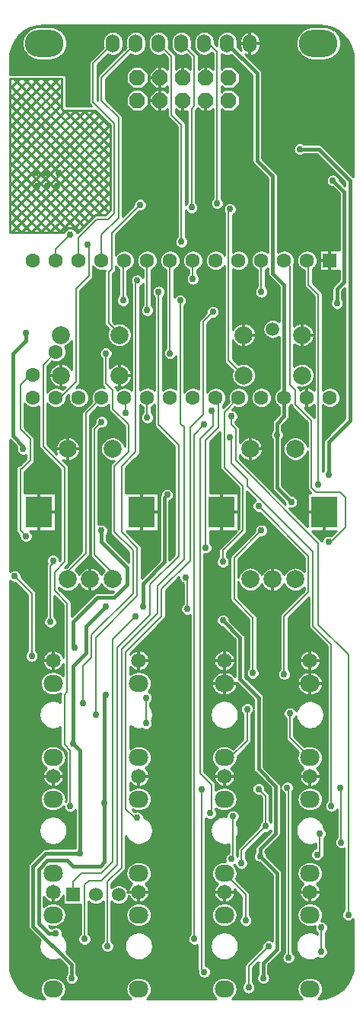
<source format=gbl>
G04 DipTrace 4.1.3.1*
G04 uTemp1.2.GBL*
%MOIN*%
G04 #@! TF.FileFunction,Copper,L2,Bot*
G04 #@! TF.Part,Single*
%AMOUTLINE2*
4,1,8,
-0.034184,0.014159,
-0.014159,0.034184,
0.014159,0.034184,
0.034184,0.014159,
0.034184,-0.014159,
0.014159,-0.034184,
-0.014159,-0.034184,
-0.034184,-0.014159,
-0.034184,0.014159,
0*%
G04 #@! TA.AperFunction,Conductor*
%ADD16C,0.008*%
%ADD17C,0.015*%
G04 #@! TA.AperFunction,CopperBalancing*
%ADD19C,0.009*%
%ADD20C,0.013*%
%ADD21C,0.01*%
G04 #@! TA.AperFunction,ComponentPad*
%ADD30O,0.085X0.075*%
%ADD31C,0.065*%
%ADD33C,0.07874*%
%ADD34R,0.11811X0.137795*%
%ADD35R,0.06X0.06*%
%ADD36C,0.06*%
%ADD38R,0.062992X0.062992*%
%ADD39C,0.062992*%
%ADD41O,0.06X0.08*%
%ADD44C,0.059055*%
%ADD45O,0.169291X0.11811*%
G04 #@! TA.AperFunction,ViaPad*
%ADD46C,0.03*%
G04 #@! TA.AperFunction,ComponentPad*
%ADD106OUTLINE2*%
%FSLAX26Y26*%
G04*
G70*
G90*
G75*
G01*
G04 Bottom*
%LPD*%
X1617162Y3044089D2*
D17*
Y2962839D1*
X1585912Y2931589D1*
Y2881327D1*
Y2650339D1*
X1648412Y2587839D1*
X1617162Y3044089D2*
Y3537839D1*
X1567162Y3587839D1*
Y4012838D1*
X1498412Y4081589D1*
Y4462375D1*
X1367131Y4593656D1*
X1525149Y504852D2*
Y570826D1*
X1585912Y631589D1*
Y962839D1*
X1510912Y1037839D1*
Y1069089D1*
X1579662Y1137839D1*
Y1344089D1*
X1504662Y1419089D1*
Y1731589D1*
X1423412Y1812839D1*
Y1994089D1*
X1348412Y2069089D1*
X792162Y1656589D2*
D16*
Y1994089D1*
X973412Y2175338D1*
Y2387839D1*
X904662Y2456589D1*
Y2744089D1*
X967162Y2806589D1*
Y3550339D1*
X973412Y3556589D1*
X1217162Y3562838D2*
Y3644089D1*
X735912Y1706589D2*
Y1869089D1*
X773412Y1906589D1*
Y2006587D1*
X954662Y2187838D1*
Y2375338D1*
X873412Y2456589D1*
Y2744089D1*
X935912Y2806589D1*
Y2925339D1*
X867162Y2994089D1*
Y3075338D1*
X835912Y3106589D1*
Y3237838D1*
X1117162D2*
Y3644089D1*
X973412Y1206589D2*
X960912D1*
X923412Y1244089D1*
Y1931589D1*
X1079662Y2087839D1*
Y2206589D1*
X1204662Y2331589D1*
Y2912839D1*
X1260912Y2969089D1*
Y3375338D1*
X1304662Y3419089D1*
X1017162Y3425338D2*
Y3644089D1*
X679662Y1256589D2*
Y1500339D1*
X654662Y1525339D1*
Y1744089D1*
X667162Y1756589D1*
Y2144089D1*
X610912Y2200339D1*
Y2281589D1*
X654662Y2325339D1*
Y2737838D1*
X560912Y2831589D1*
Y3187838D1*
X617162Y3244089D1*
X842162Y644089D2*
Y925338D1*
X904662Y987838D1*
Y1944090D1*
X1060912Y2100339D1*
Y2219087D1*
X1179662Y2337838D1*
Y2919089D1*
X1173412D1*
X1160912Y2931589D1*
Y3469089D1*
X910913D2*
Y3637839D1*
X917162Y3644089D1*
X742162Y675339D2*
Y912839D1*
X760912Y931589D1*
X817162D1*
X885912Y1000338D1*
Y1950338D1*
X1029662Y2094089D1*
Y2225338D1*
X1154662Y2350338D1*
Y2837838D1*
X1067162Y2925338D1*
Y3506589D1*
X1517162D2*
Y3644089D1*
X717162D2*
Y3744089D1*
X796246Y3823173D1*
X846246D1*
X873412Y3850338D1*
Y4244090D1*
X779662Y4337839D1*
Y4506187D1*
X867131Y4593656D1*
X1823412Y1256589D2*
Y1962839D1*
X1742162Y2044089D1*
Y2369089D1*
X1454662Y2656589D1*
Y2687838D1*
X1385912Y2756589D1*
Y2875338D1*
X1379662Y2869089D1*
X923412Y2975339D2*
Y3037839D1*
X917162Y3044089D1*
X1298412Y2987839D2*
X1304662Y2981589D1*
Y2919089D1*
X1248412Y2862838D1*
Y1400339D1*
X1298412Y1350339D1*
Y1231589D1*
X1292162Y1225339D1*
X1898412Y781589D2*
Y1919090D1*
X1767162Y2050339D1*
Y2406589D1*
X1404662Y2769089D1*
Y2906300D1*
X1385889Y2925073D1*
Y2962839D1*
X1223412Y675338D2*
Y2881589D1*
X1267162Y2925339D1*
X1017162Y2956589D2*
Y3044089D1*
X517162Y3144089D2*
X504662D1*
X460912Y3100338D1*
Y2906590D1*
X504662Y2862839D1*
Y2769089D1*
X468329Y2732755D1*
X460912D1*
Y2462839D1*
X485912Y2437839D1*
X817162Y3644089D2*
Y3756589D1*
X892162Y3831589D1*
Y4269089D1*
X817162Y4344089D1*
Y4443687D1*
X967131Y4593656D1*
X617162Y3644089D2*
Y3694089D1*
X679662Y3756589D1*
X1210912Y3875339D2*
Y4306589D1*
X1223412Y4319089D1*
Y4537375D1*
X1167131Y4593656D1*
X1348412Y2325339D2*
Y2375339D1*
X1435912Y2462839D1*
Y2656590D1*
X1354662Y2737839D1*
Y2981589D1*
X1417162Y3044089D1*
X1273412Y2387839D2*
Y2856587D1*
X1329662Y2912838D1*
Y3044089D1*
X1317162D1*
X865619Y2248821D2*
Y2276881D1*
X785912Y2356589D1*
Y2906589D1*
X817162Y2937839D1*
X668769Y2248821D2*
Y2283196D1*
X748412Y2362839D1*
Y2975338D1*
X817162Y3044089D1*
X1479564Y1839058D2*
Y2081687D1*
X1398412Y2162839D1*
Y2344089D1*
X1517162Y2462839D1*
X1429662Y1006589D2*
Y1062839D1*
X1535912Y1169089D1*
Y1300339D1*
X1504662Y1331589D1*
X1635912Y594138D2*
Y1331590D1*
X1629662Y1337839D1*
X1010912Y1619089D2*
Y1731589D1*
X1460912Y462839D2*
Y556589D1*
X1548412Y644089D1*
X1254662Y1331589D2*
Y544089D1*
X1267162Y531589D1*
X510912Y1912839D2*
Y2187839D1*
X435912Y2262839D1*
X1617064Y1834257D2*
Y2087741D1*
X1723412Y2194089D1*
Y2350339D1*
X1504662Y2569089D1*
X1354694Y1468596D2*
X1379170D1*
X1454662Y1544089D1*
Y1681589D1*
X1642162Y1662839D2*
Y1556128D1*
X1729694Y1468596D1*
X1867162Y1098291D2*
Y1331589D1*
X1860912Y1337839D1*
X1779662Y619089D2*
Y725339D1*
X1392162Y1212839D2*
Y1031590D1*
X1385912Y1025339D1*
X1760912Y1044089D2*
X1773412D1*
Y1137641D1*
X1448412Y756589D2*
Y868629D1*
X1354694Y962347D1*
X592162Y2062839D2*
Y2306589D1*
X604662Y2319089D1*
Y2331589D1*
X1192160Y2118990D2*
Y2256589D1*
X1185912D1*
X692162Y869089D2*
Y925339D1*
X729662Y962839D1*
X817164D1*
X867162Y1012838D1*
Y1987839D1*
X967162Y2087839D1*
X895147Y3318309D2*
Y3322354D1*
X848412Y3369089D1*
Y3594089D1*
X860912Y3606589D1*
Y3762838D1*
X985913Y3887839D1*
X1439241Y3141144D2*
X1438540D1*
X1373391Y3206293D1*
Y3862474D1*
X1379640Y3868724D1*
X1167162Y3725339D2*
Y4237838D1*
X1123412Y4281589D1*
Y4537375D1*
X1067131Y4593656D1*
X617162Y3044089D2*
X635912D1*
X704662Y3112839D1*
Y3519090D1*
X760912Y3575339D1*
Y3706590D1*
X754662Y3712839D1*
X1323412Y3894089D2*
Y4556590D1*
X1286346Y4593656D1*
X1267131D1*
X1767099Y2662600D2*
Y3494152D1*
X1723412Y3537839D1*
Y3637839D1*
X1717162Y3644089D1*
X1810912Y2412839D2*
X1823412D1*
X1885912Y2475339D1*
Y2606589D1*
X1861147Y2631354D1*
X1754601D1*
X1735912Y2650043D1*
Y2944090D1*
X1667162Y3012839D1*
Y3075338D1*
X1642112Y3100388D1*
Y3619138D1*
X1617162Y3644089D1*
X685913Y503864D2*
D17*
Y562838D1*
X517162Y731589D1*
Y994090D1*
X573412Y1050339D1*
X723412D1*
Y1500339D1*
X692162Y1531589D1*
Y1869089D1*
X748412Y1925338D1*
Y2044089D1*
X835912Y2131589D1*
X998412D2*
Y2231587D1*
X1092162Y2325338D1*
Y2606589D1*
X1104662Y2619089D1*
X1810845Y2706346D2*
Y2850271D1*
X1904662Y2944089D1*
Y3994089D1*
X1767555Y4131196D1*
X1685858D1*
X617162Y700339D2*
X585912D1*
X542162Y744089D1*
Y981589D1*
X579662Y1019089D1*
X667162D1*
X692162Y994089D1*
X810913D1*
X829662Y1012838D1*
Y1269089D1*
Y1737838D1*
X836362Y1744537D1*
X817162Y2462839D2*
Y2412839D1*
X929662Y2300339D1*
Y2225338D1*
X873413Y2169089D1*
X798412D1*
X692162Y2062839D1*
Y1956589D1*
X698412Y1950339D1*
X473412Y2819089D2*
Y2831589D1*
X429662Y2875338D1*
Y3237839D1*
X485912Y3294089D1*
Y3325338D1*
X1848412Y3456589D2*
Y3519089D1*
X1879662Y3550339D1*
Y3944089D1*
X1829593Y3994158D1*
D46*
X1648412Y2587839D3*
D3*
X1585912Y2881327D3*
X1525149Y504852D3*
X1510912Y1037839D3*
X1348412Y2069089D3*
X792162Y1656589D3*
X973412Y3556589D3*
X1217162Y3562838D3*
X735912Y1706589D3*
X835912Y3237838D3*
X1117162D3*
X973412Y1206589D3*
X1304662Y3419089D3*
X1017162Y3425338D3*
X679662Y1256589D3*
X842162Y644089D3*
X1160912Y3469089D3*
X910913D3*
X742162Y675339D3*
X1067162Y3506589D3*
X1517162D3*
X1823412Y1256589D3*
X1379662Y2869089D3*
X923412Y2975339D3*
X1298412Y2987839D3*
X1292162Y1225339D3*
X1898412Y781589D3*
X1385889Y2962839D3*
X1223412Y675338D3*
X1267162Y2925339D3*
X1017162Y2956589D3*
X485912Y2437839D3*
X679662Y3756589D3*
X1210912Y3875339D3*
X1348412Y2325339D3*
X1273412Y2387839D3*
X817162Y2937839D3*
X1517162Y2462839D3*
X1479564Y1839058D3*
X1429662Y1006589D3*
X1535912Y1169089D3*
X1504662Y1331589D3*
X1635912Y594138D3*
X1629662Y1337839D3*
X1010912Y1619089D3*
Y1731589D3*
X1460912Y462839D3*
X1548412Y644089D3*
X1254662Y1331589D3*
X1267162Y531589D3*
X510912Y1912839D3*
X435912Y2262839D3*
X1504662Y2569089D3*
X1617064Y1834257D3*
X1454662Y1681589D3*
X1642162Y1662839D3*
X1860912Y1337839D3*
X1867162Y1098291D3*
X1779662Y619089D3*
Y725339D3*
X1392162Y1212839D3*
X1385912Y1025339D3*
X1760912Y1044089D3*
X1773412Y1137641D3*
X1448412Y756589D3*
X592162Y2062839D3*
X604662Y2331589D3*
X1192160Y2118990D3*
X1185912Y2256589D3*
X967162Y2087839D3*
X985913Y3887839D3*
X1379640Y3868724D3*
X1167162Y3725339D3*
X754662Y3712839D3*
X1323412Y3894089D3*
X1767099Y2662600D3*
X1810912Y2412839D3*
X723412Y1050339D3*
X685913Y503864D3*
X692162Y1531589D3*
D3*
X835912Y2131589D3*
X998412D3*
X1104662Y2619089D3*
X1810845Y2706346D3*
X1685858Y4131196D3*
X617162Y700339D3*
X829662Y1269089D3*
X836362Y1744537D3*
X829662Y1269089D3*
X817162Y2462839D3*
X698412Y1950339D3*
X473412Y2819089D3*
X485912Y3325338D3*
X1848412Y3456589D3*
X1829593Y3994158D3*
X460912Y862839D3*
X992162Y2687839D3*
X835912Y2656589D3*
X698412D3*
X592162Y2744089D3*
X1317162Y2812839D3*
X1335912Y3150339D3*
X698412Y787839D3*
X535912Y3969089D3*
X579662D3*
X623412D3*
X629662Y4025339D3*
X573412D3*
X529662D3*
X860912Y456589D3*
X785912Y562839D3*
X948412Y1031589D3*
X513816Y4664720D2*
D19*
X522563D1*
X611761D2*
X1722568D1*
X1811766D2*
X1820513D1*
X494269Y4655851D2*
X501908D1*
X632414D2*
X1701914D1*
X1832404D2*
X1840043D1*
X478800Y4646982D2*
X490483D1*
X643841D2*
X859412D1*
X874853D2*
X959414D1*
X974854D2*
X1059416D1*
X1074857D2*
X1159418D1*
X1174841D2*
X1259420D1*
X1274842D2*
X1359404D1*
X1374845D2*
X1459406D1*
X1474846D2*
X1690488D1*
X1843846D2*
X1855528D1*
X468006Y4638114D2*
X482555D1*
X651769D2*
X839091D1*
X895173D2*
X939093D1*
X995174D2*
X1039095D1*
X1095158D2*
X1139097D1*
X1195161D2*
X1239099D1*
X1295162D2*
X1339101D1*
X1395165D2*
X1439103D1*
X1495166D2*
X1682543D1*
X1851774D2*
X1866322D1*
X457477Y4629245D2*
X476788D1*
X657534D2*
X830601D1*
X903645D2*
X930603D1*
X1003648D2*
X1030605D1*
X1103649D2*
X1130607D1*
X1203652D2*
X1230609D1*
X1303653D2*
X1330611D1*
X1403654D2*
X1430612D1*
X1503657D2*
X1676795D1*
X1857540D2*
X1876834D1*
X450358Y4620376D2*
X472658D1*
X661665D2*
X825679D1*
X908585D2*
X925681D1*
X1008586D2*
X1025683D1*
X1108570D2*
X1125685D1*
X1208573D2*
X1225687D1*
X1308574D2*
X1325689D1*
X1408577D2*
X1425691D1*
X1508578D2*
X1672664D1*
X1861670D2*
X1883971D1*
X443238Y4611507D2*
X469863D1*
X664460D2*
X823078D1*
X911186D2*
X923080D1*
X1011189D2*
X1023082D1*
X1111190D2*
X1123084D1*
X1211174D2*
X1223086D1*
X1311177D2*
X1323088D1*
X1411178D2*
X1423072D1*
X1511181D2*
X1669868D1*
X1864465D2*
X1891089D1*
X437193Y4602638D2*
X468263D1*
X666060D2*
X822375D1*
X911889D2*
X922376D1*
X1011892D2*
X1022379D1*
X1111893D2*
X1122363D1*
X1211896D2*
X1222364D1*
X1311897D2*
X1322367D1*
X1411900D2*
X1422368D1*
X1511884D2*
X1668252D1*
X1866065D2*
X1897136D1*
X432674Y4593770D2*
X467754D1*
X666569D2*
X822375D1*
X911889D2*
X922376D1*
X1011892D2*
X1022379D1*
X1111893D2*
X1122363D1*
X1211896D2*
X1222364D1*
X1312389D2*
X1322367D1*
X1411900D2*
X1422368D1*
X1511884D2*
X1667759D1*
X1866574D2*
X1901636D1*
X428174Y4584901D2*
X468334D1*
X665989D2*
X822375D1*
X911889D2*
X922376D1*
X1011892D2*
X1022379D1*
X1111893D2*
X1122363D1*
X1211896D2*
X1222364D1*
X1411900D2*
X1422368D1*
X1511884D2*
X1668339D1*
X1865994D2*
X1906154D1*
X424448Y4576032D2*
X470021D1*
X664301D2*
X823043D1*
X911221D2*
X923044D1*
X1011224D2*
X1023047D1*
X1111225D2*
X1123031D1*
X1211228D2*
X1223032D1*
X1415854D2*
X1423036D1*
X1511216D2*
X1670027D1*
X1864290D2*
X1909880D1*
X422040Y4567163D2*
X472904D1*
X661418D2*
X814483D1*
X908673D2*
X914484D1*
X1008674D2*
X1025595D1*
X1119786D2*
X1125597D1*
X1219788D2*
X1225582D1*
X1508666D2*
X1672910D1*
X1861406D2*
X1912288D1*
X419632Y4558295D2*
X477140D1*
X657182D2*
X805605D1*
X1003822D2*
X1030447D1*
X1503816D2*
X1677147D1*
X1857170D2*
X1914696D1*
X417381Y4549426D2*
X483028D1*
X651294D2*
X796746D1*
X995456D2*
X1038815D1*
X1295462D2*
X1304420D1*
X1495448D2*
X1683035D1*
X1851282D2*
X1916929D1*
X416872Y4540557D2*
X491168D1*
X643154D2*
X787868D1*
X840189D2*
X858093D1*
X876170D2*
X887871D1*
X940190D2*
X958095D1*
X976173D2*
X1058097D1*
X1076174D2*
X1094080D1*
X1141881D2*
X1158099D1*
X1176177D2*
X1194064D1*
X1241884D2*
X1258101D1*
X1276161D2*
X1304648D1*
X1342166D2*
X1358086D1*
X1376162D2*
X1389128D1*
X1451345D2*
X1458088D1*
X1476165D2*
X1691156D1*
X1843161D2*
X1917456D1*
X416345Y4531688D2*
X502944D1*
X631378D2*
X779009D1*
X831329D2*
X879011D1*
X931313D2*
X1102939D1*
X1142162D2*
X1202941D1*
X1242165D2*
X1304648D1*
X1342166D2*
X1397988D1*
X1460204D2*
X1702951D1*
X1831366D2*
X1917984D1*
X415817Y4522820D2*
X525269D1*
X609053D2*
X770132D1*
X822452D2*
X870135D1*
X922454D2*
X1104644D1*
X1142162D2*
X1204647D1*
X1242165D2*
X1304648D1*
X1342166D2*
X1406864D1*
X1469081D2*
X1725257D1*
X1809060D2*
X1918511D1*
X415570Y4513951D2*
X762679D1*
X813593D2*
X861275D1*
X913577D2*
X1104644D1*
X1142162D2*
X1204647D1*
X1242165D2*
X1304648D1*
X1342166D2*
X1415724D1*
X1477941D2*
X1918757D1*
X415570Y4505082D2*
X760904D1*
X804716D2*
X852399D1*
X904717D2*
X1104644D1*
X1142162D2*
X1204647D1*
X1242165D2*
X1304648D1*
X1342166D2*
X1424601D1*
X1486817D2*
X1918757D1*
X415570Y4496213D2*
X760904D1*
X798422D2*
X843539D1*
X895841D2*
X1104644D1*
X1142162D2*
X1204647D1*
X1242165D2*
X1304648D1*
X1342166D2*
X1433460D1*
X1495677D2*
X1918757D1*
X415570Y4487345D2*
X760904D1*
X798422D2*
X834662D1*
X886981D2*
X947847D1*
X999042D2*
X1047849D1*
X1099044D2*
X1104644D1*
X1142162D2*
X1147851D1*
X1199046D2*
X1204648D1*
X1242165D2*
X1247853D1*
X1299030D2*
X1304660D1*
X1342166D2*
X1347855D1*
X1399032D2*
X1442337D1*
X1504553D2*
X1918757D1*
X415570Y4478476D2*
X760904D1*
X798422D2*
X825784D1*
X878105D2*
X938971D1*
X1007901D2*
X1038972D1*
X1407909D2*
X1451196D1*
X1513413D2*
X1918757D1*
X415570Y4469607D2*
X760904D1*
X798422D2*
X816925D1*
X869245D2*
X930111D1*
X1016778D2*
X1030112D1*
X1416769D2*
X1460074D1*
X1519406D2*
X1918757D1*
X415570Y4460738D2*
X760904D1*
X798422D2*
X808048D1*
X860368D2*
X924732D1*
X1422165D2*
X1468933D1*
X1520673D2*
X1918757D1*
X660786Y4451869D2*
X760904D1*
X851509D2*
X924504D1*
X1422393D2*
X1476158D1*
X1520673D2*
X1918757D1*
X663177Y4443001D2*
X760904D1*
X842632D2*
X924504D1*
X1422393D2*
X1476158D1*
X1520673D2*
X1918757D1*
X663177Y4434132D2*
X760904D1*
X835917D2*
X924504D1*
X1422393D2*
X1476158D1*
X1520673D2*
X1918757D1*
X663177Y4425263D2*
X760904D1*
X835917D2*
X925312D1*
X1421568D2*
X1476158D1*
X1520673D2*
X1918757D1*
X663177Y4416394D2*
X760904D1*
X835917D2*
X932308D1*
X1014581D2*
X1032311D1*
X1414589D2*
X1476158D1*
X1520673D2*
X1918757D1*
X663194Y4407526D2*
X760904D1*
X835917D2*
X941168D1*
X1005721D2*
X1041170D1*
X1405712D2*
X1476158D1*
X1520673D2*
X1918757D1*
X663194Y4398657D2*
X760904D1*
X835917D2*
X950291D1*
X996581D2*
X1050292D1*
X1096582D2*
X1104644D1*
X1342166D2*
X1350299D1*
X1396589D2*
X1476158D1*
X1520673D2*
X1918757D1*
X663194Y4389788D2*
X760904D1*
X835917D2*
X950660D1*
X996229D2*
X1050662D1*
X1096232D2*
X1104644D1*
X1342166D2*
X1350668D1*
X1396220D2*
X1476158D1*
X1520673D2*
X1918757D1*
X663194Y4380919D2*
X760904D1*
X835917D2*
X941414D1*
X1005458D2*
X1041416D1*
X1405465D2*
X1476158D1*
X1520673D2*
X1918757D1*
X663194Y4372051D2*
X760904D1*
X835917D2*
X932555D1*
X1014334D2*
X1032556D1*
X1414325D2*
X1476158D1*
X1520673D2*
X1918757D1*
X663212Y4363182D2*
X760904D1*
X835917D2*
X925400D1*
X1421480D2*
X1476158D1*
X1520673D2*
X1918757D1*
X663212Y4354313D2*
X760904D1*
X835917D2*
X924504D1*
X1422393D2*
X1476158D1*
X1520673D2*
X1918757D1*
X663212Y4345444D2*
X760904D1*
X841964D2*
X924504D1*
X1422393D2*
X1476158D1*
X1520673D2*
X1918757D1*
X663212Y4336575D2*
X760939D1*
X850841D2*
X924504D1*
X1422393D2*
X1476158D1*
X1520673D2*
X1918757D1*
X663212Y4327707D2*
X764051D1*
X859700D2*
X924679D1*
X1422200D2*
X1476158D1*
X1520673D2*
X1918757D1*
X868577Y4318838D2*
X929864D1*
X1017025D2*
X1029867D1*
X1417032D2*
X1476158D1*
X1520673D2*
X1918757D1*
X877437Y4309969D2*
X938724D1*
X1008165D2*
X1038727D1*
X1408154D2*
X1476158D1*
X1520673D2*
X1918757D1*
X886313Y4301100D2*
X947601D1*
X999288D2*
X1047603D1*
X1099290D2*
X1104644D1*
X1142162D2*
X1147588D1*
X1231582D2*
X1247589D1*
X1299294D2*
X1304662D1*
X1342166D2*
X1347591D1*
X1399296D2*
X1476158D1*
X1520673D2*
X1918757D1*
X895173Y4292232D2*
X1104644D1*
X1142162D2*
X1192148D1*
X1229666D2*
X1304648D1*
X1342166D2*
X1476158D1*
X1520673D2*
X1918757D1*
X904049Y4283363D2*
X1104644D1*
X1147788D2*
X1192148D1*
X1229666D2*
X1304648D1*
X1342166D2*
X1476158D1*
X1520673D2*
X1918757D1*
X910078Y4274494D2*
X1106120D1*
X1156665D2*
X1192148D1*
X1229666D2*
X1304648D1*
X1342166D2*
X1476158D1*
X1520673D2*
X1918757D1*
X910922Y4265625D2*
X1113223D1*
X1165525D2*
X1192148D1*
X1229666D2*
X1304648D1*
X1342166D2*
X1476158D1*
X1520673D2*
X1918757D1*
X910922Y4256757D2*
X1122082D1*
X1174401D2*
X1192148D1*
X1229666D2*
X1304648D1*
X1342166D2*
X1476158D1*
X1520673D2*
X1918757D1*
X910922Y4247888D2*
X1130959D1*
X1182821D2*
X1192148D1*
X1229666D2*
X1304648D1*
X1342166D2*
X1476158D1*
X1520673D2*
X1918757D1*
X910922Y4239019D2*
X1139818D1*
X1185880D2*
X1192151D1*
X1229666D2*
X1304648D1*
X1342166D2*
X1476158D1*
X1520673D2*
X1918757D1*
X910922Y4230150D2*
X1148396D1*
X1185914D2*
X1192151D1*
X1229666D2*
X1304648D1*
X1342166D2*
X1476158D1*
X1520673D2*
X1918757D1*
X910922Y4221282D2*
X1148396D1*
X1185914D2*
X1192151D1*
X1229666D2*
X1304648D1*
X1342166D2*
X1476158D1*
X1520673D2*
X1918757D1*
X910922Y4212413D2*
X1148396D1*
X1185914D2*
X1192151D1*
X1229666D2*
X1304648D1*
X1342166D2*
X1476158D1*
X1520673D2*
X1918757D1*
X910922Y4203544D2*
X1148396D1*
X1185914D2*
X1192151D1*
X1229666D2*
X1304648D1*
X1342166D2*
X1476158D1*
X1520673D2*
X1918757D1*
X910922Y4194675D2*
X1148396D1*
X1185914D2*
X1192151D1*
X1229666D2*
X1304648D1*
X1342166D2*
X1476158D1*
X1520673D2*
X1918757D1*
X910922Y4185806D2*
X1148396D1*
X1185914D2*
X1192151D1*
X1229666D2*
X1304648D1*
X1342166D2*
X1476158D1*
X1520673D2*
X1918757D1*
X910922Y4176938D2*
X1148396D1*
X1185914D2*
X1192151D1*
X1229666D2*
X1304648D1*
X1342166D2*
X1476158D1*
X1520673D2*
X1918757D1*
X910922Y4168069D2*
X1148396D1*
X1185914D2*
X1192151D1*
X1229666D2*
X1304648D1*
X1342166D2*
X1476158D1*
X1520673D2*
X1918757D1*
X910922Y4159200D2*
X1148396D1*
X1185914D2*
X1192151D1*
X1229666D2*
X1304648D1*
X1342166D2*
X1476158D1*
X1520673D2*
X1677972D1*
X1693729D2*
X1918757D1*
X910922Y4150331D2*
X1148396D1*
X1185914D2*
X1192151D1*
X1229666D2*
X1304648D1*
X1342166D2*
X1476158D1*
X1520673D2*
X1663347D1*
X1777946D2*
X1918757D1*
X910922Y4141463D2*
X1148396D1*
X1185914D2*
X1192151D1*
X1229666D2*
X1304648D1*
X1342166D2*
X1476158D1*
X1520673D2*
X1657986D1*
X1788388D2*
X1918757D1*
X910922Y4132594D2*
X1148396D1*
X1185914D2*
X1192151D1*
X1229666D2*
X1304648D1*
X1342166D2*
X1476158D1*
X1520673D2*
X1656140D1*
X1797265D2*
X1918757D1*
X910922Y4123725D2*
X1148396D1*
X1185914D2*
X1192151D1*
X1229666D2*
X1304648D1*
X1342166D2*
X1476158D1*
X1520673D2*
X1657089D1*
X1806141D2*
X1918757D1*
X910922Y4114856D2*
X1148396D1*
X1185914D2*
X1192151D1*
X1229666D2*
X1304648D1*
X1342166D2*
X1476158D1*
X1520673D2*
X1661168D1*
X1815001D2*
X1918757D1*
X910922Y4105988D2*
X1148396D1*
X1185914D2*
X1192151D1*
X1229666D2*
X1304648D1*
X1342166D2*
X1476158D1*
X1520673D2*
X1670906D1*
X1700813D2*
X1761662D1*
X1823878D2*
X1918757D1*
X910922Y4097119D2*
X1148396D1*
X1185914D2*
X1192151D1*
X1229666D2*
X1304648D1*
X1342166D2*
X1476158D1*
X1520673D2*
X1770521D1*
X1832737D2*
X1918757D1*
X910922Y4088250D2*
X1148396D1*
X1185914D2*
X1192151D1*
X1229666D2*
X1304648D1*
X1342166D2*
X1476158D1*
X1522853D2*
X1779399D1*
X1841614D2*
X1918757D1*
X910922Y4079381D2*
X1148396D1*
X1185914D2*
X1192151D1*
X1229666D2*
X1304648D1*
X1342166D2*
X1476263D1*
X1531729D2*
X1788257D1*
X1850473D2*
X1918757D1*
X910922Y4070512D2*
X1148396D1*
X1185914D2*
X1192151D1*
X1229666D2*
X1304648D1*
X1342166D2*
X1479252D1*
X1540589D2*
X1797135D1*
X1859350D2*
X1918757D1*
X910922Y4061644D2*
X1148396D1*
X1185914D2*
X1192151D1*
X1229666D2*
X1304648D1*
X1342166D2*
X1487250D1*
X1549465D2*
X1805994D1*
X1868210D2*
X1918757D1*
X910922Y4052775D2*
X1148396D1*
X1185914D2*
X1192151D1*
X1229666D2*
X1304648D1*
X1342166D2*
X1496109D1*
X1558325D2*
X1814871D1*
X1877086D2*
X1918757D1*
X910922Y4043906D2*
X1148396D1*
X1185914D2*
X1192151D1*
X1229666D2*
X1304648D1*
X1342166D2*
X1504986D1*
X1567202D2*
X1823731D1*
X1885946D2*
X1918757D1*
X910922Y4035037D2*
X1148396D1*
X1185914D2*
X1192151D1*
X1229666D2*
X1304648D1*
X1342166D2*
X1513863D1*
X1576078D2*
X1832607D1*
X1894822D2*
X1918757D1*
X910922Y4026169D2*
X1148396D1*
X1185914D2*
X1192151D1*
X1229666D2*
X1304648D1*
X1342166D2*
X1522723D1*
X1584745D2*
X1841467D1*
X1903682D2*
X1918757D1*
X910922Y4017300D2*
X1148396D1*
X1185914D2*
X1192151D1*
X1229666D2*
X1304648D1*
X1342166D2*
X1531599D1*
X1588946D2*
X1811443D1*
X1912560D2*
X1918757D1*
X910922Y4008431D2*
X1148396D1*
X1185914D2*
X1192151D1*
X1229666D2*
X1304648D1*
X1342166D2*
X1540459D1*
X1589421D2*
X1803603D1*
X910922Y3999562D2*
X1148396D1*
X1185914D2*
X1192151D1*
X1229666D2*
X1304648D1*
X1342166D2*
X1544906D1*
X1589421D2*
X1800351D1*
X1858841D2*
X1868080D1*
X910922Y3990694D2*
X1148396D1*
X1185914D2*
X1192151D1*
X1229666D2*
X1304648D1*
X1342166D2*
X1544906D1*
X1589421D2*
X1800035D1*
X1864166D2*
X1876956D1*
X910922Y3981825D2*
X1148396D1*
X1185914D2*
X1192151D1*
X1229666D2*
X1304648D1*
X1342166D2*
X1544906D1*
X1589421D2*
X1802601D1*
X1873026D2*
X1882406D1*
X910922Y3972956D2*
X1148396D1*
X1185914D2*
X1192151D1*
X1229666D2*
X1304648D1*
X1342166D2*
X1544906D1*
X1589421D2*
X1809105D1*
X910922Y3964087D2*
X1148396D1*
X1185914D2*
X1192151D1*
X1229666D2*
X1304648D1*
X1342166D2*
X1544906D1*
X1589421D2*
X1828564D1*
X910922Y3955219D2*
X1148396D1*
X1185914D2*
X1192151D1*
X1229666D2*
X1304648D1*
X1342166D2*
X1544906D1*
X1589421D2*
X1837423D1*
X910922Y3946350D2*
X1148396D1*
X1185914D2*
X1192151D1*
X1229666D2*
X1304648D1*
X1342166D2*
X1544906D1*
X1589421D2*
X1846300D1*
X910922Y3937481D2*
X1148396D1*
X1185914D2*
X1192151D1*
X1229666D2*
X1304648D1*
X1342166D2*
X1544906D1*
X1589421D2*
X1855160D1*
X910922Y3928612D2*
X1148396D1*
X1185914D2*
X1192151D1*
X1229666D2*
X1304648D1*
X1342166D2*
X1544906D1*
X1589421D2*
X1857410D1*
X910922Y3919743D2*
X1148396D1*
X1185914D2*
X1192151D1*
X1229666D2*
X1304648D1*
X1342166D2*
X1544906D1*
X1589421D2*
X1857410D1*
X910922Y3910875D2*
X967623D1*
X1004193D2*
X1148396D1*
X1185914D2*
X1192151D1*
X1229666D2*
X1299040D1*
X1347792D2*
X1544906D1*
X1589421D2*
X1857410D1*
X910922Y3902006D2*
X959871D1*
X1011962D2*
X1148396D1*
X1185914D2*
X1192151D1*
X1229666D2*
X1294752D1*
X1352064D2*
X1544906D1*
X1589421D2*
X1857410D1*
X910922Y3893137D2*
X956636D1*
X1015178D2*
X1148396D1*
X1234536D2*
X1293662D1*
X1353153D2*
X1363341D1*
X1395938D2*
X1544906D1*
X1589421D2*
X1857410D1*
X910922Y3884268D2*
X956179D1*
X1015460D2*
X1148396D1*
X1239246D2*
X1295367D1*
X1404850D2*
X1544906D1*
X1589421D2*
X1857410D1*
X910922Y3875400D2*
X947320D1*
X1012858D2*
X1148396D1*
X1240670D2*
X1300517D1*
X1408612D2*
X1544906D1*
X1589421D2*
X1857410D1*
X910922Y3866531D2*
X938443D1*
X1006284D2*
X1148396D1*
X1239300D2*
X1313947D1*
X1332885D2*
X1349964D1*
X1409316D2*
X1544906D1*
X1589421D2*
X1857410D1*
X910922Y3857662D2*
X929584D1*
X981885D2*
X1148396D1*
X1234624D2*
X1352091D1*
X1407189D2*
X1544906D1*
X1589421D2*
X1857410D1*
X910922Y3848793D2*
X920707D1*
X973026D2*
X1148396D1*
X1185914D2*
X1198687D1*
X1223128D2*
X1354623D1*
X1401405D2*
X1544906D1*
X1589421D2*
X1857410D1*
X964149Y3839925D2*
X1148396D1*
X1185914D2*
X1354623D1*
X1392158D2*
X1544906D1*
X1589421D2*
X1857410D1*
X955290Y3831056D2*
X1148396D1*
X1185914D2*
X1354623D1*
X1392158D2*
X1544906D1*
X1589421D2*
X1857410D1*
X946413Y3822187D2*
X1148396D1*
X1185914D2*
X1354623D1*
X1392158D2*
X1544906D1*
X1589421D2*
X1857410D1*
X937553Y3813318D2*
X1148396D1*
X1185914D2*
X1354623D1*
X1392158D2*
X1544906D1*
X1589421D2*
X1857410D1*
X928677Y3804449D2*
X1148396D1*
X1185914D2*
X1354623D1*
X1392158D2*
X1544906D1*
X1589421D2*
X1857410D1*
X919817Y3795581D2*
X1148396D1*
X1185914D2*
X1354623D1*
X1392158D2*
X1544906D1*
X1589421D2*
X1857410D1*
X910941Y3786712D2*
X1148396D1*
X1185914D2*
X1354623D1*
X1392158D2*
X1544906D1*
X1589421D2*
X1857410D1*
X902081Y3777843D2*
X1148396D1*
X1185914D2*
X1354623D1*
X1392158D2*
X1544906D1*
X1589421D2*
X1857410D1*
X893204Y3768974D2*
X1148396D1*
X1185914D2*
X1354623D1*
X1392158D2*
X1544906D1*
X1589421D2*
X1857410D1*
X884345Y3760106D2*
X1148396D1*
X1185914D2*
X1354623D1*
X1392158D2*
X1544906D1*
X1589421D2*
X1857410D1*
X879669Y3751237D2*
X1148396D1*
X1185914D2*
X1354623D1*
X1392158D2*
X1544906D1*
X1589421D2*
X1857410D1*
X879669Y3742368D2*
X1142964D1*
X1191364D2*
X1354623D1*
X1392158D2*
X1544906D1*
X1589421D2*
X1857410D1*
X879669Y3733499D2*
X1138588D1*
X1195741D2*
X1354623D1*
X1392158D2*
X1544906D1*
X1589421D2*
X1857410D1*
X879669Y3724631D2*
X1137410D1*
X1196918D2*
X1354623D1*
X1392158D2*
X1544906D1*
X1589421D2*
X1857410D1*
X879669Y3715762D2*
X1139044D1*
X1195284D2*
X1354623D1*
X1392158D2*
X1544906D1*
X1589421D2*
X1857410D1*
X879669Y3706893D2*
X1144072D1*
X1190257D2*
X1354623D1*
X1392158D2*
X1544906D1*
X1589421D2*
X1857410D1*
X879669Y3698024D2*
X1156939D1*
X1177372D2*
X1354623D1*
X1392158D2*
X1544906D1*
X1589421D2*
X1857410D1*
X879669Y3689156D2*
X911144D1*
X923174D2*
X1011147D1*
X1023177D2*
X1111148D1*
X1123178D2*
X1211151D1*
X1223181D2*
X1311152D1*
X1323182D2*
X1354623D1*
X1392158D2*
X1411154D1*
X1423166D2*
X1511156D1*
X1523169D2*
X1544906D1*
X1589421D2*
X1611158D1*
X1623170D2*
X1711143D1*
X1723173D2*
X1770908D1*
X879669Y3680287D2*
X888925D1*
X945393D2*
X988927D1*
X1045396D2*
X1088929D1*
X1145397D2*
X1188931D1*
X1245400D2*
X1288933D1*
X1345384D2*
X1354623D1*
X1445385D2*
X1488937D1*
X1645389D2*
X1688941D1*
X1745392D2*
X1770908D1*
X954253Y3671418D2*
X980068D1*
X1054254D2*
X1080070D1*
X1154257D2*
X1180072D1*
X1254258D2*
X1280056D1*
X1454262D2*
X1480060D1*
X1654266D2*
X1680064D1*
X1754269D2*
X1770908D1*
X959490Y3662549D2*
X974830D1*
X1059493D2*
X1074832D1*
X1159494D2*
X1174834D1*
X1259497D2*
X1274836D1*
X1459484D2*
X1474839D1*
X1659488D2*
X1674826D1*
X1759489D2*
X1770908D1*
X962392Y3653680D2*
X971929D1*
X1062393D2*
X1071931D1*
X1162396D2*
X1171933D1*
X1262397D2*
X1271935D1*
X1462401D2*
X1471939D1*
X1662388D2*
X1671925D1*
X1762389D2*
X1770908D1*
X963410Y3644812D2*
X970910D1*
X1063413D2*
X1070912D1*
X1163414D2*
X1170914D1*
X1263417D2*
X1270916D1*
X1463421D2*
X1470920D1*
X1663406D2*
X1670906D1*
X1763409D2*
X1770908D1*
X962673Y3635943D2*
X971648D1*
X1062674D2*
X1071651D1*
X1162677D2*
X1171652D1*
X1262678D2*
X1271636D1*
X1462682D2*
X1471640D1*
X1662686D2*
X1671644D1*
X1762689D2*
X1770908D1*
X960106Y3627074D2*
X974215D1*
X1060109D2*
X1074216D1*
X1160110D2*
X1174219D1*
X1260112D2*
X1274220D1*
X1460098D2*
X1474224D1*
X1660102D2*
X1674211D1*
X1760105D2*
X1770908D1*
X955308Y3618205D2*
X979013D1*
X1055309D2*
X1079015D1*
X1155312D2*
X1179017D1*
X1255313D2*
X1279019D1*
X1455300D2*
X1479023D1*
X1660876D2*
X1679009D1*
X1755305D2*
X1770908D1*
X779666Y3609337D2*
X787112D1*
X879669D2*
X887115D1*
X947204D2*
X987116D1*
X1047206D2*
X1087119D1*
X1147208D2*
X1187120D1*
X1247210D2*
X1287123D1*
X1347212D2*
X1354623D1*
X1447214D2*
X1487109D1*
X1660876D2*
X1687112D1*
X1747202D2*
X1770908D1*
X779666Y3600468D2*
X803830D1*
X878597D2*
X892160D1*
X930488D2*
X998402D1*
X1035921D2*
X1098404D1*
X1135922D2*
X1198406D1*
X1235925D2*
X1303839D1*
X1330494D2*
X1354623D1*
X1392158D2*
X1403841D1*
X1430497D2*
X1498395D1*
X1535930D2*
X1544906D1*
X1660876D2*
X1703830D1*
X1742174D2*
X1770908D1*
X779666Y3591599D2*
X829652D1*
X872074D2*
X892160D1*
X929678D2*
X998402D1*
X1035921D2*
X1098404D1*
X1135922D2*
X1198406D1*
X1235925D2*
X1354623D1*
X1392158D2*
X1498395D1*
X1535930D2*
X1544906D1*
X1660876D2*
X1704656D1*
X1742174D2*
X1857410D1*
X779666Y3582730D2*
X829652D1*
X867170D2*
X892160D1*
X929678D2*
X960292D1*
X986544D2*
X998402D1*
X1035921D2*
X1098404D1*
X1135922D2*
X1195347D1*
X1238965D2*
X1354623D1*
X1392158D2*
X1498395D1*
X1535930D2*
X1545521D1*
X1660876D2*
X1704656D1*
X1742174D2*
X1857410D1*
X779614Y3573862D2*
X829652D1*
X867170D2*
X892160D1*
X929678D2*
X949395D1*
X1035921D2*
X1098404D1*
X1135922D2*
X1189599D1*
X1244732D2*
X1354623D1*
X1392158D2*
X1498395D1*
X1535930D2*
X1550109D1*
X1660876D2*
X1704656D1*
X1742174D2*
X1857410D1*
X776362Y3564993D2*
X829652D1*
X867170D2*
X892160D1*
X929678D2*
X944895D1*
X1035921D2*
X1098404D1*
X1135922D2*
X1187490D1*
X1246841D2*
X1354623D1*
X1392158D2*
X1498395D1*
X1535930D2*
X1558899D1*
X1660876D2*
X1704656D1*
X1742174D2*
X1857410D1*
X767854Y3556124D2*
X829652D1*
X867170D2*
X892160D1*
X929678D2*
X943664D1*
X1035921D2*
X1098404D1*
X1135922D2*
X1188193D1*
X1246137D2*
X1354623D1*
X1392158D2*
X1498395D1*
X1535930D2*
X1567775D1*
X1660876D2*
X1704656D1*
X1742174D2*
X1854334D1*
X758977Y3547255D2*
X829652D1*
X867170D2*
X892160D1*
X929678D2*
X945211D1*
X1035921D2*
X1098404D1*
X1135922D2*
X1191972D1*
X1242358D2*
X1354623D1*
X1392158D2*
X1498395D1*
X1535930D2*
X1576635D1*
X1660876D2*
X1704656D1*
X1742174D2*
X1845475D1*
X750118Y3538387D2*
X829652D1*
X867170D2*
X892160D1*
X929678D2*
X948410D1*
X1035921D2*
X1098404D1*
X1135922D2*
X1200937D1*
X1233393D2*
X1354623D1*
X1392158D2*
X1498395D1*
X1535930D2*
X1585511D1*
X1660876D2*
X1704656D1*
X1749030D2*
X1836597D1*
X741241Y3529518D2*
X829652D1*
X867170D2*
X892160D1*
X929678D2*
X948410D1*
X985929D2*
X998402D1*
X1035921D2*
X1048728D1*
X1085597D2*
X1098404D1*
X1135922D2*
X1354623D1*
X1392158D2*
X1498395D1*
X1535930D2*
X1594371D1*
X1660876D2*
X1706712D1*
X1757889D2*
X1828863D1*
X732381Y3520649D2*
X829652D1*
X867170D2*
X892160D1*
X929678D2*
X948410D1*
X985929D2*
X998402D1*
X1035921D2*
X1041064D1*
X1093261D2*
X1098404D1*
X1135922D2*
X1354623D1*
X1392158D2*
X1491064D1*
X1543261D2*
X1594899D1*
X1660876D2*
X1714447D1*
X1766766D2*
X1826208D1*
X723505Y3511780D2*
X829652D1*
X867170D2*
X892160D1*
X929678D2*
X948410D1*
X985929D2*
X998402D1*
X1135922D2*
X1354623D1*
X1392158D2*
X1487864D1*
X1546460D2*
X1594899D1*
X1660876D2*
X1723307D1*
X1775626D2*
X1826156D1*
X1872217D2*
X1882406D1*
X723417Y3502911D2*
X829652D1*
X867170D2*
X892160D1*
X929678D2*
X948410D1*
X985929D2*
X998402D1*
X1135922D2*
X1354623D1*
X1392158D2*
X1487636D1*
X1546689D2*
X1594899D1*
X1660876D2*
X1732183D1*
X1783570D2*
X1826156D1*
X1870670D2*
X1882406D1*
X723417Y3494043D2*
X829652D1*
X867170D2*
X892160D1*
X929678D2*
X948410D1*
X985929D2*
X998402D1*
X1135922D2*
X1145513D1*
X1176317D2*
X1354623D1*
X1392158D2*
X1490273D1*
X1544052D2*
X1594899D1*
X1660876D2*
X1741043D1*
X1785857D2*
X1826156D1*
X1870670D2*
X1882406D1*
X723417Y3485174D2*
X829652D1*
X867170D2*
X886043D1*
X935778D2*
X948410D1*
X985929D2*
X998402D1*
X1035921D2*
X1046918D1*
X1087406D2*
X1098404D1*
X1185774D2*
X1354623D1*
X1392158D2*
X1496918D1*
X1537406D2*
X1594899D1*
X1660876D2*
X1748337D1*
X1785857D2*
X1826156D1*
X1870670D2*
X1882406D1*
X723417Y3476305D2*
X829652D1*
X867170D2*
X882070D1*
X939750D2*
X948410D1*
X985929D2*
X998402D1*
X1035921D2*
X1048395D1*
X1085930D2*
X1098404D1*
X1189746D2*
X1354623D1*
X1392158D2*
X1594899D1*
X1660876D2*
X1748337D1*
X1785857D2*
X1826156D1*
X1870670D2*
X1882406D1*
X723417Y3467436D2*
X829652D1*
X867170D2*
X881208D1*
X940630D2*
X948410D1*
X985929D2*
X998402D1*
X1035921D2*
X1048395D1*
X1085930D2*
X1098404D1*
X1190626D2*
X1354623D1*
X1392158D2*
X1594899D1*
X1660876D2*
X1748337D1*
X1785857D2*
X1820759D1*
X1876049D2*
X1882406D1*
X723417Y3458568D2*
X829652D1*
X867170D2*
X883143D1*
X938678D2*
X948410D1*
X985929D2*
X998402D1*
X1035921D2*
X1048395D1*
X1085930D2*
X1098404D1*
X1188693D2*
X1354623D1*
X1392158D2*
X1594899D1*
X1660876D2*
X1748337D1*
X1785857D2*
X1818720D1*
X723417Y3449699D2*
X829652D1*
X867170D2*
X888644D1*
X933194D2*
X948410D1*
X985929D2*
X998402D1*
X1035921D2*
X1048395D1*
X1085930D2*
X1098404D1*
X1183190D2*
X1354623D1*
X1392158D2*
X1594899D1*
X1660876D2*
X1748337D1*
X1785857D2*
X1819494D1*
X1877333D2*
X1882406D1*
X723417Y3440830D2*
X829652D1*
X867170D2*
X904148D1*
X917673D2*
X948410D1*
X985929D2*
X991916D1*
X1042406D2*
X1048395D1*
X1085930D2*
X1098404D1*
X1179674D2*
X1284784D1*
X1324536D2*
X1354623D1*
X1392158D2*
X1594899D1*
X1660876D2*
X1748337D1*
X1785857D2*
X1823326D1*
X1873484D2*
X1882406D1*
X723417Y3431961D2*
X829652D1*
X867170D2*
X948410D1*
X1085930D2*
X1098404D1*
X1179674D2*
X1277929D1*
X1331392D2*
X1354623D1*
X1392158D2*
X1594899D1*
X1660876D2*
X1748337D1*
X1785857D2*
X1832467D1*
X1864360D2*
X1882406D1*
X723417Y3423093D2*
X829652D1*
X867170D2*
X948410D1*
X1085930D2*
X1098404D1*
X1179674D2*
X1275187D1*
X1334152D2*
X1354623D1*
X1392158D2*
X1594899D1*
X1660876D2*
X1748337D1*
X1785857D2*
X1882406D1*
X723417Y3414224D2*
X829652D1*
X867170D2*
X948410D1*
X1085930D2*
X1098404D1*
X1179674D2*
X1273640D1*
X1334010D2*
X1354623D1*
X1392158D2*
X1594899D1*
X1660876D2*
X1748337D1*
X1785857D2*
X1882406D1*
X723417Y3405355D2*
X829652D1*
X867170D2*
X948410D1*
X985929D2*
X995431D1*
X1038892D2*
X1048395D1*
X1085930D2*
X1098404D1*
X1179674D2*
X1264763D1*
X1330952D2*
X1354623D1*
X1392158D2*
X1594899D1*
X1660876D2*
X1748337D1*
X1785857D2*
X1882406D1*
X723417Y3396486D2*
X829652D1*
X867170D2*
X948410D1*
X985929D2*
X1015576D1*
X1018765D2*
X1048395D1*
X1085930D2*
X1098404D1*
X1179674D2*
X1255904D1*
X1323498D2*
X1354623D1*
X1392158D2*
X1594899D1*
X1660876D2*
X1748337D1*
X1785857D2*
X1882406D1*
X723417Y3387617D2*
X829652D1*
X867170D2*
X948410D1*
X985929D2*
X1048395D1*
X1085930D2*
X1098404D1*
X1179674D2*
X1247044D1*
X1299346D2*
X1354623D1*
X1392158D2*
X1594899D1*
X1660876D2*
X1748337D1*
X1785857D2*
X1882406D1*
X723417Y3378749D2*
X829652D1*
X867170D2*
X948410D1*
X985929D2*
X1048395D1*
X1085930D2*
X1098404D1*
X1179674D2*
X1242475D1*
X1290488D2*
X1354623D1*
X1392158D2*
X1540124D1*
X1660876D2*
X1748337D1*
X1785857D2*
X1882406D1*
X723417Y3369880D2*
X829652D1*
X873780D2*
X881068D1*
X909236D2*
X948410D1*
X985929D2*
X1048395D1*
X1085930D2*
X1098404D1*
X1179674D2*
X1242158D1*
X1281610D2*
X1354623D1*
X1392158D2*
X1425147D1*
X1453330D2*
X1531336D1*
X1660876D2*
X1681067D1*
X1709233D2*
X1748337D1*
X1785857D2*
X1882406D1*
X723417Y3361011D2*
X831586D1*
X927833D2*
X948410D1*
X985929D2*
X1048395D1*
X1085930D2*
X1098404D1*
X1179674D2*
X1242158D1*
X1279677D2*
X1354623D1*
X1392158D2*
X1406567D1*
X1471929D2*
X1526273D1*
X1727830D2*
X1748337D1*
X1785857D2*
X1882406D1*
X723417Y3352142D2*
X839196D1*
X937149D2*
X948410D1*
X985929D2*
X1048395D1*
X1085930D2*
X1098404D1*
X1179674D2*
X1242158D1*
X1279677D2*
X1354623D1*
X1392158D2*
X1397262D1*
X1481228D2*
X1523584D1*
X1737148D2*
X1748337D1*
X1785857D2*
X1882406D1*
X723417Y3343274D2*
X847231D1*
X943056D2*
X948402D1*
X985929D2*
X1048395D1*
X1085930D2*
X1098404D1*
X1179674D2*
X1242158D1*
X1279677D2*
X1354623D1*
X1487152D2*
X1522845D1*
X1743053D2*
X1748337D1*
X1785857D2*
X1882406D1*
X723417Y3334405D2*
X843504D1*
X985929D2*
X1048395D1*
X1085930D2*
X1098404D1*
X1179674D2*
X1242158D1*
X1279677D2*
X1354623D1*
X1490878D2*
X1523935D1*
X1785857D2*
X1882406D1*
X723417Y3325536D2*
X841517D1*
X985929D2*
X1048395D1*
X1085930D2*
X1098404D1*
X1179674D2*
X1242158D1*
X1279677D2*
X1354623D1*
X1492881D2*
X1526994D1*
X1785857D2*
X1882406D1*
X723417Y3316667D2*
X841043D1*
X985929D2*
X1048395D1*
X1085930D2*
X1098404D1*
X1179674D2*
X1242158D1*
X1279677D2*
X1354623D1*
X1493338D2*
X1532601D1*
X1785857D2*
X1882406D1*
X723417Y3307799D2*
X842063D1*
X985929D2*
X1048395D1*
X1085930D2*
X1098404D1*
X1179674D2*
X1242158D1*
X1279677D2*
X1354623D1*
X1492320D2*
X1542444D1*
X1785857D2*
X1882406D1*
X723417Y3298930D2*
X844664D1*
X985929D2*
X1048395D1*
X1085930D2*
X1098404D1*
X1179674D2*
X1242158D1*
X1279677D2*
X1354623D1*
X1489717D2*
X1594899D1*
X1785857D2*
X1882406D1*
X723417Y3290061D2*
X849128D1*
X941157D2*
X948410D1*
X985929D2*
X1048395D1*
X1085930D2*
X1098404D1*
X1179674D2*
X1242158D1*
X1279677D2*
X1354623D1*
X1485253D2*
X1594899D1*
X1741154D2*
X1748337D1*
X1785857D2*
X1882406D1*
X678294Y3281192D2*
X685899D1*
X723417D2*
X856089D1*
X934196D2*
X948410D1*
X985929D2*
X1048395D1*
X1085930D2*
X1098404D1*
X1179674D2*
X1242158D1*
X1279677D2*
X1354623D1*
X1392158D2*
X1400185D1*
X1478292D2*
X1594899D1*
X1734194D2*
X1748337D1*
X1785857D2*
X1882406D1*
X666956Y3272324D2*
X685899D1*
X723417D2*
X867444D1*
X922858D2*
X948410D1*
X985929D2*
X1048395D1*
X1085930D2*
X1098404D1*
X1179674D2*
X1242158D1*
X1279677D2*
X1354623D1*
X1392158D2*
X1411523D1*
X1466954D2*
X1594899D1*
X1660876D2*
X1667443D1*
X1722857D2*
X1748337D1*
X1785857D2*
X1882406D1*
X659081Y3263455D2*
X685899D1*
X723417D2*
X821724D1*
X850102D2*
X948410D1*
X985929D2*
X1048395D1*
X1085930D2*
X1098404D1*
X1179674D2*
X1242158D1*
X1279677D2*
X1354623D1*
X1392158D2*
X1594899D1*
X1660876D2*
X1748337D1*
X1785857D2*
X1882406D1*
X662193Y3254586D2*
X685899D1*
X723417D2*
X811511D1*
X860316D2*
X948410D1*
X985929D2*
X1048395D1*
X1085930D2*
X1092761D1*
X1179674D2*
X1242158D1*
X1279677D2*
X1354623D1*
X1392158D2*
X1594899D1*
X1660876D2*
X1748337D1*
X1785857D2*
X1882406D1*
X663388Y3245717D2*
X685899D1*
X723417D2*
X807240D1*
X864569D2*
X948410D1*
X985929D2*
X1048395D1*
X1179674D2*
X1242158D1*
X1279677D2*
X1354623D1*
X1392158D2*
X1594899D1*
X1660876D2*
X1748337D1*
X1785857D2*
X1882406D1*
X662842Y3236848D2*
X685899D1*
X723417D2*
X806168D1*
X865658D2*
X948410D1*
X985929D2*
X1048395D1*
X1179674D2*
X1242158D1*
X1279677D2*
X1354623D1*
X1392158D2*
X1594899D1*
X1660876D2*
X1748337D1*
X1785857D2*
X1882406D1*
X660469Y3227980D2*
X685899D1*
X723417D2*
X807891D1*
X863937D2*
X948410D1*
X985929D2*
X1048395D1*
X1179674D2*
X1242158D1*
X1279677D2*
X1354623D1*
X1392158D2*
X1594899D1*
X1660876D2*
X1748337D1*
X1785857D2*
X1882406D1*
X655917Y3219111D2*
X685899D1*
X723417D2*
X813059D1*
X858769D2*
X948410D1*
X985929D2*
X1048395D1*
X1085930D2*
X1094308D1*
X1179674D2*
X1242158D1*
X1279677D2*
X1354623D1*
X1392158D2*
X1594899D1*
X1660876D2*
X1748337D1*
X1785857D2*
X1882406D1*
X648253Y3210242D2*
X685899D1*
X723417D2*
X817154D1*
X854673D2*
X948410D1*
X985929D2*
X1048395D1*
X1085930D2*
X1107808D1*
X1126518D2*
X1142156D1*
X1179674D2*
X1242158D1*
X1279677D2*
X1354623D1*
X1395605D2*
X1594899D1*
X1660876D2*
X1748337D1*
X1785857D2*
X1882406D1*
X633312Y3201373D2*
X685899D1*
X723417D2*
X817154D1*
X854673D2*
X948410D1*
X985929D2*
X1048395D1*
X1085930D2*
X1142156D1*
X1179674D2*
X1242158D1*
X1279677D2*
X1355326D1*
X1404464D2*
X1594899D1*
X1660876D2*
X1748337D1*
X1785857D2*
X1882406D1*
X591738Y3192505D2*
X624357D1*
X654124D2*
X685899D1*
X723417D2*
X817154D1*
X854673D2*
X880259D1*
X910026D2*
X948410D1*
X985929D2*
X1048395D1*
X1085930D2*
X1142156D1*
X1179674D2*
X1242158D1*
X1279677D2*
X1361021D1*
X1413341D2*
X1424355D1*
X1454122D2*
X1594899D1*
X1660876D2*
X1680257D1*
X1710025D2*
X1748337D1*
X1785857D2*
X1882406D1*
X582862Y3183636D2*
X606287D1*
X672194D2*
X685899D1*
X723417D2*
X817154D1*
X854673D2*
X862189D1*
X928114D2*
X948410D1*
X985929D2*
X1048395D1*
X1085930D2*
X1142156D1*
X1179674D2*
X1242158D1*
X1279677D2*
X1369899D1*
X1472210D2*
X1594899D1*
X1728112D2*
X1748337D1*
X1785857D2*
X1882406D1*
X579681Y3174767D2*
X597076D1*
X681405D2*
X685912D1*
X723417D2*
X817154D1*
X937308D2*
X948410D1*
X985929D2*
X1048395D1*
X1085930D2*
X1142156D1*
X1179674D2*
X1242158D1*
X1279677D2*
X1378757D1*
X1481404D2*
X1594899D1*
X1737305D2*
X1748337D1*
X1785857D2*
X1882406D1*
X579681Y3165898D2*
X591223D1*
X723417D2*
X817154D1*
X943178D2*
X948416D1*
X985929D2*
X1048395D1*
X1085930D2*
X1142156D1*
X1179674D2*
X1242158D1*
X1279677D2*
X1387635D1*
X1487257D2*
X1594899D1*
X1743177D2*
X1748336D1*
X1785857D2*
X1882406D1*
X579681Y3157030D2*
X587531D1*
X723417D2*
X817154D1*
X985929D2*
X1048395D1*
X1085930D2*
X1142156D1*
X1179674D2*
X1242158D1*
X1279677D2*
X1387528D1*
X1490948D2*
X1594899D1*
X1785857D2*
X1882406D1*
X579681Y3148161D2*
X585580D1*
X723417D2*
X817154D1*
X985929D2*
X1048395D1*
X1085930D2*
X1142156D1*
X1179674D2*
X1242158D1*
X1279677D2*
X1385578D1*
X1492900D2*
X1594899D1*
X1785857D2*
X1882406D1*
X579681Y3139292D2*
X585140D1*
X723417D2*
X817154D1*
X985929D2*
X1048395D1*
X1085930D2*
X1142156D1*
X1179674D2*
X1242158D1*
X1279677D2*
X1385139D1*
X1493338D2*
X1594899D1*
X1785857D2*
X1882406D1*
X579681Y3130423D2*
X586195D1*
X723417D2*
X817154D1*
X985929D2*
X1048395D1*
X1085930D2*
X1142156D1*
X1179674D2*
X1242158D1*
X1279677D2*
X1386193D1*
X1492284D2*
X1594899D1*
X1785857D2*
X1882406D1*
X579681Y3121554D2*
X588849D1*
X723417D2*
X817154D1*
X985929D2*
X1048395D1*
X1085930D2*
X1142156D1*
X1179674D2*
X1242158D1*
X1279677D2*
X1388847D1*
X1489630D2*
X1594899D1*
X1785857D2*
X1882406D1*
X579681Y3112686D2*
X593349D1*
X723417D2*
X817154D1*
X941034D2*
X948410D1*
X985929D2*
X1048395D1*
X1085930D2*
X1142156D1*
X1179674D2*
X1242158D1*
X1279677D2*
X1393364D1*
X1485130D2*
X1594899D1*
X1741032D2*
X1748337D1*
X1785857D2*
X1882406D1*
X579681Y3103817D2*
X600399D1*
X720973D2*
X817364D1*
X934002D2*
X948410D1*
X985929D2*
X1048395D1*
X1085930D2*
X1142156D1*
X1179674D2*
X1242158D1*
X1279677D2*
X1400396D1*
X1478098D2*
X1594899D1*
X1734001D2*
X1748337D1*
X1785857D2*
X1882406D1*
X579681Y3094948D2*
X611895D1*
X712922D2*
X821460D1*
X922489D2*
X948410D1*
X985929D2*
X1048395D1*
X1085930D2*
X1142156D1*
X1179674D2*
X1242158D1*
X1279677D2*
X1411892D1*
X1466585D2*
X1594899D1*
X1722488D2*
X1748337D1*
X1785857D2*
X1882406D1*
X579681Y3086079D2*
X599115D1*
X635210D2*
X651744D1*
X735212D2*
X799119D1*
X882322D2*
X899120D1*
X935216D2*
X948410D1*
X985929D2*
X999123D1*
X1035200D2*
X1048395D1*
X1085930D2*
X1099124D1*
X1135202D2*
X1142156D1*
X1179674D2*
X1199109D1*
X1235204D2*
X1242158D1*
X1279677D2*
X1299111D1*
X1335206D2*
X1399112D1*
X1435208D2*
X1499115D1*
X1535210D2*
X1594899D1*
X1682338D2*
X1699119D1*
X1735214D2*
X1748337D1*
X1785857D2*
X1799120D1*
X1835216D2*
X1882406D1*
X579681Y3077211D2*
X585280D1*
X749046D2*
X785284D1*
X1179674D2*
X1185275D1*
X1279677D2*
X1285287D1*
X1349040D2*
X1385279D1*
X1449042D2*
X1485280D1*
X1549044D2*
X1585283D1*
X1849049D2*
X1882406D1*
X756393Y3068342D2*
X777937D1*
X1356388D2*
X1377931D1*
X1456389D2*
X1477933D1*
X1556392D2*
X1577935D1*
X1856397D2*
X1882406D1*
X760736Y3059473D2*
X773595D1*
X1360729D2*
X1373589D1*
X1460732D2*
X1473591D1*
X1560733D2*
X1573593D1*
X1860721D2*
X1882406D1*
X762950Y3050604D2*
X771380D1*
X1362944D2*
X1371375D1*
X1462946D2*
X1471376D1*
X1562948D2*
X1571379D1*
X1862954D2*
X1882406D1*
X663353Y3041736D2*
X670975D1*
X763354D2*
X770959D1*
X1363366D2*
X1370971D1*
X1463350D2*
X1470972D1*
X1563353D2*
X1570975D1*
X1863358D2*
X1882406D1*
X662017Y3032867D2*
X672311D1*
X762001D2*
X772312D1*
X1362013D2*
X1372324D1*
X1462014D2*
X1472308D1*
X1562017D2*
X1572311D1*
X1862005D2*
X1882406D1*
X658729Y3023998D2*
X675597D1*
X758732D2*
X770906D1*
X1358725D2*
X1370918D1*
X1458728D2*
X1475595D1*
X1558729D2*
X1575597D1*
X1858717D2*
X1882406D1*
X652964Y3015129D2*
X681363D1*
X752965D2*
X762047D1*
X1352977D2*
X1362040D1*
X1452962D2*
X1481360D1*
X1552964D2*
X1581363D1*
X1852969D2*
X1882406D1*
X479678Y3006261D2*
X491238D1*
X579681D2*
X591240D1*
X643085D2*
X691242D1*
X743086D2*
X753170D1*
X843089D2*
X848387D1*
X985929D2*
X991231D1*
X1043093D2*
X1048395D1*
X1348425D2*
X1353173D1*
X1443082D2*
X1491240D1*
X1543085D2*
X1591242D1*
X1643086D2*
X1649654D1*
X1743089D2*
X1748351D1*
X1785857D2*
X1791246D1*
X1843090D2*
X1882406D1*
X479678Y2997392D2*
X542144D1*
X579681D2*
X744311D1*
X796630D2*
X848408D1*
X985929D2*
X998402D1*
X1035921D2*
X1048395D1*
X1396624D2*
X1594899D1*
X1639430D2*
X1656456D1*
X1708777D2*
X1748337D1*
X1785857D2*
X1882406D1*
X479678Y2988523D2*
X542144D1*
X579681D2*
X735433D1*
X787753D2*
X849287D1*
X985929D2*
X998402D1*
X1035921D2*
X1048395D1*
X1399946D2*
X1594899D1*
X1639430D2*
X1665316D1*
X1717636D2*
X1748337D1*
X1785857D2*
X1882406D1*
X479678Y2979654D2*
X542144D1*
X579681D2*
X730177D1*
X778893D2*
X855439D1*
X985929D2*
X998402D1*
X1035921D2*
X1048395D1*
X1410246D2*
X1594899D1*
X1639430D2*
X1674193D1*
X1726513D2*
X1748337D1*
X1785857D2*
X1882406D1*
X479678Y2970785D2*
X542144D1*
X579681D2*
X729651D1*
X770017D2*
X864316D1*
X985929D2*
X991143D1*
X1043181D2*
X1048395D1*
X1414536D2*
X1594002D1*
X1639430D2*
X1683052D1*
X1735372D2*
X1748337D1*
X1785857D2*
X1882406D1*
X479678Y2961917D2*
X542144D1*
X579681D2*
X729651D1*
X767169D2*
X800349D1*
X833965D2*
X873175D1*
X1415644D2*
X1585124D1*
X1639396D2*
X1691929D1*
X1785857D2*
X1882406D1*
X479678Y2953048D2*
X542144D1*
X579681D2*
X729651D1*
X767169D2*
X791736D1*
X842597D2*
X882052D1*
X1413938D2*
X1576265D1*
X1637040D2*
X1700788D1*
X1785857D2*
X1882406D1*
X479678Y2944179D2*
X542144D1*
X579681D2*
X729651D1*
X767169D2*
X788115D1*
X846217D2*
X890912D1*
X1408805D2*
X1567757D1*
X1629605D2*
X1709666D1*
X1785857D2*
X1873652D1*
X479678Y2935310D2*
X542144D1*
X579681D2*
X729651D1*
X767169D2*
X787517D1*
X846816D2*
X899788D1*
X985929D2*
X996767D1*
X1037556D2*
X1048395D1*
X1404657D2*
X1563979D1*
X1620745D2*
X1717154D1*
X1785857D2*
X1864775D1*
X479678Y2926442D2*
X542144D1*
X579681D2*
X729651D1*
X767169D2*
X779607D1*
X844582D2*
X908648D1*
X985929D2*
X1048395D1*
X1410686D2*
X1563644D1*
X1611868D2*
X1717154D1*
X1785857D2*
X1855916D1*
X479678Y2917573D2*
X542144D1*
X579681D2*
X729651D1*
X838606D2*
X917156D1*
X985929D2*
X1050187D1*
X1419422D2*
X1563644D1*
X1608177D2*
X1717154D1*
X1785857D2*
X1847039D1*
X484952Y2908704D2*
X542144D1*
X579681D2*
X729651D1*
X814190D2*
X917156D1*
X985929D2*
X1057640D1*
X1423254D2*
X1563644D1*
X1608177D2*
X1717154D1*
X1785857D2*
X1838162D1*
X493829Y2899835D2*
X542144D1*
X579681D2*
X729651D1*
X805313D2*
X917156D1*
X985929D2*
X1066500D1*
X1423430D2*
X1562871D1*
X1608950D2*
X1717154D1*
X1785857D2*
X1829303D1*
X502689Y2890967D2*
X542144D1*
X579681D2*
X729651D1*
X804662D2*
X917156D1*
X985929D2*
X1075376D1*
X1423430D2*
X1557808D1*
X1614013D2*
X1717154D1*
X1785857D2*
X1820425D1*
X511565Y2882098D2*
X542144D1*
X579681D2*
X729651D1*
X804662D2*
X917156D1*
X985929D2*
X1084236D1*
X1325081D2*
X1335902D1*
X1423430D2*
X1556156D1*
X1615665D2*
X1717154D1*
X1785857D2*
X1811567D1*
X520090Y2873229D2*
X542144D1*
X579681D2*
X729651D1*
X804662D2*
X917156D1*
X985929D2*
X1093112D1*
X1316204D2*
X1335902D1*
X1423430D2*
X1557316D1*
X1614505D2*
X1717154D1*
X1785857D2*
X1802689D1*
X523360Y2864360D2*
X542144D1*
X579681D2*
X638929D1*
X698614D2*
X729651D1*
X804662D2*
X835769D1*
X895472D2*
X917156D1*
X985929D2*
X1101990D1*
X1307345D2*
X1335902D1*
X1423430D2*
X1438927D1*
X1498612D2*
X1561658D1*
X1610162D2*
X1635767D1*
X1695469D2*
X1717154D1*
X1785857D2*
X1793883D1*
X523430Y2855491D2*
X542144D1*
X579681D2*
X628488D1*
X709056D2*
X729651D1*
X804662D2*
X825328D1*
X905913D2*
X917156D1*
X985929D2*
X1110849D1*
X1298468D2*
X1335902D1*
X1423430D2*
X1428486D1*
X1509053D2*
X1563644D1*
X1608177D2*
X1625326D1*
X1705910D2*
X1717154D1*
X415570Y2846623D2*
X427271D1*
X523430D2*
X542144D1*
X579681D2*
X621948D1*
X715577D2*
X729651D1*
X804662D2*
X818807D1*
X912434D2*
X917164D1*
X985929D2*
X1119727D1*
X1292174D2*
X1335902D1*
X1515574D2*
X1563644D1*
X1608177D2*
X1618804D1*
X1712433D2*
X1717158D1*
X415570Y2837754D2*
X436131D1*
X523430D2*
X542144D1*
X580910D2*
X617800D1*
X719742D2*
X729651D1*
X804662D2*
X814640D1*
X985929D2*
X1128586D1*
X1292174D2*
X1335902D1*
X1519741D2*
X1563644D1*
X1608177D2*
X1614654D1*
X415570Y2828885D2*
X445007D1*
X523430D2*
X542355D1*
X589770D2*
X615444D1*
X722098D2*
X729651D1*
X804662D2*
X812284D1*
X985929D2*
X1135899D1*
X1292174D2*
X1335902D1*
X1522097D2*
X1563644D1*
X415570Y2820016D2*
X443672D1*
X523430D2*
X546416D1*
X598648D2*
X614636D1*
X722889D2*
X729651D1*
X804662D2*
X811494D1*
X985929D2*
X1135899D1*
X1292174D2*
X1335902D1*
X1522905D2*
X1563644D1*
X415570Y2811148D2*
X444761D1*
X523430D2*
X555187D1*
X607506D2*
X615322D1*
X722204D2*
X729651D1*
X804662D2*
X812179D1*
X985929D2*
X1135899D1*
X1292174D2*
X1335902D1*
X1522202D2*
X1563644D1*
X415570Y2802279D2*
X449051D1*
X523430D2*
X564064D1*
X719972D2*
X729651D1*
X804662D2*
X814412D1*
X985401D2*
X1135899D1*
X1292174D2*
X1335902D1*
X1519969D2*
X1563644D1*
X1608177D2*
X1614412D1*
X415570Y2793410D2*
X459334D1*
X523430D2*
X572923D1*
X715964D2*
X729651D1*
X804662D2*
X818420D1*
X980145D2*
X1135899D1*
X1292174D2*
X1335902D1*
X1515962D2*
X1563644D1*
X1608177D2*
X1618435D1*
X415570Y2784541D2*
X485895D1*
X523430D2*
X581800D1*
X709653D2*
X729651D1*
X804662D2*
X824748D1*
X971269D2*
X1135899D1*
X1292174D2*
X1335902D1*
X1509652D2*
X1563644D1*
X1608177D2*
X1624746D1*
X1706490D2*
X1717154D1*
X415570Y2775673D2*
X485086D1*
X523430D2*
X590677D1*
X699598D2*
X729651D1*
X804662D2*
X834784D1*
X962409D2*
X1135899D1*
X1292174D2*
X1335902D1*
X1424238D2*
X1437925D1*
X1499597D2*
X1563644D1*
X1608177D2*
X1634783D1*
X1696454D2*
X1717154D1*
X415570Y2766804D2*
X476227D1*
X523273D2*
X599536D1*
X651857D2*
X661799D1*
X675728D2*
X729651D1*
X804662D2*
X858656D1*
X953532D2*
X1135899D1*
X1292174D2*
X1335902D1*
X1433098D2*
X1461796D1*
X1475742D2*
X1563644D1*
X1608177D2*
X1658654D1*
X1672582D2*
X1717154D1*
X415570Y2757935D2*
X467349D1*
X519510D2*
X608414D1*
X660716D2*
X729651D1*
X804662D2*
X861099D1*
X944673D2*
X1135899D1*
X1292174D2*
X1335902D1*
X1441976D2*
X1563644D1*
X1608177D2*
X1717154D1*
X415570Y2749066D2*
X452742D1*
X510792D2*
X617273D1*
X669452D2*
X729651D1*
X804662D2*
X855351D1*
X935796D2*
X1135899D1*
X1292174D2*
X1335902D1*
X1450834D2*
X1563644D1*
X1608177D2*
X1717154D1*
X415570Y2740198D2*
X443777D1*
X501933D2*
X626151D1*
X673266D2*
X729651D1*
X804662D2*
X854648D1*
X926937D2*
X1135899D1*
X1292174D2*
X1335902D1*
X1459712D2*
X1563644D1*
X1608177D2*
X1717154D1*
X415570Y2731329D2*
X442160D1*
X493056D2*
X635009D1*
X673425D2*
X729651D1*
X804662D2*
X854648D1*
X923421D2*
X1135899D1*
X1292174D2*
X1337132D1*
X1468589D2*
X1563644D1*
X1608177D2*
X1717154D1*
X415570Y2722460D2*
X442160D1*
X484196D2*
X635906D1*
X673425D2*
X729651D1*
X804662D2*
X854648D1*
X923421D2*
X1135899D1*
X1292174D2*
X1343883D1*
X1477448D2*
X1563644D1*
X1608177D2*
X1717154D1*
X415570Y2713591D2*
X442160D1*
X479678D2*
X635906D1*
X673425D2*
X729651D1*
X804662D2*
X854648D1*
X923421D2*
X1135899D1*
X1292174D2*
X1352759D1*
X1486325D2*
X1563644D1*
X1608177D2*
X1717154D1*
X415570Y2704722D2*
X442160D1*
X479678D2*
X635906D1*
X673425D2*
X729651D1*
X804662D2*
X854648D1*
X923421D2*
X1135899D1*
X1292174D2*
X1361619D1*
X1495185D2*
X1563644D1*
X1608177D2*
X1717154D1*
X415570Y2695854D2*
X442160D1*
X479678D2*
X635906D1*
X673425D2*
X729651D1*
X804662D2*
X854648D1*
X923421D2*
X1135899D1*
X1292174D2*
X1370496D1*
X1504061D2*
X1563644D1*
X1608177D2*
X1717154D1*
X415570Y2686985D2*
X442160D1*
X479678D2*
X635906D1*
X673425D2*
X729651D1*
X804662D2*
X854648D1*
X923421D2*
X1135899D1*
X1292174D2*
X1379355D1*
X1512921D2*
X1563644D1*
X1608177D2*
X1717154D1*
X415570Y2678116D2*
X442160D1*
X479678D2*
X635906D1*
X673425D2*
X729651D1*
X804662D2*
X854648D1*
X923421D2*
X1135899D1*
X1292174D2*
X1388232D1*
X1521797D2*
X1563644D1*
X1608177D2*
X1717154D1*
X415570Y2669247D2*
X442160D1*
X479678D2*
X635906D1*
X673425D2*
X729651D1*
X804662D2*
X854648D1*
X923421D2*
X1135899D1*
X1292174D2*
X1397091D1*
X1530657D2*
X1563644D1*
X1608177D2*
X1717154D1*
X415570Y2660379D2*
X442160D1*
X479678D2*
X635906D1*
X673425D2*
X729651D1*
X804662D2*
X854648D1*
X923421D2*
X1135899D1*
X1292174D2*
X1405968D1*
X1539534D2*
X1563644D1*
X1608177D2*
X1717154D1*
X415570Y2651510D2*
X442160D1*
X479678D2*
X635906D1*
X673425D2*
X729651D1*
X804662D2*
X854648D1*
X923421D2*
X1135899D1*
X1292174D2*
X1414828D1*
X1548393D2*
X1563644D1*
X1615841D2*
X1717154D1*
X415570Y2642641D2*
X442160D1*
X479678D2*
X635906D1*
X673425D2*
X729651D1*
X804662D2*
X854648D1*
X923421D2*
X1087084D1*
X1122246D2*
X1135899D1*
X1292174D2*
X1417148D1*
X1557270D2*
X1565086D1*
X1624717D2*
X1718754D1*
X415570Y2633772D2*
X442160D1*
X479678D2*
X635906D1*
X673425D2*
X729651D1*
X804662D2*
X854648D1*
X923421D2*
X1078910D1*
X1130404D2*
X1135899D1*
X1292174D2*
X1417148D1*
X1566130D2*
X1571379D1*
X1633594D2*
X1726031D1*
X415570Y2624904D2*
X442160D1*
X616594D2*
X635906D1*
X673425D2*
X729651D1*
X804662D2*
X854648D1*
X1065417D2*
X1075500D1*
X1454666D2*
X1460196D1*
X1575006D2*
X1580238D1*
X1642454D2*
X1717787D1*
X415570Y2616035D2*
X442160D1*
X616594D2*
X635906D1*
X673425D2*
X729651D1*
X804662D2*
X854648D1*
X1065417D2*
X1072107D1*
X1454666D2*
X1469056D1*
X1583866D2*
X1589115D1*
X1655462D2*
X1717787D1*
X415570Y2607166D2*
X442160D1*
X616594D2*
X635906D1*
X673425D2*
X729651D1*
X804662D2*
X854648D1*
X1454666D2*
X1477933D1*
X1592742D2*
X1597975D1*
X1670737D2*
X1717787D1*
X415570Y2598297D2*
X442160D1*
X616594D2*
X635906D1*
X673425D2*
X729651D1*
X804662D2*
X854648D1*
X1125569D2*
X1135899D1*
X1454666D2*
X1486792D1*
X1601620D2*
X1606851D1*
X1676204D2*
X1717787D1*
X415570Y2589428D2*
X442160D1*
X616594D2*
X635906D1*
X673425D2*
X729651D1*
X804662D2*
X854648D1*
X1114425D2*
X1135899D1*
X1454666D2*
X1483295D1*
X1610480D2*
X1615711D1*
X1678120D2*
X1717787D1*
X415570Y2580560D2*
X442160D1*
X616594D2*
X635906D1*
X673425D2*
X729651D1*
X804662D2*
X854648D1*
X1114425D2*
X1135899D1*
X1454666D2*
X1477283D1*
X1677241D2*
X1717787D1*
X415570Y2571691D2*
X442160D1*
X616594D2*
X635906D1*
X673425D2*
X729651D1*
X804662D2*
X854648D1*
X1114425D2*
X1135899D1*
X1454666D2*
X1475015D1*
X1673233D2*
X1717787D1*
X415570Y2562822D2*
X442160D1*
X616594D2*
X635906D1*
X673425D2*
X729651D1*
X804662D2*
X854648D1*
X1114425D2*
X1135899D1*
X1454666D2*
X1475595D1*
X1663706D2*
X1717787D1*
X415570Y2553953D2*
X442160D1*
X616594D2*
X635906D1*
X673425D2*
X729651D1*
X804662D2*
X854648D1*
X1114425D2*
X1135899D1*
X1454666D2*
X1479181D1*
X1645952D2*
X1717787D1*
X415570Y2545085D2*
X442160D1*
X616594D2*
X635906D1*
X673425D2*
X729651D1*
X804662D2*
X854648D1*
X1114425D2*
X1135899D1*
X1454666D2*
X1487742D1*
X1654829D2*
X1717787D1*
X415570Y2536216D2*
X442160D1*
X616594D2*
X635906D1*
X673425D2*
X729651D1*
X804662D2*
X854648D1*
X1114425D2*
X1135899D1*
X1454666D2*
X1511384D1*
X1663689D2*
X1717787D1*
X415570Y2527347D2*
X442160D1*
X616594D2*
X635906D1*
X673425D2*
X729651D1*
X804662D2*
X854648D1*
X1114425D2*
X1135899D1*
X1454666D2*
X1520244D1*
X1672565D2*
X1717787D1*
X415570Y2518478D2*
X442160D1*
X616594D2*
X635906D1*
X673425D2*
X729651D1*
X804662D2*
X854648D1*
X1114425D2*
X1135899D1*
X1454666D2*
X1529120D1*
X1681425D2*
X1717787D1*
X415570Y2509610D2*
X442160D1*
X616594D2*
X635906D1*
X673425D2*
X729651D1*
X804662D2*
X854648D1*
X1114425D2*
X1135899D1*
X1454666D2*
X1537980D1*
X1690301D2*
X1717787D1*
X415570Y2500741D2*
X442160D1*
X616594D2*
X635906D1*
X673425D2*
X729651D1*
X804662D2*
X854648D1*
X1114425D2*
X1135899D1*
X1454666D2*
X1546857D1*
X1699161D2*
X1717787D1*
X415570Y2491872D2*
X442160D1*
X616594D2*
X635906D1*
X673425D2*
X729651D1*
X804662D2*
X854648D1*
X1114425D2*
X1135899D1*
X1454666D2*
X1555716D1*
X1708038D2*
X1717787D1*
X415570Y2483003D2*
X442160D1*
X616594D2*
X635906D1*
X673425D2*
X729651D1*
X838712D2*
X854648D1*
X1114425D2*
X1135899D1*
X1454666D2*
X1495616D1*
X1538708D2*
X1564593D1*
X415570Y2474135D2*
X442160D1*
X616594D2*
X635906D1*
X673425D2*
X729651D1*
X844618D2*
X854648D1*
X1114425D2*
X1135899D1*
X1454666D2*
X1489711D1*
X1544614D2*
X1573452D1*
X415570Y2465266D2*
X442160D1*
X616594D2*
X635906D1*
X673425D2*
X729651D1*
X846816D2*
X854648D1*
X1114425D2*
X1135899D1*
X1454666D2*
X1487513D1*
X1546812D2*
X1582330D1*
X415570Y2456397D2*
X443355D1*
X508910D2*
X635906D1*
X673425D2*
X729651D1*
X846200D2*
X854648D1*
X931014D2*
X1069910D1*
X1114425D2*
X1135899D1*
X1292174D2*
X1403315D1*
X1453472D2*
X1484560D1*
X1546196D2*
X1591189D1*
X1743510D2*
X1840816D1*
X415570Y2447528D2*
X450070D1*
X513990D2*
X635906D1*
X673425D2*
X729651D1*
X842526D2*
X857127D1*
X939874D2*
X1069910D1*
X1114425D2*
X1135899D1*
X1292174D2*
X1394437D1*
X1446757D2*
X1475700D1*
X1542522D2*
X1600067D1*
X1752388D2*
X1831939D1*
X415570Y2438659D2*
X456170D1*
X515661D2*
X635906D1*
X673425D2*
X729651D1*
X839414D2*
X865177D1*
X948750D2*
X1069910D1*
X1114425D2*
X1135899D1*
X1292174D2*
X1385578D1*
X1437897D2*
X1466824D1*
X1533821D2*
X1608925D1*
X1761246D2*
X1797116D1*
X415570Y2429791D2*
X457295D1*
X514518D2*
X635906D1*
X673425D2*
X729651D1*
X839414D2*
X874055D1*
X957610D2*
X1069910D1*
X1114425D2*
X1135899D1*
X1292174D2*
X1376700D1*
X1429021D2*
X1457964D1*
X1510266D2*
X1617803D1*
X1770124D2*
X1786658D1*
X415570Y2420922D2*
X461636D1*
X510194D2*
X635906D1*
X673425D2*
X729651D1*
X840189D2*
X882914D1*
X966488D2*
X1069910D1*
X1114425D2*
X1135899D1*
X1292174D2*
X1367841D1*
X1420161D2*
X1449088D1*
X1501406D2*
X1626679D1*
X415570Y2412053D2*
X472043D1*
X499770D2*
X635906D1*
X673425D2*
X729651D1*
X849048D2*
X891791D1*
X975364D2*
X1069910D1*
X1114425D2*
X1135899D1*
X1292174D2*
X1358964D1*
X1411284D2*
X1440211D1*
X1492530D2*
X1635539D1*
X415570Y2403184D2*
X635906D1*
X673425D2*
X729651D1*
X857925D2*
X900651D1*
X984224D2*
X1069910D1*
X1114425D2*
X1135899D1*
X1298749D2*
X1350105D1*
X1402406D2*
X1431351D1*
X1483670D2*
X1644416D1*
X415570Y2394316D2*
X635906D1*
X673425D2*
X729651D1*
X866801D2*
X909527D1*
X990956D2*
X1069910D1*
X1114425D2*
X1135899D1*
X1302441D2*
X1341228D1*
X1393548D2*
X1422475D1*
X1474794D2*
X1653275D1*
X415570Y2385447D2*
X635906D1*
X673425D2*
X729651D1*
X875661D2*
X918404D1*
X992169D2*
X1069910D1*
X1114425D2*
X1135899D1*
X1303073D2*
X1332791D1*
X1384670D2*
X1413615D1*
X1465934D2*
X1662152D1*
X415570Y2376578D2*
X635906D1*
X673425D2*
X729651D1*
X884538D2*
X927263D1*
X992169D2*
X1069910D1*
X1114425D2*
X1135899D1*
X1300876D2*
X1329696D1*
X1375812D2*
X1404738D1*
X1457057D2*
X1671011D1*
X415570Y2367709D2*
X635906D1*
X673425D2*
X727119D1*
X893397D2*
X935895D1*
X992169D2*
X1069910D1*
X1114425D2*
X1135899D1*
X1294988D2*
X1329644D1*
X1367181D2*
X1395879D1*
X1448198D2*
X1679888D1*
X415570Y2358841D2*
X594263D1*
X615065D2*
X635906D1*
X673425D2*
X718259D1*
X902274D2*
X935895D1*
X992169D2*
X1069910D1*
X1114425D2*
X1135899D1*
X1267178D2*
X1329644D1*
X1367181D2*
X1387002D1*
X1439321D2*
X1688748D1*
X415570Y2349972D2*
X581519D1*
X627809D2*
X635906D1*
X673425D2*
X709383D1*
X761702D2*
X768427D1*
X911133D2*
X935895D1*
X992169D2*
X1069910D1*
X1114425D2*
X1128147D1*
X1267178D2*
X1329644D1*
X1367181D2*
X1380656D1*
X1430444D2*
X1697624D1*
X415570Y2341103D2*
X576509D1*
X673425D2*
X700523D1*
X752825D2*
X775248D1*
X920010D2*
X935895D1*
X992169D2*
X1069910D1*
X1114425D2*
X1119263D1*
X1267178D2*
X1323334D1*
X1373490D2*
X1379654D1*
X1421585D2*
X1704656D1*
X415570Y2332234D2*
X574910D1*
X673425D2*
X691647D1*
X743965D2*
X784107D1*
X928870D2*
X935895D1*
X992169D2*
X1067959D1*
X1267178D2*
X1319484D1*
X1417173D2*
X1704656D1*
X415570Y2323366D2*
X576105D1*
X673320D2*
X682787D1*
X735089D2*
X792984D1*
X992169D2*
X1059082D1*
X1267178D2*
X1318711D1*
X1417173D2*
X1704656D1*
X415570Y2314497D2*
X575244D1*
X726229D2*
X801843D1*
X992169D2*
X1050204D1*
X1267178D2*
X1320767D1*
X1417173D2*
X1704656D1*
X415570Y2305628D2*
X573399D1*
X717353D2*
X810720D1*
X992169D2*
X1041345D1*
X1267178D2*
X1326427D1*
X1370397D2*
X1379654D1*
X1417173D2*
X1704656D1*
X415570Y2296759D2*
X573399D1*
X708493D2*
X743151D1*
X791233D2*
X819580D1*
X992169D2*
X1032468D1*
X1267178D2*
X1343496D1*
X1353329D2*
X1379654D1*
X1417173D2*
X1444728D1*
X1492812D2*
X1543148D1*
X1591232D2*
X1641586D1*
X1689652D2*
X1704656D1*
X415570Y2287890D2*
X420673D1*
X451149D2*
X573399D1*
X705821D2*
X730143D1*
X804241D2*
X828456D1*
X992169D2*
X1023609D1*
X1267178D2*
X1379654D1*
X1417173D2*
X1431720D1*
X1505820D2*
X1530140D1*
X1604238D2*
X1628560D1*
X460712Y2279022D2*
X573399D1*
X713502D2*
X722460D1*
X811922D2*
X820880D1*
X992169D2*
X1014732D1*
X1267178D2*
X1379654D1*
X1417173D2*
X1424039D1*
X1513501D2*
X1522459D1*
X1611921D2*
X1620879D1*
X464737Y2270153D2*
X573399D1*
X992169D2*
X1005872D1*
X1267178D2*
X1379654D1*
X465633Y2261284D2*
X573399D1*
X992169D2*
X997009D1*
X1267178D2*
X1379654D1*
X472489Y2252415D2*
X573399D1*
X1151654D2*
X1156447D1*
X1267178D2*
X1379654D1*
X481366Y2243547D2*
X573399D1*
X1142778D2*
X1159259D1*
X1267178D2*
X1379654D1*
X415570Y2234678D2*
X428695D1*
X490225D2*
X573399D1*
X1133901D2*
X1166220D1*
X1267178D2*
X1379654D1*
X415570Y2225809D2*
X446783D1*
X499102D2*
X573399D1*
X1125042D2*
X1173392D1*
X1267178D2*
X1379654D1*
X415570Y2216940D2*
X455660D1*
X507962D2*
X573399D1*
X712290D2*
X723673D1*
X810728D2*
X822093D1*
X1116165D2*
X1173392D1*
X1267178D2*
X1379654D1*
X1417173D2*
X1425235D1*
X1512288D2*
X1523672D1*
X1610725D2*
X1622091D1*
X415570Y2208072D2*
X464519D1*
X516838D2*
X573399D1*
X703922D2*
X732040D1*
X802342D2*
X830479D1*
X1107305D2*
X1173392D1*
X1267178D2*
X1379654D1*
X1417173D2*
X1433619D1*
X1503921D2*
X1532039D1*
X1602341D2*
X1630476D1*
X415570Y2199203D2*
X473396D1*
X525593D2*
X573399D1*
X638198D2*
X648597D1*
X688946D2*
X747017D1*
X787366D2*
X845437D1*
X1098429D2*
X1173392D1*
X1267178D2*
X1379654D1*
X1417173D2*
X1448595D1*
X1488944D2*
X1547015D1*
X1587364D2*
X1645452D1*
X1685801D2*
X1702371D1*
X415570Y2190334D2*
X482256D1*
X529494D2*
X573399D1*
X647074D2*
X795304D1*
X1098429D2*
X1173392D1*
X1267178D2*
X1379654D1*
X1417173D2*
X1693494D1*
X415570Y2181465D2*
X491132D1*
X529670D2*
X573399D1*
X655952D2*
X779677D1*
X1098429D2*
X1173392D1*
X1267178D2*
X1379654D1*
X1417173D2*
X1684635D1*
X415570Y2172596D2*
X492152D1*
X529670D2*
X573399D1*
X664812D2*
X770818D1*
X1098429D2*
X1173392D1*
X1267178D2*
X1379654D1*
X1417173D2*
X1675757D1*
X415570Y2163728D2*
X492152D1*
X529670D2*
X573399D1*
X610917D2*
X621368D1*
X673689D2*
X761941D1*
X1098429D2*
X1173392D1*
X1267178D2*
X1379654D1*
X1423677D2*
X1666899D1*
X415570Y2154859D2*
X492152D1*
X529670D2*
X573399D1*
X610917D2*
X630228D1*
X682301D2*
X753082D1*
X1098429D2*
X1173392D1*
X1267178D2*
X1381535D1*
X1432553D2*
X1658021D1*
X1710341D2*
X1723395D1*
X415570Y2145990D2*
X492152D1*
X529670D2*
X573399D1*
X610917D2*
X639105D1*
X685817D2*
X744204D1*
X1098429D2*
X1173392D1*
X1267178D2*
X1389111D1*
X1441413D2*
X1649162D1*
X1701464D2*
X1723395D1*
X415570Y2137121D2*
X492152D1*
X529670D2*
X573399D1*
X610917D2*
X647964D1*
X685922D2*
X735345D1*
X1098429D2*
X1168804D1*
X1267178D2*
X1397971D1*
X1450290D2*
X1640284D1*
X1692605D2*
X1723395D1*
X415570Y2128253D2*
X492152D1*
X529670D2*
X573399D1*
X610917D2*
X648404D1*
X685922D2*
X726468D1*
X1098429D2*
X1163935D1*
X1267178D2*
X1406847D1*
X1459149D2*
X1631425D1*
X1683728D2*
X1723395D1*
X415570Y2119384D2*
X492152D1*
X529670D2*
X573399D1*
X610917D2*
X648404D1*
X685922D2*
X717591D1*
X1098429D2*
X1162406D1*
X1267178D2*
X1415707D1*
X1468026D2*
X1622548D1*
X1674868D2*
X1723395D1*
X415570Y2110515D2*
X492152D1*
X529670D2*
X573399D1*
X610917D2*
X648404D1*
X685922D2*
X708732D1*
X1098429D2*
X1163672D1*
X1267178D2*
X1424584D1*
X1476885D2*
X1613672D1*
X1665990D2*
X1723395D1*
X415570Y2101646D2*
X492152D1*
X529670D2*
X573399D1*
X610917D2*
X648404D1*
X685922D2*
X699855D1*
X1098429D2*
X1168189D1*
X1267178D2*
X1433443D1*
X1485762D2*
X1604812D1*
X1657132D2*
X1723395D1*
X415570Y2092778D2*
X492152D1*
X529670D2*
X573399D1*
X610917D2*
X648404D1*
X685922D2*
X690990D1*
X1098429D2*
X1179193D1*
X1267178D2*
X1331032D1*
X1365792D2*
X1442320D1*
X1494464D2*
X1599028D1*
X1648254D2*
X1723395D1*
X415570Y2083909D2*
X492152D1*
X529670D2*
X571535D1*
X612780D2*
X648404D1*
X1097989D2*
X1204647D1*
X1267178D2*
X1322754D1*
X1374070D2*
X1451179D1*
X1498190D2*
X1598308D1*
X1639396D2*
X1723395D1*
X415570Y2075040D2*
X492152D1*
X529670D2*
X565101D1*
X619214D2*
X648404D1*
X1093014D2*
X1204647D1*
X1267178D2*
X1319273D1*
X1377552D2*
X1460056D1*
X1498330D2*
X1598308D1*
X1635826D2*
X1723395D1*
X415570Y2066171D2*
X492152D1*
X529670D2*
X562588D1*
X621728D2*
X648404D1*
X1084154D2*
X1204647D1*
X1267178D2*
X1318799D1*
X1382438D2*
X1460812D1*
X1498330D2*
X1598308D1*
X1635826D2*
X1723395D1*
X415570Y2057303D2*
X492152D1*
X529670D2*
X562939D1*
X621393D2*
X648404D1*
X1075278D2*
X1204647D1*
X1267178D2*
X1321172D1*
X1391297D2*
X1460812D1*
X1498330D2*
X1598308D1*
X1635826D2*
X1723395D1*
X415570Y2048434D2*
X492152D1*
X529670D2*
X566261D1*
X618070D2*
X648404D1*
X1066418D2*
X1204647D1*
X1267178D2*
X1327359D1*
X1400174D2*
X1460812D1*
X1498330D2*
X1598308D1*
X1635826D2*
X1723395D1*
X415570Y2039565D2*
X492152D1*
X529670D2*
X574189D1*
X610126D2*
X648404D1*
X1057542D2*
X1204647D1*
X1267178D2*
X1346836D1*
X1409052D2*
X1460812D1*
X1498330D2*
X1598308D1*
X1635826D2*
X1723992D1*
X415570Y2030696D2*
X492152D1*
X529670D2*
X648404D1*
X1048682D2*
X1204647D1*
X1267178D2*
X1355695D1*
X1417910D2*
X1460812D1*
X1498330D2*
X1598308D1*
X1635826D2*
X1729388D1*
X415570Y2021827D2*
X492152D1*
X529670D2*
X648404D1*
X1039805D2*
X1204647D1*
X1267178D2*
X1364572D1*
X1426788D2*
X1460812D1*
X1498330D2*
X1598308D1*
X1635826D2*
X1738265D1*
X415570Y2012959D2*
X492152D1*
X529670D2*
X648404D1*
X1030946D2*
X1204647D1*
X1267178D2*
X1373431D1*
X1435648D2*
X1460812D1*
X1498330D2*
X1598308D1*
X1635826D2*
X1747143D1*
X415570Y2004090D2*
X492152D1*
X529670D2*
X648404D1*
X1022069D2*
X1204647D1*
X1267178D2*
X1382308D1*
X1443189D2*
X1460812D1*
X1498330D2*
X1598308D1*
X1635826D2*
X1756002D1*
X415570Y1995221D2*
X492152D1*
X529670D2*
X648404D1*
X1013210D2*
X1204647D1*
X1267178D2*
X1391168D1*
X1445649D2*
X1460812D1*
X1498330D2*
X1598308D1*
X1635826D2*
X1764879D1*
X415570Y1986352D2*
X492152D1*
X529670D2*
X648404D1*
X1004333D2*
X1204647D1*
X1267178D2*
X1400044D1*
X1445666D2*
X1460812D1*
X1498330D2*
X1598308D1*
X1635826D2*
X1773738D1*
X415570Y1977484D2*
X492152D1*
X529670D2*
X648404D1*
X995473D2*
X1204647D1*
X1267178D2*
X1401152D1*
X1445666D2*
X1460812D1*
X1498330D2*
X1598308D1*
X1635826D2*
X1782615D1*
X415570Y1968615D2*
X492152D1*
X529670D2*
X648404D1*
X986597D2*
X1204647D1*
X1267178D2*
X1401152D1*
X1445666D2*
X1460812D1*
X1498330D2*
X1598308D1*
X1635826D2*
X1791475D1*
X415570Y1959746D2*
X492152D1*
X529670D2*
X648404D1*
X977720D2*
X1204647D1*
X1267178D2*
X1401152D1*
X1445666D2*
X1460812D1*
X1498330D2*
X1598308D1*
X1635826D2*
X1800351D1*
X415570Y1950877D2*
X492152D1*
X529670D2*
X648404D1*
X968860D2*
X1204647D1*
X1267178D2*
X1401152D1*
X1445666D2*
X1460812D1*
X1498330D2*
X1598308D1*
X1635826D2*
X1804658D1*
X415570Y1942009D2*
X492152D1*
X529670D2*
X648404D1*
X959984D2*
X1204647D1*
X1267178D2*
X1401152D1*
X1445666D2*
X1460812D1*
X1498330D2*
X1598308D1*
X1635826D2*
X1804658D1*
X415570Y1933140D2*
X489498D1*
X532325D2*
X578759D1*
X630534D2*
X648404D1*
X1005564D2*
X1204647D1*
X1267178D2*
X1329591D1*
X1379784D2*
X1401152D1*
X1445666D2*
X1460812D1*
X1498330D2*
X1598308D1*
X1635826D2*
X1704603D1*
X1754796D2*
X1804658D1*
X415570Y1924271D2*
X483521D1*
X538320D2*
X568547D1*
X640729D2*
X648404D1*
X1015777D2*
X1204647D1*
X1267178D2*
X1319027D1*
X1390349D2*
X1401152D1*
X1445666D2*
X1460812D1*
X1498330D2*
X1598308D1*
X1635826D2*
X1694039D1*
X1765360D2*
X1804658D1*
X415570Y1915402D2*
X481271D1*
X540552D2*
X562570D1*
X1021753D2*
X1204647D1*
X1267178D2*
X1312875D1*
X1396501D2*
X1401152D1*
X1445666D2*
X1460812D1*
X1498330D2*
X1598308D1*
X1635826D2*
X1687887D1*
X1771513D2*
X1804658D1*
X415570Y1906533D2*
X481851D1*
X539972D2*
X559089D1*
X1025233D2*
X1204647D1*
X1267178D2*
X1309271D1*
X1445666D2*
X1460812D1*
X1498330D2*
X1598308D1*
X1635826D2*
X1684283D1*
X1775116D2*
X1804658D1*
X415570Y1897665D2*
X485455D1*
X536368D2*
X557525D1*
X1026797D2*
X1204647D1*
X1267178D2*
X1307619D1*
X1445666D2*
X1460812D1*
X1498330D2*
X1598308D1*
X1635826D2*
X1682612D1*
X1776769D2*
X1804658D1*
X415570Y1888796D2*
X494051D1*
X527773D2*
X557683D1*
X1026640D2*
X1204647D1*
X1267178D2*
X1307689D1*
X1445666D2*
X1460812D1*
X1498330D2*
X1598308D1*
X1635826D2*
X1682683D1*
X1776698D2*
X1804658D1*
X415570Y1879927D2*
X559599D1*
X1024724D2*
X1204647D1*
X1267178D2*
X1309500D1*
X1445666D2*
X1460812D1*
X1498330D2*
X1598308D1*
X1635826D2*
X1684494D1*
X1774888D2*
X1804658D1*
X415570Y1871058D2*
X563502D1*
X1020821D2*
X1204647D1*
X1267178D2*
X1313279D1*
X1396114D2*
X1401152D1*
X1445666D2*
X1460812D1*
X1498330D2*
X1598308D1*
X1635826D2*
X1688273D1*
X1771109D2*
X1804658D1*
X415570Y1862190D2*
X570093D1*
X639182D2*
X648404D1*
X1014229D2*
X1204647D1*
X1267178D2*
X1319695D1*
X1389698D2*
X1401152D1*
X1445666D2*
X1460812D1*
X1498330D2*
X1598308D1*
X1635826D2*
X1694689D1*
X1764693D2*
X1804658D1*
X415570Y1853321D2*
X581677D1*
X627616D2*
X648404D1*
X942177D2*
X956707D1*
X1002662D2*
X1204647D1*
X1267178D2*
X1330839D1*
X1378553D2*
X1401152D1*
X1445666D2*
X1453570D1*
X1505556D2*
X1594494D1*
X1639624D2*
X1705834D1*
X1753548D2*
X1804658D1*
X415570Y1844452D2*
X588673D1*
X620602D2*
X648404D1*
X942177D2*
X963720D1*
X995649D2*
X1204647D1*
X1267178D2*
X1341615D1*
X1367778D2*
X1401152D1*
X1445666D2*
X1450318D1*
X1508808D2*
X1589168D1*
X1644968D2*
X1716609D1*
X1742773D2*
X1804658D1*
X415570Y1835583D2*
X568476D1*
X640817D2*
X648404D1*
X1015846D2*
X1204647D1*
X1267178D2*
X1319220D1*
X1390173D2*
X1401152D1*
X1509106D2*
X1587339D1*
X1646796D2*
X1694215D1*
X1765166D2*
X1804658D1*
X415570Y1826715D2*
X559072D1*
X1025250D2*
X1204647D1*
X1267178D2*
X1309535D1*
X1445666D2*
X1452586D1*
X1506557D2*
X1588307D1*
X1645829D2*
X1684547D1*
X1774853D2*
X1804658D1*
X415570Y1817846D2*
X553200D1*
X1031122D2*
X1204647D1*
X1267178D2*
X1303523D1*
X1449517D2*
X1459089D1*
X1500036D2*
X1592420D1*
X1641698D2*
X1678517D1*
X1780864D2*
X1804658D1*
X415570Y1808977D2*
X549580D1*
X1034742D2*
X1204647D1*
X1267178D2*
X1299796D1*
X1458376D2*
X1602246D1*
X1631889D2*
X1674791D1*
X1784590D2*
X1804658D1*
X415570Y1800108D2*
X547735D1*
X1036589D2*
X1204647D1*
X1267178D2*
X1297845D1*
X1467253D2*
X1672857D1*
X1786542D2*
X1804658D1*
X415570Y1791240D2*
X547471D1*
X1036870D2*
X1204647D1*
X1267178D2*
X1297494D1*
X1476112D2*
X1672488D1*
X1786893D2*
X1804658D1*
X415570Y1782371D2*
X548736D1*
X1035586D2*
X1204647D1*
X1267178D2*
X1298672D1*
X1410704D2*
X1422773D1*
X1484989D2*
X1673683D1*
X1785716D2*
X1804658D1*
X415570Y1773502D2*
X551689D1*
X1032633D2*
X1204647D1*
X1267178D2*
X1301536D1*
X1407857D2*
X1431651D1*
X1493849D2*
X1676531D1*
X1782868D2*
X1804658D1*
X415570Y1764633D2*
X556664D1*
X1027658D2*
X1204647D1*
X1267178D2*
X1306371D1*
X1403005D2*
X1440509D1*
X1502725D2*
X1681383D1*
X1778017D2*
X1804658D1*
X415570Y1755764D2*
X564556D1*
X1027570D2*
X1204647D1*
X1267178D2*
X1314052D1*
X1395322D2*
X1449387D1*
X1511602D2*
X1689064D1*
X1770334D2*
X1804658D1*
X415570Y1746896D2*
X578479D1*
X630816D2*
X636116D1*
X1036273D2*
X1204647D1*
X1267178D2*
X1327412D1*
X1381964D2*
X1458246D1*
X1520462D2*
X1702423D1*
X1756976D2*
X1804658D1*
X415570Y1738027D2*
X635906D1*
X1039946D2*
X1204647D1*
X1267178D2*
X1467123D1*
X1525929D2*
X1804658D1*
X415570Y1729158D2*
X635906D1*
X1040561D2*
X1204647D1*
X1267178D2*
X1475983D1*
X1526930D2*
X1804658D1*
X415570Y1720289D2*
X635906D1*
X1038364D2*
X1204647D1*
X1267178D2*
X1482399D1*
X1526930D2*
X1804658D1*
X415570Y1711421D2*
X574031D1*
X1032458D2*
X1204647D1*
X1267178D2*
X1325039D1*
X1384354D2*
X1482399D1*
X1526930D2*
X1700032D1*
X1759349D2*
X1804658D1*
X415570Y1702552D2*
X561673D1*
X1029681D2*
X1204647D1*
X1267178D2*
X1312207D1*
X1397169D2*
X1433935D1*
X1475392D2*
X1482399D1*
X1526930D2*
X1687219D1*
X1772181D2*
X1804658D1*
X415570Y1693683D2*
X553166D1*
X1031157D2*
X1204647D1*
X1267178D2*
X1303576D1*
X1405817D2*
X1427555D1*
X1526930D2*
X1678570D1*
X1780812D2*
X1804658D1*
X415570Y1684814D2*
X548420D1*
X1035921D2*
X1204647D1*
X1267178D2*
X1298707D1*
X1410669D2*
X1425076D1*
X1526930D2*
X1622548D1*
X1661773D2*
X1673719D1*
X1785681D2*
X1804658D1*
X415570Y1675946D2*
X544236D1*
X1040086D2*
X1204647D1*
X1267178D2*
X1294452D1*
X1414941D2*
X1425463D1*
X1526930D2*
X1615552D1*
X1789952D2*
X1804658D1*
X415570Y1667077D2*
X542672D1*
X1041652D2*
X1204647D1*
X1267178D2*
X1292800D1*
X1416574D2*
X1428820D1*
X1526930D2*
X1612723D1*
X1791586D2*
X1804658D1*
X415570Y1658208D2*
X541353D1*
X1042969D2*
X1204647D1*
X1267178D2*
X1291447D1*
X1417946D2*
X1435904D1*
X1473422D2*
X1482399D1*
X1526930D2*
X1612775D1*
X1792941D2*
X1804658D1*
X415570Y1649339D2*
X542320D1*
X1042002D2*
X1204647D1*
X1267178D2*
X1292308D1*
X1417085D2*
X1435904D1*
X1473422D2*
X1482399D1*
X1526930D2*
X1615746D1*
X1792078D2*
X1804658D1*
X415570Y1640470D2*
X543727D1*
X1040597D2*
X1204647D1*
X1267178D2*
X1293696D1*
X1415678D2*
X1435904D1*
X1473422D2*
X1482399D1*
X1526930D2*
X1623023D1*
X1661297D2*
X1668708D1*
X1790690D2*
X1804658D1*
X415570Y1631602D2*
X547295D1*
X1037820D2*
X1204647D1*
X1267178D2*
X1297089D1*
X1412286D2*
X1435904D1*
X1473422D2*
X1482399D1*
X1526930D2*
X1623410D1*
X1660929D2*
X1672101D1*
X1787297D2*
X1804658D1*
X415570Y1622733D2*
X551812D1*
X1040438D2*
X1204647D1*
X1267178D2*
X1301607D1*
X1407769D2*
X1435904D1*
X1473422D2*
X1482399D1*
X1526930D2*
X1623410D1*
X1660929D2*
X1676619D1*
X1782780D2*
X1804658D1*
X415570Y1613864D2*
X559476D1*
X1040193D2*
X1204647D1*
X1267178D2*
X1309043D1*
X1400350D2*
X1435904D1*
X1473422D2*
X1482399D1*
X1526930D2*
X1623410D1*
X1660929D2*
X1684036D1*
X1775345D2*
X1804658D1*
X415570Y1604995D2*
X569724D1*
X1036993D2*
X1204647D1*
X1267178D2*
X1318851D1*
X1390542D2*
X1435904D1*
X1473422D2*
X1482399D1*
X1526930D2*
X1623410D1*
X1660929D2*
X1693845D1*
X1765536D2*
X1804658D1*
X415570Y1596127D2*
X593191D1*
X616102D2*
X635906D1*
X942177D2*
X968220D1*
X1029294D2*
X1204647D1*
X1267178D2*
X1340139D1*
X1369254D2*
X1435904D1*
X1473422D2*
X1482399D1*
X1526930D2*
X1623410D1*
X1660929D2*
X1715132D1*
X1744266D2*
X1804658D1*
X415570Y1587258D2*
X635906D1*
X942177D2*
X1204647D1*
X1267178D2*
X1435904D1*
X1473422D2*
X1482399D1*
X1526930D2*
X1623410D1*
X1660929D2*
X1804658D1*
X415570Y1578389D2*
X635906D1*
X942177D2*
X1204647D1*
X1267178D2*
X1435904D1*
X1473422D2*
X1482399D1*
X1526930D2*
X1623410D1*
X1660929D2*
X1804658D1*
X415570Y1569520D2*
X635906D1*
X942177D2*
X1204647D1*
X1267178D2*
X1435904D1*
X1473422D2*
X1482399D1*
X1526930D2*
X1623410D1*
X1660929D2*
X1804658D1*
X415570Y1560652D2*
X635906D1*
X942177D2*
X1204647D1*
X1267178D2*
X1435904D1*
X1473422D2*
X1482399D1*
X1526930D2*
X1623410D1*
X1663794D2*
X1804658D1*
X415570Y1551783D2*
X635906D1*
X942177D2*
X1204647D1*
X1267178D2*
X1435904D1*
X1473422D2*
X1482399D1*
X1526930D2*
X1623937D1*
X1672670D2*
X1804658D1*
X415570Y1542914D2*
X635906D1*
X942177D2*
X1204647D1*
X1267178D2*
X1427326D1*
X1473388D2*
X1482399D1*
X1526930D2*
X1629211D1*
X1681530D2*
X1804658D1*
X415570Y1534045D2*
X635906D1*
X942177D2*
X1204647D1*
X1267178D2*
X1418467D1*
X1470329D2*
X1482399D1*
X1526930D2*
X1638088D1*
X1690406D2*
X1804658D1*
X415570Y1525177D2*
X635906D1*
X942177D2*
X1204647D1*
X1267178D2*
X1409589D1*
X1461909D2*
X1482399D1*
X1526930D2*
X1646964D1*
X1699266D2*
X1804658D1*
X415570Y1516308D2*
X578531D1*
X630745D2*
X638349D1*
X942177D2*
X953578D1*
X1005792D2*
X1204647D1*
X1267178D2*
X1329784D1*
X1379609D2*
X1400731D1*
X1453032D2*
X1482399D1*
X1526930D2*
X1655824D1*
X1754602D2*
X1804658D1*
X415570Y1507439D2*
X564574D1*
X1019749D2*
X1204647D1*
X1267178D2*
X1315195D1*
X1444173D2*
X1482399D1*
X1526930D2*
X1664700D1*
X1769193D2*
X1804658D1*
X415570Y1498570D2*
X556681D1*
X1027641D2*
X1204647D1*
X1267178D2*
X1307091D1*
X1435296D2*
X1482399D1*
X1526930D2*
X1673560D1*
X1777296D2*
X1804658D1*
X415570Y1489701D2*
X551707D1*
X1032616D2*
X1204647D1*
X1267178D2*
X1301976D1*
X1426437D2*
X1482399D1*
X1526930D2*
X1676971D1*
X1782410D2*
X1804658D1*
X415570Y1480833D2*
X548736D1*
X1035586D2*
X1204647D1*
X1267178D2*
X1298918D1*
X1417560D2*
X1482399D1*
X1526930D2*
X1673912D1*
X1785469D2*
X1804658D1*
X415570Y1471964D2*
X547471D1*
X1036870D2*
X1204647D1*
X1267178D2*
X1297547D1*
X1411846D2*
X1482399D1*
X1526930D2*
X1672540D1*
X1786841D2*
X1804658D1*
X415570Y1463095D2*
X547735D1*
X1036589D2*
X1204647D1*
X1267178D2*
X1297723D1*
X1411653D2*
X1482399D1*
X1526930D2*
X1672735D1*
X1786665D2*
X1804658D1*
X415570Y1454226D2*
X549580D1*
X1034742D2*
X1204647D1*
X1267178D2*
X1299480D1*
X1409896D2*
X1482399D1*
X1526930D2*
X1674492D1*
X1784906D2*
X1804658D1*
X415570Y1445358D2*
X553200D1*
X656093D2*
X660895D1*
X1031140D2*
X1204647D1*
X1267178D2*
X1302996D1*
X1406397D2*
X1482399D1*
X1526930D2*
X1677990D1*
X1781392D2*
X1804658D1*
X415570Y1436489D2*
X559055D1*
X650221D2*
X660902D1*
X1025269D2*
X1204647D1*
X1267178D2*
X1308708D1*
X1400685D2*
X1482399D1*
X1526930D2*
X1683703D1*
X1775678D2*
X1804658D1*
X415570Y1427620D2*
X568441D1*
X640853D2*
X660902D1*
X1015881D2*
X1204647D1*
X1267178D2*
X1317832D1*
X1391561D2*
X1482399D1*
X1527246D2*
X1692826D1*
X1766556D2*
X1804658D1*
X415570Y1418751D2*
X569636D1*
X639640D2*
X660902D1*
X1014686D2*
X1204647D1*
X1267178D2*
X1319695D1*
X1389698D2*
X1482399D1*
X1536106D2*
X1694689D1*
X1764693D2*
X1804658D1*
X415570Y1409883D2*
X563220D1*
X646056D2*
X660902D1*
X1021102D2*
X1204647D1*
X1267178D2*
X1313279D1*
X1396114D2*
X1484490D1*
X1544984D2*
X1688273D1*
X1771109D2*
X1804658D1*
X415570Y1401014D2*
X559441D1*
X649834D2*
X660902D1*
X1024881D2*
X1204647D1*
X1273893D2*
X1309500D1*
X1399893D2*
X1491627D1*
X1553842D2*
X1684494D1*
X1774888D2*
X1804658D1*
X415570Y1392145D2*
X557631D1*
X651645D2*
X660902D1*
X1026693D2*
X1204647D1*
X1282770D2*
X1307689D1*
X1401704D2*
X1500504D1*
X1562720D2*
X1682683D1*
X1776698D2*
X1804658D1*
X415570Y1383276D2*
X557560D1*
X651716D2*
X660902D1*
X1026762D2*
X1204647D1*
X1291630D2*
X1307619D1*
X1401774D2*
X1509363D1*
X1571578D2*
X1682612D1*
X1776769D2*
X1804658D1*
X415570Y1374408D2*
X559231D1*
X650064D2*
X660902D1*
X1025093D2*
X1204647D1*
X1300506D2*
X1309271D1*
X1400105D2*
X1518240D1*
X1580456D2*
X1684283D1*
X1775116D2*
X1804658D1*
X415570Y1365539D2*
X562834D1*
X646460D2*
X660902D1*
X1021489D2*
X1204647D1*
X1396501D2*
X1527099D1*
X1589316D2*
X1620668D1*
X1638657D2*
X1687887D1*
X1771513D2*
X1804658D1*
X415570Y1356670D2*
X568986D1*
X640308D2*
X660902D1*
X1015337D2*
X1204647D1*
X1390349D2*
X1489483D1*
X1519846D2*
X1535976D1*
X1597822D2*
X1606887D1*
X1652438D2*
X1694039D1*
X1765360D2*
X1804658D1*
X415570Y1347801D2*
X579551D1*
X629742D2*
X660902D1*
X942177D2*
X954597D1*
X1004773D2*
X1204647D1*
X1317170D2*
X1329591D1*
X1379784D2*
X1479884D1*
X1529444D2*
X1544836D1*
X1657641D2*
X1704603D1*
X1754796D2*
X1804658D1*
X415570Y1338932D2*
X660902D1*
X942177D2*
X1204647D1*
X1317170D2*
X1475859D1*
X1533469D2*
X1553712D1*
X1659400D2*
X1804658D1*
X415570Y1330064D2*
X570216D1*
X639060D2*
X660902D1*
X1014106D2*
X1204647D1*
X1389118D2*
X1474944D1*
X1534384D2*
X1557404D1*
X1658362D2*
X1695287D1*
X1764112D2*
X1804658D1*
X415570Y1321195D2*
X560109D1*
X649166D2*
X660902D1*
X1024214D2*
X1204647D1*
X1399225D2*
X1476843D1*
X1541221D2*
X1557404D1*
X1654670D2*
X1685162D1*
X1774220D2*
X1804658D1*
X415570Y1312326D2*
X553868D1*
X655425D2*
X660889D1*
X1030454D2*
X1204647D1*
X1405465D2*
X1482275D1*
X1550046D2*
X1557404D1*
X1601918D2*
X1615271D1*
X1654670D2*
X1678921D1*
X1780477D2*
X1804658D1*
X415570Y1303457D2*
X549967D1*
X1034357D2*
X1204647D1*
X1409368D2*
X1497322D1*
X1601918D2*
X1617152D1*
X1654670D2*
X1675019D1*
X1784362D2*
X1804658D1*
X415570Y1294589D2*
X547892D1*
X1036430D2*
X1204647D1*
X1411442D2*
X1515498D1*
X1601918D2*
X1617152D1*
X1654670D2*
X1672944D1*
X1786437D2*
X1804658D1*
X415570Y1285720D2*
X547400D1*
X1036922D2*
X1204647D1*
X1411934D2*
X1517151D1*
X1601918D2*
X1617152D1*
X1654670D2*
X1672452D1*
X1786929D2*
X1804658D1*
X415570Y1276851D2*
X548472D1*
X1035850D2*
X1204647D1*
X1410862D2*
X1517151D1*
X1601918D2*
X1617152D1*
X1654670D2*
X1673525D1*
X1785874D2*
X1801968D1*
X415570Y1267982D2*
X551179D1*
X1033144D2*
X1204647D1*
X1408154D2*
X1517151D1*
X1601918D2*
X1617152D1*
X1654670D2*
X1676232D1*
X1783166D2*
X1795992D1*
X415570Y1259114D2*
X555837D1*
X1028485D2*
X1204647D1*
X1403497D2*
X1517151D1*
X1601918D2*
X1617152D1*
X1654670D2*
X1680891D1*
X1778490D2*
X1793759D1*
X415570Y1250245D2*
X563238D1*
X646056D2*
X650620D1*
X1021102D2*
X1204647D1*
X1396114D2*
X1517151D1*
X1601918D2*
X1617152D1*
X1654670D2*
X1688273D1*
X1771109D2*
X1794357D1*
X415570Y1241376D2*
X575841D1*
X633434D2*
X654240D1*
X1008481D2*
X1204647D1*
X1317170D2*
X1325900D1*
X1397362D2*
X1517151D1*
X1601918D2*
X1617152D1*
X1654670D2*
X1700895D1*
X1758488D2*
X1797979D1*
X415570Y1232507D2*
X662853D1*
X696469D2*
X701139D1*
X987001D2*
X1204647D1*
X1321021D2*
X1370144D1*
X1414185D2*
X1517151D1*
X1601918D2*
X1617152D1*
X1654670D2*
X1806609D1*
X1840225D2*
X1848410D1*
X415570Y1223638D2*
X701156D1*
X997601D2*
X1204647D1*
X1321864D2*
X1364502D1*
X1419826D2*
X1517151D1*
X1601918D2*
X1617152D1*
X1654670D2*
X1848410D1*
X415570Y1214770D2*
X701156D1*
X1001994D2*
X1204647D1*
X1319913D2*
X1362463D1*
X1421866D2*
X1517151D1*
X1601918D2*
X1617152D1*
X1654670D2*
X1848410D1*
X415570Y1205901D2*
X576421D1*
X632872D2*
X701156D1*
X1007901D2*
X1204647D1*
X1314393D2*
X1326480D1*
X1421074D2*
X1517151D1*
X1601918D2*
X1617152D1*
X1654670D2*
X1701475D1*
X1757906D2*
X1848410D1*
X415570Y1197032D2*
X562887D1*
X646389D2*
X701156D1*
X1021437D2*
X1204647D1*
X1273418D2*
X1285647D1*
X1298678D2*
X1312944D1*
X1417208D2*
X1517151D1*
X1601918D2*
X1617152D1*
X1654670D2*
X1687939D1*
X1771442D2*
X1848410D1*
X415570Y1188163D2*
X554115D1*
X655178D2*
X701156D1*
X1030208D2*
X1204647D1*
X1273418D2*
X1304156D1*
X1410914D2*
X1513353D1*
X1601918D2*
X1617152D1*
X1654670D2*
X1679168D1*
X1780232D2*
X1848410D1*
X415570Y1179295D2*
X549035D1*
X660258D2*
X701156D1*
X1035288D2*
X1204647D1*
X1273418D2*
X1299093D1*
X1410914D2*
X1508009D1*
X1601918D2*
X1617152D1*
X1654670D2*
X1674088D1*
X1785294D2*
X1848410D1*
X415570Y1170426D2*
X544640D1*
X664636D2*
X701156D1*
X1039682D2*
X1204647D1*
X1273418D2*
X1294699D1*
X1414694D2*
X1506181D1*
X1601918D2*
X1617152D1*
X1654670D2*
X1669693D1*
X1789689D2*
X1848410D1*
X415570Y1161557D2*
X542864D1*
X666410D2*
X701156D1*
X1041458D2*
X1204647D1*
X1273418D2*
X1292923D1*
X1416469D2*
X1502227D1*
X1601918D2*
X1617152D1*
X1654670D2*
X1667918D1*
X1791464D2*
X1848410D1*
X415570Y1152688D2*
X541476D1*
X667817D2*
X701156D1*
X1042846D2*
X1204647D1*
X1273418D2*
X1291517D1*
X1417858D2*
X1493349D1*
X1601918D2*
X1617152D1*
X1654670D2*
X1666528D1*
X1798934D2*
X1848410D1*
X415570Y1143820D2*
X542127D1*
X667149D2*
X701156D1*
X1042196D2*
X1204647D1*
X1273418D2*
X1292185D1*
X1417208D2*
X1484490D1*
X1601918D2*
X1617152D1*
X1654670D2*
X1667179D1*
X1802502D2*
X1848410D1*
X415570Y1134951D2*
X543532D1*
X665742D2*
X701156D1*
X1040790D2*
X1204647D1*
X1273418D2*
X1293591D1*
X1415801D2*
X1475612D1*
X1527933D2*
X1545662D1*
X1601725D2*
X1617152D1*
X1654670D2*
X1668586D1*
X1803048D2*
X1848410D1*
X415570Y1126082D2*
X546679D1*
X662614D2*
X701156D1*
X1037644D2*
X1204647D1*
X1273418D2*
X1296720D1*
X1412673D2*
X1466754D1*
X1519056D2*
X1536803D1*
X1598404D2*
X1617152D1*
X1654670D2*
X1671715D1*
X1800762D2*
X1848410D1*
X415570Y1117213D2*
X551196D1*
X658097D2*
X701156D1*
X1033126D2*
X1204647D1*
X1273418D2*
X1301238D1*
X1410914D2*
X1457876D1*
X1510196D2*
X1527925D1*
X1590141D2*
X1617152D1*
X1654670D2*
X1676250D1*
X1794698D2*
X1844472D1*
X415570Y1108345D2*
X558263D1*
X651030D2*
X701156D1*
X923421D2*
X933292D1*
X1026060D2*
X1204647D1*
X1273418D2*
X1308304D1*
X1410914D2*
X1449017D1*
X1501320D2*
X1519067D1*
X1581282D2*
X1617152D1*
X1654670D2*
X1683316D1*
X1792166D2*
X1839216D1*
X415570Y1099476D2*
X567615D1*
X641678D2*
X701156D1*
X923421D2*
X942662D1*
X1016708D2*
X1204647D1*
X1273418D2*
X1317656D1*
X1410914D2*
X1440140D1*
X1492460D2*
X1510189D1*
X1572405D2*
X1617152D1*
X1654670D2*
X1692668D1*
X1792166D2*
X1837423D1*
X415570Y1090607D2*
X585843D1*
X623433D2*
X701156D1*
X923421D2*
X960891D1*
X998480D2*
X1204647D1*
X1273418D2*
X1335884D1*
X1410914D2*
X1431263D1*
X1483582D2*
X1501330D1*
X1563546D2*
X1617152D1*
X1654670D2*
X1710896D1*
X1748502D2*
X1754652D1*
X1792166D2*
X1838443D1*
X415570Y1081738D2*
X701156D1*
X923421D2*
X1204647D1*
X1273418D2*
X1373396D1*
X1410914D2*
X1422404D1*
X1474724D2*
X1492804D1*
X1554669D2*
X1617152D1*
X1654670D2*
X1754648D1*
X1792166D2*
X1842627D1*
X415570Y1072869D2*
X701156D1*
X923421D2*
X1204647D1*
X1273418D2*
X1373396D1*
X1465846D2*
X1488990D1*
X1545792D2*
X1617152D1*
X1654670D2*
X1754648D1*
X1792166D2*
X1852593D1*
X415570Y1064001D2*
X555960D1*
X923421D2*
X1204647D1*
X1273418D2*
X1373396D1*
X1456988D2*
X1488656D1*
X1536933D2*
X1617152D1*
X1654670D2*
X1739127D1*
X1792166D2*
X1879647D1*
X415570Y1055132D2*
X547101D1*
X923421D2*
X1204647D1*
X1273418D2*
X1373396D1*
X1448426D2*
X1486899D1*
X1534910D2*
X1617152D1*
X1654670D2*
X1733343D1*
X1792166D2*
X1879647D1*
X415570Y1046263D2*
X538224D1*
X923421D2*
X1204647D1*
X1273418D2*
X1365135D1*
X1448426D2*
X1482416D1*
X1539410D2*
X1617152D1*
X1654670D2*
X1731235D1*
X1792166D2*
X1879647D1*
X415570Y1037394D2*
X529364D1*
X923421D2*
X1204647D1*
X1273418D2*
X1358788D1*
X1448426D2*
X1481151D1*
X1542469D2*
X1617152D1*
X1654670D2*
X1731937D1*
X1790866D2*
X1879647D1*
X415570Y1028526D2*
X520488D1*
X923421D2*
X1204647D1*
X1273418D2*
X1356328D1*
X1449322D2*
X1482696D1*
X1551329D2*
X1617152D1*
X1654670D2*
X1735699D1*
X1786120D2*
X1879647D1*
X415570Y1019657D2*
X511628D1*
X923421D2*
X1204647D1*
X1273418D2*
X1356715D1*
X1456301D2*
X1487601D1*
X1560206D2*
X1617152D1*
X1654670D2*
X1744647D1*
X1777173D2*
X1879647D1*
X415570Y1010788D2*
X502752D1*
X923421D2*
X956707D1*
X1002645D2*
X1204647D1*
X1273418D2*
X1331719D1*
X1459114D2*
X1499959D1*
X1569065D2*
X1617152D1*
X1654670D2*
X1706731D1*
X1752669D2*
X1879647D1*
X415570Y1001919D2*
X496388D1*
X923421D2*
X941044D1*
X1018325D2*
X1204647D1*
X1273418D2*
X1316056D1*
X1459044D2*
X1515727D1*
X1577942D2*
X1617152D1*
X1654670D2*
X1691051D1*
X1768330D2*
X1879647D1*
X415570Y993051D2*
X494895D1*
X923421D2*
X932607D1*
X1026762D2*
X1204647D1*
X1273418D2*
X1307619D1*
X1456056D2*
X1524586D1*
X1586801D2*
X1617152D1*
X1654670D2*
X1682612D1*
X1776769D2*
X1879647D1*
X415570Y984182D2*
X494895D1*
X1032070D2*
X1204647D1*
X1273418D2*
X1302311D1*
X1448742D2*
X1533463D1*
X1595678D2*
X1617152D1*
X1654670D2*
X1677304D1*
X1782077D2*
X1879647D1*
X415570Y975313D2*
X494895D1*
X918288D2*
X924082D1*
X1035270D2*
X1204647D1*
X1273418D2*
X1299093D1*
X1410282D2*
X1542322D1*
X1604152D2*
X1617152D1*
X1654670D2*
X1674105D1*
X1785294D2*
X1879647D1*
X415570Y966444D2*
X494895D1*
X909429D2*
X922588D1*
X1036782D2*
X1204647D1*
X1273418D2*
X1297599D1*
X1411794D2*
X1551199D1*
X1607860D2*
X1617152D1*
X1654670D2*
X1672593D1*
X1786788D2*
X1879647D1*
X415570Y957575D2*
X494895D1*
X900552D2*
X922640D1*
X1036712D2*
X1204647D1*
X1273418D2*
X1297652D1*
X1411724D2*
X1560076D1*
X1608177D2*
X1617152D1*
X1654670D2*
X1672664D1*
X1786736D2*
X1879647D1*
X415570Y948707D2*
X494895D1*
X891693D2*
X924275D1*
X1035094D2*
X1204647D1*
X1273418D2*
X1299287D1*
X1410106D2*
X1563644D1*
X1608177D2*
X1617152D1*
X1654670D2*
X1674280D1*
X1785118D2*
X1879647D1*
X415570Y939838D2*
X494895D1*
X882816D2*
X927615D1*
X1031754D2*
X1204647D1*
X1273418D2*
X1302627D1*
X1406766D2*
X1563644D1*
X1608177D2*
X1617152D1*
X1654670D2*
X1677620D1*
X1781761D2*
X1879647D1*
X415570Y930969D2*
X494895D1*
X873956D2*
X933116D1*
X1026236D2*
X1204647D1*
X1273418D2*
X1308128D1*
X1412233D2*
X1563644D1*
X1608177D2*
X1617152D1*
X1654670D2*
X1683140D1*
X1776258D2*
X1879647D1*
X415570Y922100D2*
X494895D1*
X865078D2*
X941871D1*
X1017481D2*
X1204647D1*
X1273418D2*
X1316883D1*
X1421093D2*
X1563644D1*
X1608177D2*
X1617152D1*
X1654670D2*
X1691895D1*
X1767505D2*
X1879647D1*
X415570Y913232D2*
X494895D1*
X860930D2*
X945368D1*
X1013984D2*
X1204647D1*
X1273418D2*
X1320380D1*
X1429969D2*
X1563644D1*
X1608177D2*
X1617152D1*
X1654670D2*
X1695375D1*
X1763989D2*
X1879647D1*
X415570Y904363D2*
X494895D1*
X919132D2*
X938689D1*
X1020681D2*
X1204647D1*
X1273418D2*
X1313683D1*
X1438829D2*
X1563644D1*
X1608177D2*
X1617152D1*
X1654670D2*
X1688695D1*
X1770669D2*
X1879647D1*
X415570Y895494D2*
X494895D1*
X928078D2*
X934716D1*
X1024653D2*
X1204647D1*
X1273418D2*
X1309711D1*
X1447706D2*
X1563644D1*
X1608177D2*
X1617152D1*
X1654670D2*
X1684723D1*
X1774641D2*
X1879647D1*
X415570Y886625D2*
X494895D1*
X1026605D2*
X1204647D1*
X1273418D2*
X1307759D1*
X1456565D2*
X1563644D1*
X1608177D2*
X1617152D1*
X1654670D2*
X1682754D1*
X1776610D2*
X1879647D1*
X415570Y877757D2*
X494895D1*
X1026816D2*
X1204647D1*
X1273418D2*
X1307548D1*
X1401826D2*
X1413123D1*
X1464669D2*
X1563644D1*
X1608177D2*
X1617152D1*
X1654670D2*
X1682543D1*
X1776821D2*
X1879647D1*
X415570Y868888D2*
X494895D1*
X1025304D2*
X1204647D1*
X1273418D2*
X1309060D1*
X1400316D2*
X1422000D1*
X1467165D2*
X1563644D1*
X1608177D2*
X1617152D1*
X1654670D2*
X1684055D1*
X1775309D2*
X1879647D1*
X415570Y860019D2*
X494895D1*
X1021876D2*
X1204647D1*
X1273418D2*
X1312488D1*
X1396870D2*
X1429647D1*
X1467165D2*
X1563644D1*
X1608177D2*
X1617152D1*
X1654670D2*
X1687483D1*
X1771881D2*
X1879647D1*
X415570Y851150D2*
X494895D1*
X640941D2*
X647409D1*
X933089D2*
X943383D1*
X1015988D2*
X1204647D1*
X1273418D2*
X1318376D1*
X1390981D2*
X1429647D1*
X1467165D2*
X1563644D1*
X1608177D2*
X1617152D1*
X1654670D2*
X1693388D1*
X1765976D2*
X1879647D1*
X415570Y842282D2*
X494895D1*
X564422D2*
X578372D1*
X630904D2*
X647402D1*
X927780D2*
X953420D1*
X1005950D2*
X1204647D1*
X1273418D2*
X1328414D1*
X1380944D2*
X1429647D1*
X1467165D2*
X1563644D1*
X1608177D2*
X1617152D1*
X1654670D2*
X1703425D1*
X1755938D2*
X1879647D1*
X415570Y833413D2*
X494895D1*
X564422D2*
X647402D1*
X760929D2*
X765756D1*
X818568D2*
X823395D1*
X860930D2*
X865757D1*
X918569D2*
X1204647D1*
X1273418D2*
X1429647D1*
X1467165D2*
X1563644D1*
X1608177D2*
X1617152D1*
X1654670D2*
X1879647D1*
X415570Y824544D2*
X494895D1*
X564422D2*
X571359D1*
X637917D2*
X723410D1*
X760929D2*
X823395D1*
X860930D2*
X946406D1*
X1012964D2*
X1204647D1*
X1273418D2*
X1321400D1*
X1387958D2*
X1429647D1*
X1467165D2*
X1563644D1*
X1608177D2*
X1617152D1*
X1654670D2*
X1696412D1*
X1762952D2*
X1879647D1*
X415570Y815675D2*
X494895D1*
X648517D2*
X723410D1*
X760929D2*
X823395D1*
X860930D2*
X935807D1*
X1023546D2*
X1204647D1*
X1273418D2*
X1310818D1*
X1398557D2*
X1429647D1*
X1467165D2*
X1563644D1*
X1608177D2*
X1617152D1*
X1654670D2*
X1685812D1*
X1773552D2*
X1879647D1*
X415570Y806806D2*
X494895D1*
X655002D2*
X723410D1*
X760929D2*
X823395D1*
X860930D2*
X929320D1*
X1030032D2*
X1204647D1*
X1273418D2*
X1304332D1*
X1405044D2*
X1429647D1*
X1467165D2*
X1563644D1*
X1608177D2*
X1617152D1*
X1654670D2*
X1679326D1*
X1780038D2*
X1879647D1*
X415570Y797938D2*
X494895D1*
X659064D2*
X723410D1*
X760929D2*
X823395D1*
X860930D2*
X925259D1*
X1034093D2*
X1204647D1*
X1273418D2*
X1300271D1*
X1409105D2*
X1429647D1*
X1467165D2*
X1563644D1*
X1608177D2*
X1617152D1*
X1654670D2*
X1675265D1*
X1784098D2*
X1873723D1*
X415570Y789069D2*
X494895D1*
X661278D2*
X723410D1*
X760929D2*
X823395D1*
X860930D2*
X923044D1*
X1036325D2*
X1204647D1*
X1273418D2*
X1298039D1*
X1411320D2*
X1429647D1*
X1467165D2*
X1563644D1*
X1608177D2*
X1617152D1*
X1654670D2*
X1673051D1*
X1786313D2*
X1869644D1*
X415570Y780200D2*
X494895D1*
X661893D2*
X723410D1*
X760929D2*
X823395D1*
X860930D2*
X922429D1*
X1036941D2*
X1204647D1*
X1273418D2*
X1297423D1*
X1411934D2*
X1429647D1*
X1467165D2*
X1563644D1*
X1608177D2*
X1617152D1*
X1654670D2*
X1672435D1*
X1786929D2*
X1868677D1*
X415570Y771331D2*
X494895D1*
X660962D2*
X723410D1*
X760929D2*
X823395D1*
X860930D2*
X923360D1*
X1036009D2*
X1204647D1*
X1273418D2*
X1298355D1*
X1411002D2*
X1422703D1*
X1474126D2*
X1563644D1*
X1608177D2*
X1617152D1*
X1654670D2*
X1673349D1*
X1786014D2*
X1870540D1*
X415570Y762463D2*
X494895D1*
X658413D2*
X723410D1*
X760929D2*
X823395D1*
X860930D2*
X925910D1*
X1033442D2*
X1204647D1*
X1273418D2*
X1300921D1*
X1408454D2*
X1419257D1*
X1477570D2*
X1563644D1*
X1608177D2*
X1617152D1*
X1654670D2*
X1675916D1*
X1783448D2*
X1875902D1*
X415570Y753594D2*
X494895D1*
X653930D2*
X723410D1*
X760929D2*
X823395D1*
X860930D2*
X930410D1*
X1028960D2*
X1204647D1*
X1273418D2*
X1305404D1*
X1403972D2*
X1418800D1*
X1478010D2*
X1563644D1*
X1608177D2*
X1617152D1*
X1654670D2*
X1680399D1*
X1786437D2*
X1890492D1*
X1906320D2*
X1918757D1*
X415570Y744725D2*
X494895D1*
X646812D2*
X723410D1*
X760929D2*
X823395D1*
X860930D2*
X937511D1*
X1021858D2*
X1204647D1*
X1273418D2*
X1312505D1*
X1396853D2*
X1421208D1*
X1475620D2*
X1563644D1*
X1608177D2*
X1617152D1*
X1654670D2*
X1687517D1*
X1801941D2*
X1918757D1*
X415570Y735856D2*
X494895D1*
X634876D2*
X723410D1*
X760929D2*
X823395D1*
X860930D2*
X949447D1*
X1009905D2*
X1204647D1*
X1273418D2*
X1324459D1*
X1384917D2*
X1427431D1*
X1469380D2*
X1563644D1*
X1608177D2*
X1617152D1*
X1654670D2*
X1699452D1*
X1807442D2*
X1918757D1*
X415570Y726988D2*
X495404D1*
X590368D2*
X605179D1*
X629145D2*
X723410D1*
X760929D2*
X823395D1*
X860930D2*
X1204647D1*
X1273418D2*
X1563644D1*
X1608177D2*
X1617152D1*
X1654670D2*
X1749955D1*
X1809376D2*
X1918757D1*
X415570Y718119D2*
X499693D1*
X640800D2*
X723410D1*
X760929D2*
X823395D1*
X860930D2*
X1204647D1*
X1273418D2*
X1563644D1*
X1608177D2*
X1617152D1*
X1654670D2*
X1750816D1*
X1808497D2*
X1918757D1*
X415570Y709250D2*
X508395D1*
X645510D2*
X723410D1*
X760929D2*
X823395D1*
X860930D2*
X1204647D1*
X1273418D2*
X1563644D1*
X1608177D2*
X1617152D1*
X1654670D2*
X1754807D1*
X1804525D2*
X1918757D1*
X415570Y700381D2*
X517254D1*
X646917D2*
X723410D1*
X760929D2*
X823395D1*
X860930D2*
X952910D1*
X1006460D2*
X1204647D1*
X1273418D2*
X1327904D1*
X1381454D2*
X1563644D1*
X1608177D2*
X1617152D1*
X1654670D2*
X1702916D1*
X1798425D2*
X1918757D1*
X415570Y691512D2*
X526131D1*
X645652D2*
X717363D1*
X766958D2*
X823395D1*
X860930D2*
X938672D1*
X1020698D2*
X1198616D1*
X1273418D2*
X1313666D1*
X1395693D2*
X1563644D1*
X1608177D2*
X1617152D1*
X1654670D2*
X1688677D1*
X1798425D2*
X1918757D1*
X415570Y682644D2*
X535007D1*
X654510D2*
X713337D1*
X770984D2*
X823395D1*
X860930D2*
X929812D1*
X1029557D2*
X1194591D1*
X1273418D2*
X1304807D1*
X1404552D2*
X1563644D1*
X1608177D2*
X1617152D1*
X1654670D2*
X1679818D1*
X1798425D2*
X1918757D1*
X415570Y673775D2*
X543867D1*
X659872D2*
X712441D1*
X771880D2*
X823395D1*
X860930D2*
X924451D1*
X1034918D2*
X1193695D1*
X1273418D2*
X1299444D1*
X1409913D2*
X1563644D1*
X1608177D2*
X1617152D1*
X1654670D2*
X1674456D1*
X1798425D2*
X1918757D1*
X415570Y664906D2*
X544939D1*
X664337D2*
X714357D1*
X769964D2*
X821267D1*
X863057D2*
X919986D1*
X1039384D2*
X1195611D1*
X1273418D2*
X1294980D1*
X1414378D2*
X1527521D1*
X1608177D2*
X1617152D1*
X1654670D2*
X1669992D1*
X1798425D2*
X1918757D1*
X415570Y656037D2*
X542988D1*
X666305D2*
X719807D1*
X764514D2*
X814992D1*
X869333D2*
X918017D1*
X1041334D2*
X1201060D1*
X1273418D2*
X1293028D1*
X1416346D2*
X1521246D1*
X1608177D2*
X1617152D1*
X1654670D2*
X1668023D1*
X1798425D2*
X1918757D1*
X415570Y647169D2*
X541582D1*
X667712D2*
X734994D1*
X749326D2*
X812567D1*
X871758D2*
X916628D1*
X1042741D2*
X1216231D1*
X1230581D2*
X1235888D1*
X1273418D2*
X1291623D1*
X1417736D2*
X1518820D1*
X1608177D2*
X1617152D1*
X1654670D2*
X1666616D1*
X1798425D2*
X1918757D1*
X415570Y638300D2*
X542021D1*
X667273D2*
X812988D1*
X871337D2*
X917051D1*
X1042301D2*
X1235900D1*
X1273418D2*
X1292063D1*
X1417313D2*
X1516464D1*
X1608177D2*
X1617152D1*
X1654670D2*
X1667056D1*
X1802098D2*
X1918757D1*
X415570Y629431D2*
X543427D1*
X665866D2*
X816399D1*
X867926D2*
X918456D1*
X1040896D2*
X1235900D1*
X1273418D2*
X1293468D1*
X1415906D2*
X1507588D1*
X1608070D2*
X1617152D1*
X1654670D2*
X1668463D1*
X1807513D2*
X1918757D1*
X415570Y620562D2*
X546292D1*
X662984D2*
X824555D1*
X859770D2*
X921339D1*
X1038030D2*
X1235900D1*
X1273418D2*
X1296334D1*
X1413025D2*
X1498728D1*
X1605101D2*
X1617152D1*
X1654670D2*
X1671328D1*
X1809393D2*
X1918757D1*
X415570Y611694D2*
X550811D1*
X668169D2*
X925857D1*
X1033513D2*
X1235900D1*
X1273418D2*
X1300851D1*
X1408506D2*
X1489851D1*
X1597120D2*
X1612107D1*
X1659716D2*
X1675845D1*
X1808462D2*
X1918757D1*
X415570Y602825D2*
X557525D1*
X677028D2*
X932555D1*
X1026816D2*
X1235900D1*
X1273418D2*
X1307548D1*
X1401809D2*
X1480992D1*
X1588261D2*
X1607484D1*
X1664338D2*
X1682560D1*
X1804401D2*
X1918757D1*
X415570Y593956D2*
X566595D1*
X685905D2*
X941624D1*
X1017728D2*
X1235900D1*
X1273418D2*
X1316636D1*
X1392738D2*
X1472115D1*
X1579384D2*
X1606148D1*
X1665674D2*
X1691631D1*
X1794750D2*
X1918757D1*
X415570Y585087D2*
X583471D1*
X625805D2*
X632548D1*
X694765D2*
X958517D1*
X1000853D2*
X1235900D1*
X1273418D2*
X1333511D1*
X1375846D2*
X1463256D1*
X1570525D2*
X1607607D1*
X1664216D2*
X1708523D1*
X1750841D2*
X1918757D1*
X415570Y576219D2*
X641425D1*
X703465D2*
X1235900D1*
X1273418D2*
X1454379D1*
X1561648D2*
X1612388D1*
X1659434D2*
X1918757D1*
X415694Y567350D2*
X650284D1*
X707685D2*
X1235900D1*
X1273418D2*
X1445765D1*
X1497838D2*
X1502895D1*
X1552788D2*
X1624271D1*
X1647552D2*
X1918616D1*
X416221Y558481D2*
X659162D1*
X708177D2*
X1235900D1*
X1278534D2*
X1442250D1*
X1488962D2*
X1502895D1*
X1547409D2*
X1918107D1*
X416749Y549612D2*
X663644D1*
X708177D2*
X1235900D1*
X1290610D2*
X1442144D1*
X1480085D2*
X1502895D1*
X1547409D2*
X1917580D1*
X417277Y540743D2*
X663644D1*
X708177D2*
X1236216D1*
X1295426D2*
X1442144D1*
X1479681D2*
X1502895D1*
X1547409D2*
X1917052D1*
X419086Y531875D2*
X663644D1*
X708177D2*
X1237412D1*
X1296921D2*
X1442144D1*
X1479681D2*
X1502895D1*
X1547409D2*
X1915224D1*
X421494Y523006D2*
X663416D1*
X708405D2*
X1238712D1*
X1295620D2*
X1442144D1*
X1479681D2*
X1501822D1*
X1548481D2*
X1912834D1*
X423904Y514137D2*
X658036D1*
X713784D2*
X1243283D1*
X1291049D2*
X1442144D1*
X1479681D2*
X1496918D1*
X1553368D2*
X1910425D1*
X427154Y505268D2*
X583944D1*
X625349D2*
X656191D1*
X715648D2*
X958975D1*
X1000396D2*
X1254427D1*
X1279905D2*
X1333968D1*
X1375389D2*
X1442144D1*
X1479681D2*
X1495388D1*
X1554914D2*
X1708980D1*
X1750384D2*
X1907173D1*
X431673Y496400D2*
X566912D1*
X642364D2*
X657140D1*
X714698D2*
X941959D1*
X1017410D2*
X1316952D1*
X1392405D2*
X1442144D1*
X1479681D2*
X1496654D1*
X1553649D2*
X1691964D1*
X1767400D2*
X1902656D1*
X436190Y487531D2*
X558140D1*
X651153D2*
X661219D1*
X710602D2*
X933170D1*
X1026200D2*
X1308164D1*
X1401194D2*
X1442144D1*
X1479681D2*
X1501172D1*
X1549132D2*
X1683175D1*
X1776189D2*
X1898139D1*
X441640Y478662D2*
X552603D1*
X656673D2*
X670956D1*
X700881D2*
X927651D1*
X1031720D2*
X1302644D1*
X1406714D2*
X1435868D1*
X1485956D2*
X1512123D1*
X1538181D2*
X1677656D1*
X1781708D2*
X1892689D1*
X448758Y469793D2*
X549246D1*
X660048D2*
X924292D1*
X1035077D2*
X1299287D1*
X1410070D2*
X1432002D1*
X1489822D2*
X1674280D1*
X1785082D2*
X1885570D1*
X455878Y460925D2*
X547611D1*
X661682D2*
X922658D1*
X1036712D2*
X1297652D1*
X1411706D2*
X1431211D1*
X1490614D2*
X1672647D1*
X1786717D2*
X1878433D1*
X465581Y452056D2*
X547540D1*
X661753D2*
X922588D1*
X1036782D2*
X1297582D1*
X1411777D2*
X1433250D1*
X1488574D2*
X1672576D1*
X1786788D2*
X1868748D1*
X476374Y443187D2*
X549035D1*
X660258D2*
X924064D1*
X1035288D2*
X1299076D1*
X1410300D2*
X1438875D1*
X1482950D2*
X1674070D1*
X1785294D2*
X1857955D1*
X490472Y434318D2*
X552216D1*
X657060D2*
X927263D1*
X1032106D2*
X1302257D1*
X1407101D2*
X1455609D1*
X1466216D2*
X1677269D1*
X1782094D2*
X1843857D1*
X507400Y425449D2*
X557525D1*
X651769D2*
X932555D1*
X1026797D2*
X1307567D1*
X1401809D2*
X1682560D1*
X1776804D2*
X1826912D1*
X540534Y416581D2*
X565927D1*
X643366D2*
X940956D1*
X1018396D2*
X1315968D1*
X1393406D2*
X1690963D1*
X1768401D2*
X1793777D1*
X941269Y1833090D2*
X944493Y1835640D1*
X947846Y1837880D1*
X951364Y1839851D1*
X955027Y1841539D1*
X958811Y1842935D1*
X962693Y1844030D1*
X966648Y1844816D1*
X970652Y1845291D1*
X979182Y1845448D1*
X988712Y1845291D1*
X992716Y1844816D1*
X996672Y1844030D1*
X1000553Y1842935D1*
X1004337Y1841539D1*
X1008000Y1839851D1*
X1011518Y1837880D1*
X1014871Y1835640D1*
X1018038Y1833142D1*
X1021000Y1830406D1*
X1023736Y1827444D1*
X1026233Y1824278D1*
X1028473Y1820925D1*
X1030444Y1817406D1*
X1032132Y1813743D1*
X1033528Y1809960D1*
X1034623Y1806078D1*
X1035409Y1802123D1*
X1035884Y1798119D1*
X1036042Y1794089D1*
X1035884Y1790058D1*
X1035409Y1786054D1*
X1034623Y1782099D1*
X1033528Y1778217D1*
X1032132Y1774434D1*
X1030444Y1770771D1*
X1028473Y1767253D1*
X1026233Y1763900D1*
X1023736Y1760733D1*
X1021588Y1758408D1*
X1024014Y1757303D1*
X1027875Y1754936D1*
X1031318Y1751995D1*
X1034259Y1748552D1*
X1036626Y1744691D1*
X1038359Y1740507D1*
X1039417Y1736103D1*
X1039771Y1731589D1*
X1039417Y1727074D1*
X1038359Y1722670D1*
X1036626Y1718486D1*
X1034259Y1714625D1*
X1031318Y1711182D1*
X1028771Y1708947D1*
Y1695501D1*
X1030179Y1693803D1*
X1031689Y1691338D1*
X1038543Y1677758D1*
X1039437Y1675009D1*
X1041871Y1659993D1*
X1042098Y1657111D1*
X1041872Y1654229D1*
X1039437Y1639213D1*
X1038544Y1636464D1*
X1036526Y1632379D1*
X1038359Y1628007D1*
X1039417Y1623603D1*
X1039771Y1619089D1*
X1039417Y1614574D1*
X1038359Y1610170D1*
X1036626Y1605986D1*
X1034259Y1602125D1*
X1031318Y1598682D1*
X1027875Y1595741D1*
X1024014Y1593375D1*
X1019830Y1591641D1*
X1015426Y1590583D1*
X1010912Y1590229D1*
X1006397Y1590583D1*
X1001993Y1591641D1*
X997809Y1593375D1*
X993948Y1595741D1*
X992926Y1596547D1*
X981127Y1594741D1*
X978236D1*
X963203Y1597065D1*
X960392Y1597740D1*
X957723Y1598846D1*
X944195Y1605804D1*
X941853Y1607507D1*
X941271Y1607589D1*
X941326Y1508142D1*
X944493Y1510640D1*
X947846Y1512880D1*
X951364Y1514851D1*
X955027Y1516539D1*
X958811Y1517935D1*
X962693Y1519030D1*
X966648Y1519816D1*
X970652Y1520291D1*
X979182Y1520448D1*
X988712Y1520291D1*
X992716Y1519816D1*
X996672Y1519030D1*
X1000553Y1517935D1*
X1004337Y1516539D1*
X1008000Y1514851D1*
X1011518Y1512880D1*
X1014871Y1510640D1*
X1018038Y1508142D1*
X1021000Y1505406D1*
X1023736Y1502444D1*
X1026233Y1499278D1*
X1028473Y1495925D1*
X1030444Y1492406D1*
X1032132Y1488743D1*
X1033528Y1484960D1*
X1034623Y1481078D1*
X1035409Y1477123D1*
X1035884Y1473119D1*
X1036042Y1469089D1*
X1035884Y1465058D1*
X1035409Y1461054D1*
X1034623Y1457099D1*
X1033528Y1453217D1*
X1032132Y1449434D1*
X1030444Y1445771D1*
X1028473Y1442253D1*
X1026233Y1438900D1*
X1023736Y1435733D1*
X1021000Y1432771D1*
X1018038Y1430035D1*
X1014871Y1427537D1*
X1011518Y1425297D1*
X1008535Y1423627D1*
X1011693Y1420883D1*
X1014792Y1417623D1*
X1017561Y1414078D1*
X1019973Y1410280D1*
X1022006Y1406268D1*
X1023640Y1402077D1*
X1024860Y1397747D1*
X1025656Y1393321D1*
X1026018Y1388837D1*
X1025963Y1384650D1*
X1025484Y1380178D1*
X1024573Y1375772D1*
X1023240Y1371476D1*
X1021497Y1367330D1*
X1019360Y1363371D1*
X1016850Y1359638D1*
X1013989Y1356167D1*
X1010805Y1352989D1*
X1007329Y1350135D1*
X1003593Y1347631D1*
X999631Y1345499D1*
X995481Y1343763D1*
X991183Y1342438D1*
X986777Y1341535D1*
X982303Y1341062D1*
X977804Y1341027D1*
X973324Y1341426D1*
X968904Y1342259D1*
X964585Y1343515D1*
X960408Y1345186D1*
X956412Y1347251D1*
X952636Y1349695D1*
X949114Y1352494D1*
X945880Y1355620D1*
X942964Y1359045D1*
X941271Y1361392D1*
X941326Y1326402D1*
X944493Y1328900D1*
X947846Y1331140D1*
X951364Y1333111D1*
X955027Y1334799D1*
X958811Y1336195D1*
X962693Y1337289D1*
X966648Y1338075D1*
X970652Y1338551D1*
X979182Y1338708D1*
X988712Y1338551D1*
X992716Y1338075D1*
X996672Y1337289D1*
X1000553Y1336195D1*
X1004337Y1334799D1*
X1008000Y1333111D1*
X1011518Y1331140D1*
X1014871Y1328900D1*
X1018038Y1326402D1*
X1021000Y1323666D1*
X1023736Y1320704D1*
X1026233Y1317537D1*
X1028473Y1314184D1*
X1030444Y1310666D1*
X1032132Y1307003D1*
X1033528Y1303220D1*
X1034623Y1299338D1*
X1035409Y1295383D1*
X1035884Y1291379D1*
X1036042Y1287348D1*
X1035884Y1283318D1*
X1035409Y1279314D1*
X1034623Y1275359D1*
X1033528Y1271477D1*
X1032132Y1267694D1*
X1030444Y1264031D1*
X1028473Y1260512D1*
X1026233Y1257159D1*
X1023736Y1253993D1*
X1021000Y1251031D1*
X1018038Y1248295D1*
X1014871Y1245797D1*
X1011518Y1243557D1*
X1008000Y1241586D1*
X1004337Y1239898D1*
X1000553Y1238502D1*
X996672Y1237408D1*
X992716Y1236621D1*
X988712Y1236146D1*
X980182Y1235989D1*
X974682D1*
X970652Y1236146D1*
X966648Y1236621D1*
X962693Y1237408D1*
X958811Y1238502D1*
X955027Y1239898D1*
X950939Y1241825D1*
X960416Y1232343D1*
X964493Y1234036D1*
X968897Y1235094D1*
X973412Y1235448D1*
X977926Y1235094D1*
X982330Y1234036D1*
X986514Y1232303D1*
X990375Y1229936D1*
X993818Y1226995D1*
X996759Y1223552D1*
X999126Y1219691D1*
X1000859Y1215507D1*
X1001917Y1211103D1*
X1002203Y1208348D1*
X1015169Y1201678D1*
X1017507Y1199978D1*
X1028301Y1189261D1*
X1030179Y1187062D1*
X1031689Y1184598D1*
X1038543Y1171018D1*
X1039437Y1168268D1*
X1041871Y1153253D1*
X1042098Y1150371D1*
X1041872Y1147489D1*
X1039437Y1132473D1*
X1038544Y1129724D1*
X1031689Y1116144D1*
X1030179Y1113678D1*
X1028297Y1111476D1*
X1017506Y1100763D1*
X1015168Y1099064D1*
X1001641Y1092106D1*
X998971Y1090999D1*
X996160Y1090325D1*
X981127Y1088001D1*
X978236D1*
X963203Y1090325D1*
X960392Y1090999D1*
X957723Y1092106D1*
X944195Y1099064D1*
X941857Y1100763D1*
X931063Y1111480D1*
X929185Y1113678D1*
X927675Y1116144D1*
X922528Y1126246D1*
X922467Y986436D1*
X922028Y983669D1*
X921162Y981003D1*
X919891Y978506D1*
X918244Y976238D1*
X901381Y959299D1*
X860028Y917946D1*
X860022Y898918D1*
X863678Y902440D1*
X866381Y904572D1*
X869245Y906485D1*
X872250Y908169D1*
X875378Y909610D1*
X878609Y910803D1*
X881923Y911737D1*
X885301Y912409D1*
X888721Y912813D1*
X892162Y912948D1*
X895603Y912813D1*
X899023Y912409D1*
X902401Y911737D1*
X905716Y910803D1*
X908947Y909610D1*
X912074Y908169D1*
X915080Y906485D1*
X917943Y904572D1*
X920647Y902440D1*
X923175Y900102D1*
X925514Y897573D1*
X927645Y894869D1*
X929559Y892006D1*
X931242Y889001D1*
X933405Y883917D1*
X933904Y888414D1*
X934830Y892816D1*
X936177Y897107D1*
X937934Y901247D1*
X940085Y905199D1*
X942607Y908923D1*
X945480Y912385D1*
X948674Y915552D1*
X950447Y917065D1*
X947846Y918557D1*
X944493Y920797D1*
X941326Y923295D1*
X938364Y926031D1*
X935628Y928993D1*
X933131Y932159D1*
X930891Y935512D1*
X928920Y939031D1*
X927232Y942694D1*
X925836Y946477D1*
X924741Y950359D1*
X923955Y954314D1*
X923480Y958318D1*
X923322Y962348D1*
X923480Y966379D1*
X923955Y970383D1*
X924741Y974338D1*
X925836Y978220D1*
X927232Y982003D1*
X928920Y985666D1*
X930891Y989184D1*
X933131Y992537D1*
X935628Y995704D1*
X938364Y998666D1*
X941326Y1001402D1*
X944493Y1003900D1*
X947846Y1006140D1*
X951364Y1008111D1*
X955027Y1009799D1*
X958811Y1011195D1*
X962693Y1012289D1*
X966648Y1013075D1*
X970652Y1013551D1*
X979182Y1013708D1*
X988712Y1013551D1*
X992716Y1013075D1*
X996672Y1012289D1*
X1000553Y1011195D1*
X1004337Y1009799D1*
X1008000Y1008111D1*
X1011518Y1006140D1*
X1014871Y1003900D1*
X1018038Y1001402D1*
X1021000Y998666D1*
X1023736Y995704D1*
X1026233Y992537D1*
X1028473Y989184D1*
X1030444Y985666D1*
X1032132Y982003D1*
X1033528Y978220D1*
X1034623Y974338D1*
X1035409Y970383D1*
X1035884Y966379D1*
X1036042Y962348D1*
X1035884Y958318D1*
X1035409Y954314D1*
X1034623Y950359D1*
X1033528Y946477D1*
X1032132Y942694D1*
X1030444Y939031D1*
X1028473Y935512D1*
X1026233Y932159D1*
X1023736Y928993D1*
X1021000Y926031D1*
X1018038Y923295D1*
X1014871Y920797D1*
X1011518Y918557D1*
X1008892Y917087D1*
X1012338Y913995D1*
X1015374Y910675D1*
X1018073Y907077D1*
X1020410Y903234D1*
X1022364Y899183D1*
X1023918Y894961D1*
X1025053Y890608D1*
X1025763Y886167D1*
X1026038Y881677D1*
X1025902Y877493D1*
X1025336Y873030D1*
X1024341Y868644D1*
X1022923Y864373D1*
X1021101Y860262D1*
X1018887Y856346D1*
X1016304Y852662D1*
X1013378Y849247D1*
X1010133Y846132D1*
X1006602Y843345D1*
X1002817Y840914D1*
X998815Y838860D1*
X994632Y837205D1*
X990309Y835963D1*
X985885Y835145D1*
X981404Y834761D1*
X976906Y834812D1*
X972434Y835299D1*
X968030Y836217D1*
X963737Y837557D1*
X959593Y839308D1*
X955639Y841451D1*
X951910Y843968D1*
X948443Y846834D1*
X945270Y850023D1*
X942422Y853503D1*
X939923Y857245D1*
X937800Y861211D1*
X936070Y865363D1*
X935902Y865845D1*
X935483Y862228D1*
X934811Y858850D1*
X933876Y855535D1*
X932683Y852304D1*
X931242Y849177D1*
X929559Y846171D1*
X927645Y843308D1*
X925514Y840604D1*
X923175Y838075D1*
X920647Y835737D1*
X917943Y833606D1*
X915080Y831692D1*
X912074Y830009D1*
X908947Y828568D1*
X905716Y827375D1*
X902401Y826440D1*
X899023Y825768D1*
X895603Y825364D1*
X892162Y825229D1*
X888721Y825364D1*
X885301Y825768D1*
X881923Y826440D1*
X878609Y827375D1*
X875378Y828568D1*
X872250Y830009D1*
X869245Y831692D1*
X866381Y833606D1*
X863678Y835737D1*
X860026Y839289D1*
X860022Y666746D1*
X862569Y664495D1*
X865510Y661052D1*
X867876Y657191D1*
X869610Y653007D1*
X870668Y648603D1*
X871022Y644089D1*
X870668Y639574D1*
X869610Y635170D1*
X867876Y630986D1*
X865510Y627125D1*
X862569Y623682D1*
X859126Y620741D1*
X855265Y618375D1*
X851081Y616641D1*
X846677Y615583D1*
X842162Y615229D1*
X837648Y615583D1*
X833244Y616641D1*
X829060Y618375D1*
X825199Y620741D1*
X821756Y623682D1*
X818815Y627125D1*
X816448Y630986D1*
X814715Y635170D1*
X813657Y639574D1*
X813303Y644089D1*
X813657Y648603D1*
X814715Y653007D1*
X816448Y657191D1*
X818815Y661052D1*
X821756Y664495D1*
X824303Y666730D1*
Y839258D1*
X820647Y835737D1*
X817943Y833606D1*
X815080Y831692D1*
X812074Y830009D1*
X808947Y828568D1*
X805716Y827375D1*
X802401Y826440D1*
X799023Y825768D1*
X795603Y825364D1*
X792162Y825229D1*
X788721Y825364D1*
X785301Y825768D1*
X781923Y826440D1*
X778609Y827375D1*
X775378Y828568D1*
X772250Y830009D1*
X769245Y831692D1*
X766381Y833606D1*
X763678Y835737D1*
X760026Y839289D1*
X760022Y698016D1*
X762569Y695746D1*
X765510Y692303D1*
X767876Y688442D1*
X769610Y684258D1*
X770668Y679854D1*
X771022Y675339D1*
X770668Y670825D1*
X769610Y666421D1*
X767876Y662237D1*
X765510Y658376D1*
X762569Y654932D1*
X759126Y651991D1*
X755265Y649625D1*
X751081Y647892D1*
X746677Y646834D1*
X742162Y646480D1*
X737648Y646834D1*
X733244Y647892D1*
X729060Y649625D1*
X725199Y651991D1*
X721756Y654932D1*
X718815Y658376D1*
X716448Y662237D1*
X714715Y666421D1*
X713657Y670825D1*
X713303Y675339D1*
X713657Y679854D1*
X714715Y684258D1*
X716448Y688442D1*
X718815Y692303D1*
X721756Y695746D1*
X724303Y697981D1*
Y825228D1*
X648303D1*
X648200Y865216D1*
X646458Y861070D1*
X644321Y857111D1*
X641811Y853379D1*
X638950Y849908D1*
X635766Y846729D1*
X632290Y843875D1*
X628553Y841371D1*
X624591Y839240D1*
X620442Y837503D1*
X616144Y836178D1*
X611737Y835275D1*
X607263Y834803D1*
X602765Y834767D1*
X598284Y835166D1*
X593864Y835999D1*
X589546Y837255D1*
X585368Y838926D1*
X581372Y840991D1*
X577597Y843435D1*
X574074Y846234D1*
X570841Y849360D1*
X567925Y852785D1*
X565355Y856477D1*
X563525Y859678D1*
X563522Y817602D1*
X566287Y820142D1*
X569454Y822640D1*
X572807Y824880D1*
X576325Y826851D1*
X579988Y828539D1*
X583771Y829935D1*
X587653Y831030D1*
X591609Y831816D1*
X595612Y832291D1*
X604143Y832448D1*
X613673Y832291D1*
X617677Y831816D1*
X621632Y831030D1*
X625514Y829935D1*
X629297Y828539D1*
X632960Y826851D1*
X636479Y824880D1*
X639832Y822640D1*
X642998Y820142D1*
X645960Y817406D1*
X648696Y814444D1*
X651194Y811278D1*
X653434Y807925D1*
X655405Y804406D1*
X657093Y800743D1*
X658489Y796960D1*
X659584Y793078D1*
X660370Y789123D1*
X660845Y785119D1*
X661002Y781089D1*
X660845Y777058D1*
X660370Y773054D1*
X659584Y769099D1*
X658489Y765217D1*
X657093Y761434D1*
X655405Y757771D1*
X653434Y754253D1*
X651194Y750900D1*
X648696Y747733D1*
X645960Y744771D1*
X642998Y742035D1*
X639832Y739537D1*
X636479Y737297D1*
X632960Y735326D1*
X629297Y733638D1*
X625514Y732242D1*
X621632Y731148D1*
X617677Y730362D1*
X613673Y729887D1*
X605143Y729729D1*
X599643D1*
X595612Y729887D1*
X591609Y730362D1*
X587653Y731148D1*
X584393Y732068D1*
X594912Y721699D1*
X597742D1*
X600199Y723687D1*
X604060Y726053D1*
X608244Y727787D1*
X612648Y728845D1*
X617162Y729199D1*
X621677Y728845D1*
X626081Y727787D1*
X630265Y726053D1*
X634126Y723687D1*
X637569Y720746D1*
X640510Y717303D1*
X642876Y713442D1*
X644610Y709258D1*
X645668Y704854D1*
X646022Y700339D1*
X645668Y695825D1*
X644660Y691600D1*
X654244Y681939D1*
X655943Y679600D1*
X662899Y666072D1*
X664005Y663401D1*
X664679Y660590D1*
X667002Y645557D1*
Y642666D1*
X664679Y627632D1*
X664005Y624821D1*
X662899Y622150D1*
X660849Y618125D1*
X702156Y576711D1*
X704126Y573998D1*
X705647Y571012D1*
X706683Y567825D1*
X707207Y564514D1*
X707273Y544838D1*
Y523270D1*
X709261Y520827D1*
X711627Y516967D1*
X713360Y512783D1*
X714418Y508379D1*
X714773Y503864D1*
X714418Y499350D1*
X713360Y494946D1*
X711627Y490762D1*
X709261Y486901D1*
X706320Y483457D1*
X702876Y480516D1*
X699015Y478150D1*
X694832Y476417D1*
X690427Y475359D1*
X685913Y475005D1*
X681399Y475359D1*
X676994Y476417D1*
X672811Y478150D1*
X668950Y480516D1*
X665506Y483457D1*
X662565Y486901D1*
X660199Y490762D1*
X658465Y494946D1*
X657408Y499350D1*
X657053Y503864D1*
X657408Y508379D1*
X658465Y512783D1*
X660199Y516967D1*
X662565Y520827D1*
X664551Y523238D1*
X664446Y554098D1*
X630649Y587894D1*
X625288Y585240D1*
X622539Y584347D1*
X607523Y581910D1*
X604641Y581684D1*
X601761Y581910D1*
X586745Y584347D1*
X583996Y585241D1*
X570418Y592096D1*
X567954Y593607D1*
X565756Y595485D1*
X555042Y606283D1*
X553342Y608621D1*
X546387Y622150D1*
X545280Y624821D1*
X544606Y627631D1*
X542283Y642665D1*
Y645556D1*
X544606Y660589D1*
X545280Y663400D1*
X546387Y666070D1*
X548437Y670096D1*
X500920Y717716D1*
X498950Y720428D1*
X497429Y723414D1*
X496392Y726602D1*
X495868Y729913D1*
X495803Y749589D1*
X495868Y995766D1*
X496392Y999077D1*
X497429Y1002264D1*
X498950Y1005250D1*
X500920Y1007963D1*
X514787Y1021922D1*
X559539Y1066582D1*
X562252Y1068552D1*
X565237Y1070073D1*
X568425Y1071110D1*
X571736Y1071633D1*
X591412Y1071699D1*
X702067D1*
X702052Y1238372D1*
X700069Y1236182D1*
X696626Y1233241D1*
X692765Y1230875D1*
X688581Y1229141D1*
X684177Y1228083D1*
X679662Y1227729D1*
X675148Y1228083D1*
X670744Y1229141D1*
X666560Y1230875D1*
X662699Y1233241D1*
X659256Y1236182D1*
X656315Y1239625D1*
X653948Y1243486D1*
X652215Y1247670D1*
X651157Y1252074D1*
X650804Y1256633D1*
X648696Y1253993D1*
X645960Y1251031D1*
X642998Y1248295D1*
X639832Y1245797D1*
X636479Y1243557D1*
X632960Y1241586D1*
X629297Y1239898D1*
X625514Y1238502D1*
X621632Y1237408D1*
X617677Y1236621D1*
X613673Y1236146D1*
X605143Y1235989D1*
X599643D1*
X595612Y1236146D1*
X591609Y1236621D1*
X587653Y1237408D1*
X583771Y1238502D1*
X579988Y1239898D1*
X576325Y1241586D1*
X572807Y1243557D1*
X569454Y1245797D1*
X566287Y1248295D1*
X563325Y1251031D1*
X560589Y1253993D1*
X558091Y1257159D1*
X555851Y1260512D1*
X553880Y1264031D1*
X552193Y1267694D1*
X550796Y1271477D1*
X549702Y1275359D1*
X548916Y1279314D1*
X548441Y1283318D1*
X548283Y1287348D1*
X548441Y1291379D1*
X548916Y1295383D1*
X549702Y1299338D1*
X550796Y1303220D1*
X552193Y1307003D1*
X553880Y1310666D1*
X555851Y1314184D1*
X558091Y1317537D1*
X560589Y1320704D1*
X563325Y1323666D1*
X566287Y1326402D1*
X569454Y1328900D1*
X572807Y1331140D1*
X576325Y1333111D1*
X579988Y1334799D1*
X583771Y1336195D1*
X587653Y1337289D1*
X591609Y1338075D1*
X595612Y1338551D1*
X604143Y1338708D1*
X613673Y1338551D1*
X617677Y1338075D1*
X621632Y1337289D1*
X625514Y1336195D1*
X629297Y1334799D1*
X632960Y1333111D1*
X636479Y1331140D1*
X639832Y1328900D1*
X642998Y1326402D1*
X645960Y1323666D1*
X648696Y1320704D1*
X651194Y1317537D1*
X653434Y1314184D1*
X655405Y1310666D1*
X657093Y1307003D1*
X658489Y1303220D1*
X659584Y1299338D1*
X660370Y1295383D1*
X660845Y1291379D1*
X661002Y1287348D1*
X660845Y1283318D1*
X660067Y1277784D1*
X661803Y1279230D1*
Y1492926D1*
X641081Y1513740D1*
X639434Y1516007D1*
X638162Y1518505D1*
X637296Y1521170D1*
X636858Y1523938D1*
X636803Y1547839D1*
Y1604036D1*
X625288Y1598240D1*
X622539Y1597347D1*
X607523Y1594910D1*
X604641Y1594684D1*
X601761Y1594910D1*
X586745Y1597347D1*
X583996Y1598241D1*
X570418Y1605096D1*
X567954Y1606607D1*
X565756Y1608485D1*
X555042Y1619283D1*
X553342Y1621621D1*
X546387Y1635150D1*
X545280Y1637821D1*
X544606Y1640631D1*
X542283Y1655665D1*
Y1658556D1*
X544606Y1673589D1*
X545280Y1676400D1*
X546387Y1679070D1*
X553342Y1692599D1*
X555040Y1694939D1*
X565756Y1705737D1*
X567954Y1707614D1*
X570418Y1709124D1*
X583997Y1715981D1*
X586746Y1716875D1*
X601762Y1719310D1*
X604644Y1719537D1*
X607525Y1719310D1*
X622540Y1716875D1*
X625290Y1715981D1*
X636799Y1710179D1*
X636858Y1745490D1*
X637296Y1748258D1*
X638164Y1750928D1*
X636479Y1750297D1*
X632960Y1748326D1*
X629297Y1746638D1*
X625514Y1745242D1*
X621632Y1744148D1*
X617677Y1743362D1*
X613673Y1742887D1*
X605143Y1742729D1*
X599643D1*
X595612Y1742887D1*
X591609Y1743362D1*
X587653Y1744148D1*
X583771Y1745242D1*
X579988Y1746638D1*
X576325Y1748326D1*
X572807Y1750297D1*
X569454Y1752537D1*
X566287Y1755035D1*
X563325Y1757771D1*
X560589Y1760733D1*
X558091Y1763900D1*
X555851Y1767253D1*
X553880Y1770771D1*
X552193Y1774434D1*
X550796Y1778217D1*
X549702Y1782099D1*
X548916Y1786054D1*
X548441Y1790058D1*
X548283Y1794089D1*
X548441Y1798119D1*
X548916Y1802123D1*
X549702Y1806078D1*
X550796Y1809960D1*
X552193Y1813743D1*
X553880Y1817406D1*
X555851Y1820925D1*
X558091Y1824278D1*
X560589Y1827444D1*
X563325Y1830406D1*
X566287Y1833142D1*
X569454Y1835640D1*
X572807Y1837880D1*
X576325Y1839851D1*
X579988Y1841539D1*
X583771Y1842935D1*
X587653Y1844030D1*
X591609Y1844816D1*
X595612Y1845291D1*
X604143Y1845448D1*
X613673Y1845291D1*
X617677Y1844816D1*
X621632Y1844030D1*
X625514Y1842935D1*
X629297Y1841539D1*
X632960Y1839851D1*
X636479Y1837880D1*
X639832Y1835640D1*
X642998Y1833142D1*
X645960Y1830406D1*
X649312Y1826665D1*
X649301Y1881644D1*
X647884Y1877373D1*
X646061Y1873262D1*
X643847Y1869346D1*
X641265Y1865662D1*
X638338Y1862247D1*
X635094Y1859132D1*
X631563Y1856345D1*
X627778Y1853914D1*
X623775Y1851860D1*
X619593Y1850205D1*
X615270Y1848963D1*
X610846Y1848145D1*
X606364Y1847761D1*
X601867Y1847812D1*
X597395Y1848299D1*
X592990Y1849217D1*
X588698Y1850557D1*
X584553Y1852308D1*
X580599Y1854451D1*
X576871Y1856968D1*
X573404Y1859834D1*
X570231Y1863023D1*
X567383Y1866503D1*
X564884Y1870245D1*
X562761Y1874211D1*
X561031Y1878363D1*
X559712Y1882663D1*
X558817Y1887072D1*
X558353Y1891545D1*
X558324Y1896044D1*
X558732Y1900523D1*
X559572Y1904943D1*
X560836Y1909259D1*
X562511Y1913434D1*
X564585Y1917426D1*
X567035Y1921198D1*
X569839Y1924715D1*
X572972Y1927944D1*
X576401Y1930854D1*
X580098Y1933418D1*
X584025Y1935611D1*
X588145Y1937414D1*
X592422Y1938809D1*
X596815Y1939783D1*
X601279Y1940326D1*
X605777Y1940435D1*
X610262Y1940107D1*
X614695Y1939346D1*
X619035Y1938158D1*
X623237Y1936556D1*
X627266Y1934554D1*
X631081Y1932171D1*
X634648Y1929430D1*
X637931Y1926355D1*
X640901Y1922977D1*
X643531Y1919327D1*
X645794Y1915439D1*
X647669Y1911351D1*
X649139Y1907100D1*
X649303Y1906522D1*
Y2136680D1*
X610023Y2175970D1*
X610022Y2085509D1*
X612569Y2083246D1*
X615510Y2079803D1*
X617876Y2075942D1*
X619610Y2071758D1*
X620668Y2067354D1*
X621022Y2062839D1*
X620668Y2058325D1*
X619610Y2053921D1*
X617876Y2049737D1*
X615510Y2045876D1*
X612569Y2042432D1*
X609126Y2039491D1*
X605265Y2037125D1*
X601081Y2035392D1*
X596677Y2034334D1*
X592162Y2033980D1*
X587648Y2034334D1*
X583244Y2035392D1*
X579060Y2037125D1*
X575199Y2039491D1*
X571756Y2042432D1*
X568815Y2045876D1*
X566448Y2049737D1*
X564715Y2053921D1*
X563657Y2058325D1*
X563303Y2062839D1*
X563657Y2067354D1*
X564715Y2071758D1*
X566448Y2075942D1*
X568815Y2079803D1*
X571756Y2083246D1*
X574303Y2085481D1*
X574358Y2307990D1*
X574796Y2310758D1*
X575662Y2313423D1*
X576934Y2315921D1*
X578585Y2318192D1*
X578000Y2320544D1*
X576599Y2324851D1*
X575891Y2329325D1*
Y2333852D1*
X576599Y2338326D1*
X578000Y2342633D1*
X580055Y2346667D1*
X582717Y2350331D1*
X585920Y2353533D1*
X589584Y2356196D1*
X593618Y2358251D1*
X597925Y2359652D1*
X602399Y2360360D1*
X606926D1*
X611400Y2359652D1*
X615707Y2358251D1*
X619741Y2356196D1*
X623405Y2353533D1*
X626607Y2350331D1*
X629270Y2346667D1*
X631325Y2342633D1*
X632725Y2338326D1*
X633434Y2333852D1*
X633435Y2329368D1*
X636801Y2332737D1*
X636803Y2730427D1*
X547330Y2819989D1*
X545683Y2822257D1*
X544412Y2824754D1*
X543546Y2827419D1*
X543107Y2830187D1*
X543052Y2854089D1*
Y3006860D1*
X537754Y3003677D1*
X534519Y3002186D1*
X531178Y3000952D1*
X527750Y2999986D1*
X524258Y2999291D1*
X520721Y2998872D1*
X517162Y2998733D1*
X513603Y2998872D1*
X510067Y2999291D1*
X506574Y2999986D1*
X503147Y3000952D1*
X499805Y3002186D1*
X496570Y3003677D1*
X493464Y3005417D1*
X490502Y3007394D1*
X487706Y3009599D1*
X485090Y3012016D1*
X482673Y3014632D1*
X480468Y3017428D1*
X478777Y3019963D1*
X478771Y2913993D1*
X518244Y2874439D1*
X519891Y2872171D1*
X521162Y2869674D1*
X522028Y2867009D1*
X522467Y2864241D1*
X522522Y2840339D1*
X522467Y2767687D1*
X522028Y2764919D1*
X521162Y2762254D1*
X519891Y2759757D1*
X518244Y2757489D1*
X501381Y2740549D1*
X479929Y2719174D1*
X478822Y2718303D1*
X478771Y2669755D1*
X478870Y2626854D1*
X615700D1*
Y2461338D1*
X502662D1*
X506318Y2458246D1*
X509259Y2454803D1*
X511626Y2450942D1*
X513359Y2446758D1*
X514417Y2442354D1*
X514771Y2437839D1*
X514417Y2433325D1*
X513359Y2428921D1*
X511626Y2424737D1*
X509259Y2420876D1*
X506318Y2417432D1*
X502875Y2414491D1*
X499014Y2412125D1*
X494830Y2410392D1*
X490426Y2409334D1*
X485912Y2408980D1*
X481397Y2409334D1*
X476993Y2410392D1*
X472809Y2412125D1*
X468948Y2414491D1*
X465505Y2417432D1*
X462564Y2420876D1*
X460198Y2424737D1*
X458464Y2428921D1*
X457406Y2433325D1*
X457052Y2437839D1*
X457273Y2441220D1*
X447330Y2451240D1*
X445683Y2453507D1*
X444412Y2456005D1*
X443546Y2458670D1*
X443107Y2461438D1*
X443052Y2485339D1*
X443107Y2734157D1*
X443546Y2736925D1*
X444412Y2739590D1*
X445683Y2742087D1*
X447330Y2744355D1*
X449312Y2746337D1*
X451580Y2747984D1*
X454077Y2749255D1*
X456742Y2750121D1*
X459510Y2750560D1*
X460917Y2750615D1*
X486812Y2776495D1*
X486803Y2793540D1*
X484456Y2792426D1*
X480149Y2791026D1*
X475675Y2790317D1*
X471148D1*
X466674Y2791026D1*
X462367Y2792426D1*
X458333Y2794481D1*
X454669Y2797144D1*
X451467Y2800346D1*
X448804Y2804010D1*
X446749Y2808044D1*
X445349Y2812351D1*
X444640Y2816825D1*
Y2821352D1*
X445349Y2825826D1*
X446187Y2828614D1*
X414661Y2860132D1*
X414662Y2282380D1*
X417169Y2284784D1*
X420833Y2287447D1*
X424867Y2289502D1*
X429174Y2290902D1*
X433648Y2291611D1*
X438175D1*
X442649Y2290902D1*
X446956Y2289502D1*
X450990Y2287447D1*
X454654Y2284784D1*
X457857Y2281582D1*
X460519Y2277918D1*
X462574Y2273884D1*
X463975Y2269577D1*
X464683Y2265103D1*
Y2260575D1*
X464551Y2259459D1*
X524493Y2199439D1*
X526140Y2197171D1*
X527412Y2194674D1*
X528278Y2192009D1*
X528716Y2189241D1*
X528771Y2165339D1*
Y1935506D1*
X531318Y1933246D1*
X534259Y1929803D1*
X536626Y1925942D1*
X538359Y1921758D1*
X539417Y1917354D1*
X539771Y1912839D1*
X539417Y1908325D1*
X538359Y1903921D1*
X536626Y1899737D1*
X534259Y1895876D1*
X531318Y1892432D1*
X527875Y1889491D1*
X524014Y1887125D1*
X519830Y1885392D1*
X515426Y1884334D1*
X510912Y1883980D1*
X506397Y1884334D1*
X501993Y1885392D1*
X497809Y1887125D1*
X493948Y1889491D1*
X490505Y1892432D1*
X487564Y1895876D1*
X485198Y1899737D1*
X483464Y1903921D1*
X482406Y1908325D1*
X482052Y1912839D1*
X482406Y1917354D1*
X483464Y1921758D1*
X485198Y1925942D1*
X487564Y1929803D1*
X490505Y1933246D1*
X493052Y1935481D1*
Y2180431D1*
X439304Y2234188D1*
X435912Y2233980D1*
X431397Y2234334D1*
X426993Y2235392D1*
X422809Y2237125D1*
X418948Y2239491D1*
X415505Y2242432D1*
X414657Y2243348D1*
X414662Y569691D1*
X416532Y538001D1*
X424447Y508822D1*
X438161Y481873D1*
X457094Y458299D1*
X480448Y439093D1*
X507236Y425069D1*
X536325Y416816D1*
X567888Y414587D1*
X566287Y417035D1*
X563325Y419771D1*
X560589Y422733D1*
X558091Y425900D1*
X555851Y429253D1*
X553880Y432771D1*
X552193Y436434D1*
X550796Y440217D1*
X549702Y444099D1*
X548916Y448054D1*
X548441Y452058D1*
X548283Y456089D1*
X548441Y460119D1*
X548916Y464123D1*
X549702Y468078D1*
X550796Y471960D1*
X552193Y475743D1*
X553880Y479406D1*
X555851Y482925D1*
X558091Y486278D1*
X560589Y489444D1*
X563325Y492406D1*
X566287Y495142D1*
X569454Y497640D1*
X572807Y499880D1*
X576325Y501851D1*
X579988Y503539D1*
X583771Y504935D1*
X587653Y506030D1*
X591609Y506816D1*
X595612Y507291D1*
X604143Y507448D1*
X613673Y507291D1*
X617677Y506816D1*
X621632Y506030D1*
X625514Y504935D1*
X629297Y503539D1*
X632960Y501851D1*
X636479Y499880D1*
X639832Y497640D1*
X642998Y495142D1*
X645960Y492406D1*
X648696Y489444D1*
X651194Y486278D1*
X653434Y482925D1*
X655405Y479406D1*
X657093Y475743D1*
X658489Y471960D1*
X659584Y468078D1*
X660370Y464123D1*
X660845Y460119D1*
X661002Y456089D1*
X660845Y452058D1*
X660370Y448054D1*
X659584Y444099D1*
X658489Y440217D1*
X657093Y436434D1*
X655405Y432771D1*
X653434Y429253D1*
X651194Y425900D1*
X648696Y422733D1*
X645960Y419771D1*
X642998Y417035D1*
X639893Y414586D1*
X944409Y414587D1*
X941326Y417035D1*
X938364Y419771D1*
X935628Y422733D1*
X933131Y425900D1*
X930891Y429253D1*
X928920Y432771D1*
X927232Y436434D1*
X925836Y440217D1*
X924741Y444099D1*
X923955Y448054D1*
X923480Y452058D1*
X923322Y456089D1*
X923480Y460119D1*
X923955Y464123D1*
X924741Y468078D1*
X925836Y471960D1*
X927232Y475743D1*
X928920Y479406D1*
X930891Y482925D1*
X933131Y486278D1*
X935628Y489444D1*
X938364Y492406D1*
X941326Y495142D1*
X944493Y497640D1*
X947846Y499880D1*
X951364Y501851D1*
X955027Y503539D1*
X958811Y504935D1*
X962693Y506030D1*
X966648Y506816D1*
X970652Y507291D1*
X979182Y507448D1*
X988712Y507291D1*
X992716Y506816D1*
X996672Y506030D1*
X1000553Y504935D1*
X1004337Y503539D1*
X1008000Y501851D1*
X1011518Y499880D1*
X1014871Y497640D1*
X1018038Y495142D1*
X1021000Y492406D1*
X1023736Y489444D1*
X1026233Y486278D1*
X1028473Y482925D1*
X1030444Y479406D1*
X1032132Y475743D1*
X1033528Y471960D1*
X1034623Y468078D1*
X1035409Y464123D1*
X1035884Y460119D1*
X1036042Y456089D1*
X1035884Y452058D1*
X1035409Y448054D1*
X1034623Y444099D1*
X1033528Y440217D1*
X1032132Y436434D1*
X1030444Y432771D1*
X1028473Y429253D1*
X1026233Y425900D1*
X1023736Y422733D1*
X1021000Y419771D1*
X1018038Y417035D1*
X1014933Y414586D1*
X1319421Y414589D1*
X1316326Y417035D1*
X1313364Y419771D1*
X1310628Y422733D1*
X1308131Y425900D1*
X1305891Y429253D1*
X1303920Y432771D1*
X1302232Y436434D1*
X1300836Y440217D1*
X1299741Y444099D1*
X1298955Y448054D1*
X1298480Y452058D1*
X1298322Y456089D1*
X1298480Y460119D1*
X1298955Y464123D1*
X1299741Y468078D1*
X1300836Y471960D1*
X1302232Y475743D1*
X1303920Y479406D1*
X1305891Y482925D1*
X1308131Y486278D1*
X1310628Y489444D1*
X1313364Y492406D1*
X1316326Y495142D1*
X1319493Y497640D1*
X1322846Y499880D1*
X1326364Y501851D1*
X1330027Y503539D1*
X1333811Y504935D1*
X1337693Y506030D1*
X1341648Y506816D1*
X1345652Y507291D1*
X1354182Y507448D1*
X1363712Y507291D1*
X1367716Y506816D1*
X1371672Y506030D1*
X1375553Y504935D1*
X1379337Y503539D1*
X1383000Y501851D1*
X1386518Y499880D1*
X1389871Y497640D1*
X1393038Y495142D1*
X1396000Y492406D1*
X1398736Y489444D1*
X1401233Y486278D1*
X1403473Y482925D1*
X1405444Y479406D1*
X1407132Y475743D1*
X1408528Y471960D1*
X1409623Y468078D1*
X1410409Y464123D1*
X1410884Y460119D1*
X1411042Y456089D1*
X1410884Y452058D1*
X1410409Y448054D1*
X1409623Y444099D1*
X1408528Y440217D1*
X1407132Y436434D1*
X1405444Y432771D1*
X1403473Y429253D1*
X1401233Y425900D1*
X1398736Y422733D1*
X1396000Y419771D1*
X1393038Y417035D1*
X1389933Y414586D1*
X1694433Y414589D1*
X1691326Y417035D1*
X1688364Y419771D1*
X1685628Y422733D1*
X1683131Y425900D1*
X1680891Y429253D1*
X1678920Y432771D1*
X1677232Y436434D1*
X1675836Y440217D1*
X1674741Y444099D1*
X1673955Y448054D1*
X1673480Y452058D1*
X1673322Y456089D1*
X1673480Y460119D1*
X1673955Y464123D1*
X1674741Y468078D1*
X1675836Y471960D1*
X1677232Y475743D1*
X1678920Y479406D1*
X1680891Y482925D1*
X1683131Y486278D1*
X1685628Y489444D1*
X1688364Y492406D1*
X1691326Y495142D1*
X1694493Y497640D1*
X1697846Y499880D1*
X1701364Y501851D1*
X1705027Y503539D1*
X1708811Y504935D1*
X1712693Y506030D1*
X1716648Y506816D1*
X1720652Y507291D1*
X1729182Y507448D1*
X1738712Y507291D1*
X1742716Y506816D1*
X1746672Y506030D1*
X1750553Y504935D1*
X1754337Y503539D1*
X1758000Y501851D1*
X1761518Y499880D1*
X1764871Y497640D1*
X1768038Y495142D1*
X1771000Y492406D1*
X1773736Y489444D1*
X1776233Y486278D1*
X1778473Y482925D1*
X1780444Y479406D1*
X1782132Y475743D1*
X1783528Y471960D1*
X1784623Y468078D1*
X1785409Y464123D1*
X1785884Y460119D1*
X1786042Y456089D1*
X1785884Y452058D1*
X1785409Y448054D1*
X1784623Y444099D1*
X1783528Y440217D1*
X1782132Y436434D1*
X1780444Y432771D1*
X1778473Y429253D1*
X1776233Y425900D1*
X1773736Y422733D1*
X1771000Y419771D1*
X1768038Y417035D1*
X1764933Y414586D1*
X1797994Y416816D1*
X1827076Y425064D1*
X1853864Y439086D1*
X1877220Y458289D1*
X1896156Y481862D1*
X1909874Y508809D1*
X1917790Y537990D1*
X1919664Y569690D1*
Y762058D1*
X1917154Y759644D1*
X1913490Y756981D1*
X1909456Y754926D1*
X1905149Y753526D1*
X1900675Y752817D1*
X1896148D1*
X1891674Y753526D1*
X1887367Y754926D1*
X1883333Y756981D1*
X1879669Y759644D1*
X1876467Y762846D1*
X1873804Y766510D1*
X1871749Y770544D1*
X1870349Y774851D1*
X1869640Y779325D1*
Y783852D1*
X1870349Y788326D1*
X1871749Y792633D1*
X1873804Y796667D1*
X1876467Y800331D1*
X1879669Y803533D1*
X1880552Y804230D1*
Y1072736D1*
X1878207Y1071628D1*
X1873900Y1070228D1*
X1869426Y1069519D1*
X1864899D1*
X1860425Y1070228D1*
X1856118Y1071628D1*
X1852084Y1073683D1*
X1848420Y1076346D1*
X1845217Y1079548D1*
X1842555Y1083212D1*
X1840500Y1087246D1*
X1839099Y1091553D1*
X1838391Y1096027D1*
Y1100554D1*
X1839099Y1105028D1*
X1840500Y1109335D1*
X1842555Y1113369D1*
X1845217Y1117033D1*
X1848420Y1120236D1*
X1849303Y1120932D1*
Y1243855D1*
X1848019Y1241510D1*
X1845357Y1237846D1*
X1842154Y1234644D1*
X1838490Y1231981D1*
X1834456Y1229926D1*
X1830149Y1228526D1*
X1825675Y1227817D1*
X1821148D1*
X1816674Y1228526D1*
X1812367Y1229926D1*
X1808333Y1231981D1*
X1804669Y1234644D1*
X1801467Y1237846D1*
X1798804Y1241510D1*
X1796749Y1245544D1*
X1795349Y1249851D1*
X1794640Y1254325D1*
Y1258852D1*
X1795349Y1263326D1*
X1796749Y1267633D1*
X1798804Y1271667D1*
X1801467Y1275331D1*
X1804669Y1278533D1*
X1805552Y1279230D1*
Y1955442D1*
X1728581Y2032489D1*
X1726934Y2034757D1*
X1725662Y2037254D1*
X1724796Y2039919D1*
X1724358Y2042687D1*
X1724303Y2066589D1*
Y2169720D1*
X1634926Y2080345D1*
X1634923Y1856922D1*
X1637471Y1854663D1*
X1640412Y1851220D1*
X1642778Y1847359D1*
X1644511Y1843175D1*
X1645569Y1838771D1*
X1645923Y1834257D1*
X1645569Y1829742D1*
X1644511Y1825338D1*
X1642778Y1821154D1*
X1640412Y1817293D1*
X1637471Y1813850D1*
X1634027Y1810909D1*
X1630166Y1808543D1*
X1625983Y1806809D1*
X1621578Y1805751D1*
X1617064Y1805397D1*
X1612549Y1805751D1*
X1608145Y1806809D1*
X1603962Y1808543D1*
X1600101Y1810909D1*
X1596657Y1813850D1*
X1593716Y1817293D1*
X1591350Y1821154D1*
X1589616Y1825338D1*
X1588559Y1829742D1*
X1588204Y1834257D1*
X1588559Y1838771D1*
X1589616Y1843175D1*
X1591350Y1847359D1*
X1593716Y1851220D1*
X1596657Y1854663D1*
X1599204Y1856898D1*
X1599259Y2089142D1*
X1599698Y2091910D1*
X1600564Y2094575D1*
X1601836Y2097073D1*
X1603483Y2099341D1*
X1620345Y2116280D1*
X1705549Y2201485D1*
X1705552Y2213617D1*
X1703258Y2211182D1*
X1700189Y2208345D1*
X1696906Y2205757D1*
X1693431Y2203435D1*
X1689784Y2201393D1*
X1685989Y2199642D1*
X1682068Y2198196D1*
X1678046Y2197061D1*
X1673946Y2196246D1*
X1669795Y2195755D1*
X1665619Y2195591D1*
X1661443Y2195755D1*
X1657292Y2196246D1*
X1653193Y2197061D1*
X1649170Y2198196D1*
X1645249Y2199642D1*
X1641454Y2201393D1*
X1637807Y2203435D1*
X1634332Y2205757D1*
X1631049Y2208345D1*
X1627980Y2211182D1*
X1625143Y2214251D1*
X1622555Y2217533D1*
X1620233Y2221009D1*
X1618191Y2224656D1*
X1616413Y2228527D1*
X1614152Y2223754D1*
X1611868Y2219879D1*
X1609265Y2216209D1*
X1606360Y2212774D1*
X1603177Y2209595D1*
X1599737Y2206698D1*
X1596064Y2204099D1*
X1592185Y2201822D1*
X1588127Y2199880D1*
X1583920Y2198287D1*
X1579593Y2197054D1*
X1575177Y2196192D1*
X1570704Y2195707D1*
X1566207Y2195600D1*
X1561717Y2195873D1*
X1557266Y2196524D1*
X1552885Y2197549D1*
X1548607Y2198942D1*
X1544462Y2200688D1*
X1540479Y2202780D1*
X1536687Y2205200D1*
X1533112Y2207932D1*
X1529782Y2210956D1*
X1526717Y2214250D1*
X1523943Y2217791D1*
X1521477Y2221553D1*
X1519338Y2225511D1*
X1517947Y2228451D1*
X1516196Y2224656D1*
X1514154Y2221009D1*
X1511833Y2217533D1*
X1509245Y2214251D1*
X1506408Y2211182D1*
X1503338Y2208345D1*
X1500056Y2205757D1*
X1496581Y2203435D1*
X1492934Y2201393D1*
X1489139Y2199642D1*
X1485217Y2198196D1*
X1481195Y2197061D1*
X1477095Y2196246D1*
X1472944Y2195755D1*
X1468769Y2195591D1*
X1464593Y2195755D1*
X1460442Y2196246D1*
X1456342Y2197061D1*
X1452320Y2198196D1*
X1448399Y2199642D1*
X1444603Y2201393D1*
X1440956Y2203435D1*
X1437481Y2205757D1*
X1434199Y2208345D1*
X1431130Y2211182D1*
X1428292Y2214251D1*
X1425704Y2217533D1*
X1423383Y2221009D1*
X1421341Y2224656D1*
X1419590Y2228451D1*
X1418144Y2232372D1*
X1417009Y2236394D1*
X1416274Y2240094D1*
X1416271Y2170224D1*
X1493145Y2093287D1*
X1494792Y2091019D1*
X1496064Y2088522D1*
X1496930Y2085856D1*
X1497368Y2083089D1*
X1497423Y2059187D1*
Y1861732D1*
X1499971Y1859465D1*
X1502912Y1856022D1*
X1505278Y1852161D1*
X1507011Y1847977D1*
X1508069Y1843573D1*
X1508423Y1839058D1*
X1508069Y1834544D1*
X1507011Y1830140D1*
X1505278Y1825956D1*
X1502912Y1822095D1*
X1499971Y1818652D1*
X1496527Y1815711D1*
X1492666Y1813345D1*
X1488483Y1811611D1*
X1484078Y1810553D1*
X1479564Y1810199D1*
X1475049Y1810553D1*
X1470645Y1811611D1*
X1466462Y1813345D1*
X1462601Y1815711D1*
X1459157Y1818652D1*
X1456216Y1822095D1*
X1453850Y1825956D1*
X1452116Y1830140D1*
X1451059Y1834544D1*
X1450704Y1839058D1*
X1451059Y1843573D1*
X1452116Y1847977D1*
X1453850Y1852161D1*
X1456216Y1856022D1*
X1459157Y1859465D1*
X1461704Y1861700D1*
Y2074306D1*
X1384830Y2151240D1*
X1383183Y2153507D1*
X1381912Y2156005D1*
X1381046Y2158670D1*
X1380607Y2161438D1*
X1380552Y2185339D1*
X1380607Y2345490D1*
X1381046Y2348258D1*
X1381912Y2350923D1*
X1383183Y2353421D1*
X1384830Y2355688D1*
X1401693Y2372628D1*
X1488514Y2459448D1*
X1488303Y2462839D1*
X1488657Y2467354D1*
X1489715Y2471758D1*
X1491448Y2475942D1*
X1493815Y2479803D1*
X1496756Y2483246D1*
X1500199Y2486187D1*
X1504060Y2488553D1*
X1508244Y2490287D1*
X1512648Y2491345D1*
X1517162Y2491699D1*
X1521677Y2491345D1*
X1526081Y2490287D1*
X1530265Y2488553D1*
X1534126Y2486187D1*
X1537569Y2483246D1*
X1540510Y2479803D1*
X1542876Y2475942D1*
X1544610Y2471758D1*
X1545668Y2467354D1*
X1546022Y2462839D1*
X1545668Y2458325D1*
X1544610Y2453921D1*
X1542876Y2449737D1*
X1540510Y2445876D1*
X1537569Y2442432D1*
X1534126Y2439491D1*
X1530265Y2437125D1*
X1526081Y2435392D1*
X1521677Y2434334D1*
X1517162Y2433980D1*
X1513782Y2434200D1*
X1416271Y2336691D1*
Y2257621D1*
X1417009Y2261247D1*
X1418144Y2265270D1*
X1419590Y2269191D1*
X1421341Y2272986D1*
X1423383Y2276633D1*
X1425704Y2280108D1*
X1428292Y2283390D1*
X1431130Y2286460D1*
X1434199Y2289297D1*
X1437481Y2291885D1*
X1440956Y2294207D1*
X1444603Y2296249D1*
X1448399Y2297999D1*
X1452320Y2299446D1*
X1456342Y2300581D1*
X1460442Y2301396D1*
X1464593Y2301887D1*
X1468769Y2302051D1*
X1472944Y2301887D1*
X1477095Y2301396D1*
X1481195Y2300581D1*
X1485217Y2299446D1*
X1489139Y2297999D1*
X1492934Y2296249D1*
X1496581Y2294207D1*
X1500056Y2291885D1*
X1503338Y2289297D1*
X1506408Y2286460D1*
X1509245Y2283390D1*
X1511833Y2280108D1*
X1514154Y2276633D1*
X1516196Y2272986D1*
X1518004Y2269163D1*
X1519897Y2273243D1*
X1522128Y2277150D1*
X1524682Y2280854D1*
X1527538Y2284330D1*
X1530678Y2287551D1*
X1534078Y2290497D1*
X1537716Y2293144D1*
X1541564Y2295474D1*
X1545594Y2297472D1*
X1549779Y2299121D1*
X1554089Y2300413D1*
X1558492Y2301335D1*
X1562958Y2301883D1*
X1567452Y2302051D1*
X1571947Y2301838D1*
X1576406Y2301247D1*
X1580800Y2300283D1*
X1585097Y2298949D1*
X1589266Y2297259D1*
X1593277Y2295222D1*
X1597102Y2292854D1*
X1600714Y2290171D1*
X1604085Y2287194D1*
X1607194Y2283942D1*
X1610017Y2280439D1*
X1612532Y2276709D1*
X1614727Y2272782D1*
X1616406Y2269102D1*
X1618191Y2272986D1*
X1620233Y2276633D1*
X1622555Y2280108D1*
X1625143Y2283390D1*
X1627980Y2286460D1*
X1631049Y2289297D1*
X1634332Y2291885D1*
X1637807Y2294207D1*
X1641454Y2296249D1*
X1645249Y2297999D1*
X1649170Y2299446D1*
X1653193Y2300581D1*
X1657292Y2301396D1*
X1661443Y2301887D1*
X1665619Y2302051D1*
X1669795Y2301887D1*
X1673946Y2301396D1*
X1678046Y2300581D1*
X1682068Y2299446D1*
X1685989Y2297999D1*
X1689784Y2296249D1*
X1693431Y2294207D1*
X1696906Y2291885D1*
X1700189Y2289297D1*
X1703258Y2286460D1*
X1705552Y2284089D1*
Y2342957D1*
X1508068Y2540425D1*
X1504662Y2540229D1*
X1500148Y2540583D1*
X1495744Y2541641D1*
X1491560Y2543375D1*
X1487699Y2545741D1*
X1484256Y2548682D1*
X1481315Y2552125D1*
X1478948Y2555986D1*
X1477215Y2560170D1*
X1476157Y2564574D1*
X1475803Y2569089D1*
X1476157Y2573603D1*
X1477215Y2578007D1*
X1478948Y2582191D1*
X1481315Y2586052D1*
X1484256Y2589495D1*
X1487699Y2592436D1*
X1491321Y2594669D1*
X1453783Y2632211D1*
X1453716Y2461438D1*
X1453278Y2458670D1*
X1452412Y2456005D1*
X1451140Y2453507D1*
X1449493Y2451240D1*
X1432631Y2434300D1*
X1366269Y2367939D1*
X1366271Y2348006D1*
X1368818Y2345746D1*
X1371759Y2342303D1*
X1374126Y2338442D1*
X1375859Y2334258D1*
X1376917Y2329854D1*
X1377271Y2325339D1*
X1376917Y2320825D1*
X1375859Y2316421D1*
X1374126Y2312237D1*
X1371759Y2308376D1*
X1368818Y2304932D1*
X1365375Y2301991D1*
X1361514Y2299625D1*
X1357330Y2297892D1*
X1352926Y2296834D1*
X1348412Y2296480D1*
X1343897Y2296834D1*
X1339493Y2297892D1*
X1335309Y2299625D1*
X1331448Y2301991D1*
X1328005Y2304932D1*
X1325064Y2308376D1*
X1322698Y2312237D1*
X1320964Y2316421D1*
X1319906Y2320825D1*
X1319552Y2325339D1*
X1319906Y2329854D1*
X1320964Y2334258D1*
X1322698Y2338442D1*
X1325064Y2342303D1*
X1328005Y2345746D1*
X1330552Y2347981D1*
X1330607Y2376741D1*
X1331046Y2379509D1*
X1331912Y2382174D1*
X1333183Y2384671D1*
X1334830Y2386939D1*
X1351693Y2403879D1*
X1409154Y2461341D1*
X1291271Y2461339D1*
Y2410507D1*
X1293818Y2408246D1*
X1296759Y2404803D1*
X1299126Y2400942D1*
X1300859Y2396758D1*
X1301917Y2392354D1*
X1302271Y2387839D1*
X1301917Y2383325D1*
X1300859Y2378921D1*
X1299126Y2374737D1*
X1296759Y2370876D1*
X1293818Y2367432D1*
X1290375Y2364491D1*
X1286514Y2362125D1*
X1282330Y2360392D1*
X1277926Y2359334D1*
X1273412Y2358980D1*
X1268897Y2359334D1*
X1266274Y2359889D1*
X1266271Y1407738D1*
X1311993Y1361939D1*
X1313640Y1359671D1*
X1314912Y1357174D1*
X1315778Y1354509D1*
X1316216Y1351741D1*
X1316271Y1326345D1*
X1319505Y1328898D1*
X1322858Y1331138D1*
X1326376Y1333110D1*
X1330039Y1334797D1*
X1333822Y1336194D1*
X1337704Y1337288D1*
X1341660Y1338074D1*
X1345664Y1338549D1*
X1354194Y1338707D1*
X1363724Y1338549D1*
X1367728Y1338074D1*
X1371683Y1337288D1*
X1375565Y1336194D1*
X1379349Y1334797D1*
X1383011Y1333110D1*
X1386530Y1331138D1*
X1389883Y1328898D1*
X1393049Y1326401D1*
X1396011Y1323665D1*
X1398748Y1320703D1*
X1401245Y1317536D1*
X1403485Y1314183D1*
X1405456Y1310665D1*
X1407144Y1307002D1*
X1408540Y1303219D1*
X1409635Y1299337D1*
X1410421Y1295381D1*
X1410896Y1291377D1*
X1411053Y1287347D1*
X1410896Y1283317D1*
X1410421Y1279313D1*
X1409635Y1275358D1*
X1408540Y1271476D1*
X1407144Y1267692D1*
X1405456Y1264030D1*
X1403485Y1260511D1*
X1401245Y1257158D1*
X1398748Y1253991D1*
X1396011Y1251030D1*
X1393049Y1248293D1*
X1389883Y1245796D1*
X1386530Y1243556D1*
X1383011Y1241585D1*
X1379349Y1239897D1*
X1375565Y1238501D1*
X1371683Y1237406D1*
X1367728Y1236620D1*
X1363724Y1236145D1*
X1355194Y1235988D1*
X1349694D1*
X1345664Y1236145D1*
X1341660Y1236620D1*
X1337704Y1237406D1*
X1333822Y1238501D1*
X1330039Y1239897D1*
X1326376Y1241585D1*
X1322858Y1243556D1*
X1319505Y1245796D1*
X1316280Y1248346D1*
X1316271Y1241196D1*
X1317876Y1238442D1*
X1319610Y1234258D1*
X1320668Y1229854D1*
X1321022Y1225339D1*
X1320668Y1220825D1*
X1319610Y1216421D1*
X1317876Y1212237D1*
X1315510Y1208376D1*
X1312569Y1204932D1*
X1309126Y1201991D1*
X1305265Y1199625D1*
X1301081Y1197892D1*
X1296677Y1196834D1*
X1292162Y1196480D1*
X1287648Y1196834D1*
X1283244Y1197892D1*
X1279060Y1199625D1*
X1275199Y1201991D1*
X1272528Y1204217D1*
X1272522Y559961D1*
X1276081Y559036D1*
X1280265Y557303D1*
X1284126Y554936D1*
X1287569Y551995D1*
X1290510Y548552D1*
X1292876Y544691D1*
X1294610Y540507D1*
X1295668Y536103D1*
X1296022Y531589D1*
X1295668Y527074D1*
X1294610Y522670D1*
X1292876Y518486D1*
X1290510Y514625D1*
X1287569Y511182D1*
X1284126Y508241D1*
X1280265Y505875D1*
X1276081Y504141D1*
X1271677Y503083D1*
X1267162Y502729D1*
X1262648Y503083D1*
X1258244Y504141D1*
X1254060Y505875D1*
X1250199Y508241D1*
X1246756Y511182D1*
X1243815Y514625D1*
X1241448Y518486D1*
X1239715Y522670D1*
X1238657Y527074D1*
X1238303Y531589D1*
X1238666Y536146D1*
X1237677Y538569D1*
X1237022Y541295D1*
X1236803Y544094D1*
Y649785D1*
X1234456Y648675D1*
X1230149Y647275D1*
X1225675Y646566D1*
X1221148D1*
X1216674Y647275D1*
X1212367Y648675D1*
X1208333Y650730D1*
X1204669Y653393D1*
X1201467Y656595D1*
X1198804Y660259D1*
X1196749Y664293D1*
X1195349Y668600D1*
X1194640Y673074D1*
Y677602D1*
X1195349Y682075D1*
X1196749Y686383D1*
X1198804Y690417D1*
X1201467Y694081D1*
X1204669Y697283D1*
X1205552Y697980D1*
Y2093418D1*
X1201078Y2091543D1*
X1196674Y2090485D1*
X1192160Y2090131D1*
X1187645Y2090485D1*
X1183241Y2091543D1*
X1179057Y2093276D1*
X1175196Y2095642D1*
X1171753Y2098583D1*
X1168812Y2102027D1*
X1166446Y2105888D1*
X1164712Y2110072D1*
X1163654Y2114476D1*
X1163300Y2118990D1*
X1163654Y2123505D1*
X1164712Y2127909D1*
X1166446Y2132093D1*
X1168812Y2135953D1*
X1171753Y2139397D1*
X1174300Y2141632D1*
Y2230171D1*
X1170833Y2231981D1*
X1167169Y2234644D1*
X1163967Y2237846D1*
X1161304Y2241510D1*
X1159249Y2245544D1*
X1157849Y2249851D1*
X1157140Y2254325D1*
X1157139Y2258809D1*
X1097532Y2199200D1*
X1097467Y2086438D1*
X1097028Y2083670D1*
X1096162Y2081005D1*
X1094891Y2078507D1*
X1093244Y2076240D1*
X1076381Y2059300D1*
X941284Y1924203D1*
X941271Y1920040D1*
X943716Y1923341D1*
X946720Y1926690D1*
X950035Y1929730D1*
X953628Y1932435D1*
X957468Y1934780D1*
X961515Y1936741D1*
X965735Y1938301D1*
X970085Y1939444D1*
X974526Y1940161D1*
X979015Y1940444D1*
X983511Y1940291D1*
X987971Y1939701D1*
X992353Y1938683D1*
X996615Y1937246D1*
X1000717Y1935401D1*
X1004622Y1933169D1*
X1008292Y1930568D1*
X1011693Y1927623D1*
X1014792Y1924363D1*
X1017561Y1920818D1*
X1019973Y1917020D1*
X1022006Y1913009D1*
X1023640Y1908817D1*
X1024860Y1904488D1*
X1025656Y1900061D1*
X1026018Y1895577D1*
X1025963Y1891390D1*
X1025484Y1886918D1*
X1024573Y1882512D1*
X1023240Y1878216D1*
X1021497Y1874070D1*
X1019360Y1870111D1*
X1016850Y1866379D1*
X1013989Y1862908D1*
X1010805Y1859729D1*
X1007329Y1856875D1*
X1003593Y1854371D1*
X999631Y1852240D1*
X995481Y1850503D1*
X991183Y1849178D1*
X986777Y1848275D1*
X982303Y1847803D1*
X977804Y1847767D1*
X973324Y1848166D1*
X968904Y1848999D1*
X964585Y1850255D1*
X960408Y1851926D1*
X956412Y1853991D1*
X952636Y1856435D1*
X949114Y1859234D1*
X945880Y1862360D1*
X942964Y1865785D1*
X941271Y1868132D1*
Y1833098D1*
X575790Y1423627D2*
X572807Y1425297D1*
X569454Y1427537D1*
X566287Y1430035D1*
X563325Y1432771D1*
X560589Y1435733D1*
X558091Y1438900D1*
X555851Y1442253D1*
X553880Y1445771D1*
X552193Y1449434D1*
X550796Y1453217D1*
X549702Y1457099D1*
X548916Y1461054D1*
X548441Y1465058D1*
X548283Y1469089D1*
X548441Y1473119D1*
X548916Y1477123D1*
X549702Y1481078D1*
X550796Y1484960D1*
X552193Y1488743D1*
X553880Y1492406D1*
X555851Y1495925D1*
X558091Y1499278D1*
X560589Y1502444D1*
X563325Y1505406D1*
X566287Y1508142D1*
X569454Y1510640D1*
X572807Y1512880D1*
X576325Y1514851D1*
X579988Y1516539D1*
X583771Y1517935D1*
X587653Y1519030D1*
X591609Y1519816D1*
X595612Y1520291D1*
X604143Y1520448D1*
X613673Y1520291D1*
X617677Y1519816D1*
X621632Y1519030D1*
X625514Y1517935D1*
X629297Y1516539D1*
X632960Y1514851D1*
X636479Y1512880D1*
X639832Y1510640D1*
X642998Y1508142D1*
X645960Y1505406D1*
X648696Y1502444D1*
X651194Y1499278D1*
X653434Y1495925D1*
X655405Y1492406D1*
X657093Y1488743D1*
X658489Y1484960D1*
X659584Y1481078D1*
X660370Y1477123D1*
X660845Y1473119D1*
X661002Y1469089D1*
X660845Y1465058D1*
X660370Y1461054D1*
X659584Y1457099D1*
X658489Y1453217D1*
X657093Y1449434D1*
X655405Y1445771D1*
X653434Y1442253D1*
X651194Y1438900D1*
X648696Y1435733D1*
X645960Y1432771D1*
X642998Y1430035D1*
X639832Y1427537D1*
X636479Y1425297D1*
X633496Y1423627D1*
X636653Y1420883D1*
X639753Y1417623D1*
X642522Y1414078D1*
X644934Y1410280D1*
X646967Y1406268D1*
X648601Y1402077D1*
X649821Y1397747D1*
X650616Y1393321D1*
X650979Y1388837D1*
X650923Y1384650D1*
X650444Y1380178D1*
X649534Y1375772D1*
X648200Y1371476D1*
X646458Y1367330D1*
X644321Y1363371D1*
X641811Y1359638D1*
X638950Y1356167D1*
X635766Y1352989D1*
X632290Y1350135D1*
X628553Y1347631D1*
X624591Y1345499D1*
X620442Y1343763D1*
X616144Y1342438D1*
X611737Y1341535D1*
X607263Y1341062D1*
X602765Y1341027D1*
X598284Y1341426D1*
X593864Y1342259D1*
X589546Y1343515D1*
X585368Y1345186D1*
X581372Y1347251D1*
X577597Y1349695D1*
X574074Y1352494D1*
X570841Y1355620D1*
X567925Y1359045D1*
X565355Y1362737D1*
X563154Y1366661D1*
X561345Y1370779D1*
X559943Y1375053D1*
X558962Y1379443D1*
X558410Y1383908D1*
X558295Y1388404D1*
X558615Y1392890D1*
X559368Y1397326D1*
X560549Y1401666D1*
X562144Y1405872D1*
X564140Y1409904D1*
X566515Y1413722D1*
X569252Y1417293D1*
X572320Y1420582D1*
X575767Y1423617D1*
X974698Y729729D2*
X970652Y729887D1*
X966648Y730362D1*
X962693Y731148D1*
X958811Y732242D1*
X955027Y733638D1*
X951364Y735326D1*
X947846Y737297D1*
X944493Y739537D1*
X941326Y742035D1*
X938364Y744771D1*
X935628Y747733D1*
X933131Y750900D1*
X930891Y754253D1*
X928920Y757771D1*
X927232Y761434D1*
X925836Y765217D1*
X924741Y769099D1*
X923955Y773054D1*
X923480Y777058D1*
X923322Y781089D1*
X923480Y785119D1*
X923955Y789123D1*
X924741Y793078D1*
X925836Y796960D1*
X927232Y800743D1*
X928920Y804406D1*
X930891Y807925D1*
X933131Y811278D1*
X935628Y814444D1*
X938364Y817406D1*
X941326Y820142D1*
X944493Y822640D1*
X947846Y824880D1*
X951364Y826851D1*
X955027Y828539D1*
X958811Y829935D1*
X962693Y831030D1*
X966648Y831816D1*
X970652Y832291D1*
X979182Y832448D1*
X988712Y832291D1*
X992716Y831816D1*
X996672Y831030D1*
X1000553Y829935D1*
X1004337Y828539D1*
X1008000Y826851D1*
X1011518Y824880D1*
X1014871Y822640D1*
X1018038Y820142D1*
X1021000Y817406D1*
X1023736Y814444D1*
X1026233Y811278D1*
X1028473Y807925D1*
X1030444Y804406D1*
X1032132Y800743D1*
X1033528Y796960D1*
X1034623Y793078D1*
X1035409Y789123D1*
X1035884Y785119D1*
X1036042Y781089D1*
X1035884Y777058D1*
X1035409Y773054D1*
X1034623Y769099D1*
X1033528Y765217D1*
X1032132Y761434D1*
X1030444Y757771D1*
X1028473Y754253D1*
X1026233Y750900D1*
X1023736Y747733D1*
X1021000Y744771D1*
X1018038Y742035D1*
X1014871Y739537D1*
X1011518Y737297D1*
X1008000Y735326D1*
X1004337Y733638D1*
X1000553Y732242D1*
X996672Y731148D1*
X992716Y730362D1*
X988712Y729887D1*
X980182Y729729D1*
X974682Y729746D1*
X1718051Y2810640D2*
X1717379Y2807261D1*
X1716244Y2803238D1*
X1714797Y2799317D1*
X1713047Y2795522D1*
X1711005Y2791875D1*
X1708683Y2788400D1*
X1706095Y2785117D1*
X1703258Y2782048D1*
X1700189Y2779211D1*
X1696906Y2776623D1*
X1693431Y2774301D1*
X1689784Y2772259D1*
X1685989Y2770509D1*
X1682068Y2769062D1*
X1678046Y2767927D1*
X1673946Y2767112D1*
X1669795Y2766621D1*
X1665619Y2766457D1*
X1661443Y2766621D1*
X1657292Y2767112D1*
X1653193Y2767927D1*
X1649170Y2769062D1*
X1645249Y2770509D1*
X1641454Y2772259D1*
X1637807Y2774301D1*
X1634332Y2776623D1*
X1631049Y2779211D1*
X1627980Y2782048D1*
X1625143Y2785117D1*
X1622555Y2788400D1*
X1620233Y2791875D1*
X1618191Y2795522D1*
X1616441Y2799317D1*
X1614994Y2803238D1*
X1613859Y2807261D1*
X1613044Y2811360D1*
X1612553Y2815511D1*
X1612389Y2819687D1*
X1612553Y2823863D1*
X1613044Y2828014D1*
X1613859Y2832114D1*
X1614994Y2836136D1*
X1616441Y2840057D1*
X1618191Y2843852D1*
X1620233Y2847499D1*
X1622555Y2850974D1*
X1625143Y2854257D1*
X1627980Y2857326D1*
X1631049Y2860163D1*
X1634332Y2862751D1*
X1637807Y2865073D1*
X1641454Y2867115D1*
X1645249Y2868866D1*
X1649170Y2870312D1*
X1653193Y2871447D1*
X1657292Y2872262D1*
X1661443Y2872753D1*
X1665619Y2872917D1*
X1669795Y2872753D1*
X1673946Y2872262D1*
X1678046Y2871447D1*
X1682068Y2870312D1*
X1685989Y2868866D1*
X1689784Y2867115D1*
X1693431Y2865073D1*
X1696906Y2862751D1*
X1700189Y2860163D1*
X1703258Y2857326D1*
X1706095Y2854257D1*
X1708683Y2850974D1*
X1711005Y2847499D1*
X1713047Y2843852D1*
X1714797Y2840057D1*
X1716244Y2836136D1*
X1717379Y2832114D1*
X1718051Y2828734D1*
X1718052Y2936690D1*
X1653581Y3001240D1*
X1651934Y3003507D1*
X1650662Y3006005D1*
X1649796Y3008670D1*
X1649235Y3012016D1*
X1646619Y3009599D1*
X1643822Y3007394D1*
X1640860Y3005417D1*
X1638518Y3004104D1*
X1638456Y2961163D1*
X1637933Y2957852D1*
X1636896Y2954665D1*
X1635375Y2951679D1*
X1633405Y2948967D1*
X1619538Y2935007D1*
X1607271Y2922589D1*
Y2900740D1*
X1609259Y2898291D1*
X1611626Y2894430D1*
X1613359Y2890246D1*
X1614417Y2885842D1*
X1614771Y2881327D1*
X1614417Y2876813D1*
X1613359Y2872409D1*
X1611626Y2868225D1*
X1609259Y2864364D1*
X1607274Y2861953D1*
X1607271Y2659192D1*
X1649801Y2616657D1*
X1652926Y2616345D1*
X1657330Y2615287D1*
X1661514Y2613553D1*
X1665375Y2611187D1*
X1668818Y2608246D1*
X1671759Y2604803D1*
X1674126Y2600942D1*
X1675859Y2596758D1*
X1676917Y2592354D1*
X1677271Y2587839D1*
X1676917Y2583325D1*
X1675859Y2578921D1*
X1674126Y2574737D1*
X1671759Y2570876D1*
X1668818Y2567432D1*
X1665375Y2564491D1*
X1661514Y2562125D1*
X1657330Y2560392D1*
X1652926Y2559334D1*
X1648412Y2558980D1*
X1643897Y2559334D1*
X1639493Y2560392D1*
X1638106Y2560904D1*
X1718696Y2480312D1*
X1718689Y2626854D1*
X1733845D1*
X1722330Y2638443D1*
X1720683Y2640711D1*
X1719412Y2643208D1*
X1718546Y2645873D1*
X1718107Y2648641D1*
X1718052Y2672543D1*
Y2810514D1*
X1521992Y2818787D2*
X1521725Y2814296D1*
X1521081Y2809845D1*
X1520063Y2805463D1*
X1518678Y2801182D1*
X1516938Y2797033D1*
X1514853Y2793047D1*
X1512439Y2789251D1*
X1509714Y2785673D1*
X1506695Y2782337D1*
X1503405Y2779267D1*
X1499868Y2776488D1*
X1496110Y2774015D1*
X1492156Y2771869D1*
X1488035Y2770066D1*
X1483777Y2768616D1*
X1479410Y2767531D1*
X1474968Y2766820D1*
X1470483Y2766485D1*
X1465984Y2766530D1*
X1461505Y2766955D1*
X1457078Y2767757D1*
X1452735Y2768928D1*
X1448506Y2770464D1*
X1444422Y2772351D1*
X1440513Y2774575D1*
X1436804Y2777123D1*
X1433325Y2779973D1*
X1430098Y2783108D1*
X1427147Y2786505D1*
X1424494Y2790137D1*
X1422521Y2793334D1*
X1422522Y2776485D1*
X1621447Y2577561D1*
X1620349Y2581102D1*
X1619640Y2585575D1*
X1619607Y2586432D1*
X1569669Y2636467D1*
X1567699Y2639179D1*
X1566178Y2642165D1*
X1565141Y2645352D1*
X1564618Y2648663D1*
X1564552Y2668339D1*
Y2861927D1*
X1562564Y2864364D1*
X1560198Y2868225D1*
X1558464Y2872409D1*
X1557406Y2876813D1*
X1557052Y2881327D1*
X1557406Y2885842D1*
X1558464Y2890246D1*
X1560198Y2894430D1*
X1562564Y2898291D1*
X1564549Y2900701D1*
X1564618Y2933264D1*
X1565141Y2936575D1*
X1566178Y2939763D1*
X1567699Y2942749D1*
X1569669Y2945461D1*
X1583536Y2959421D1*
X1595803Y2971839D1*
Y3004060D1*
X1590502Y3007394D1*
X1587706Y3009599D1*
X1585090Y3012016D1*
X1582673Y3014632D1*
X1580468Y3017428D1*
X1578490Y3020390D1*
X1576750Y3023497D1*
X1575259Y3026732D1*
X1574026Y3030073D1*
X1573060Y3033501D1*
X1572364Y3036993D1*
X1571946Y3040530D1*
X1571807Y3044089D1*
X1571946Y3047648D1*
X1572364Y3051184D1*
X1573060Y3054677D1*
X1574026Y3058104D1*
X1575259Y3061446D1*
X1576750Y3064680D1*
X1578490Y3067787D1*
X1580468Y3070749D1*
X1582673Y3073545D1*
X1585090Y3076161D1*
X1587706Y3078578D1*
X1590502Y3080783D1*
X1593464Y3082761D1*
X1595807Y3084073D1*
X1595803Y3311540D1*
X1592623Y3308988D1*
X1589790Y3307095D1*
X1586818Y3305430D1*
X1583724Y3304003D1*
X1580528Y3302825D1*
X1577249Y3301900D1*
X1573908Y3301236D1*
X1570525Y3300835D1*
X1567120Y3300701D1*
X1563716Y3300835D1*
X1560333Y3301236D1*
X1556992Y3301900D1*
X1553712Y3302825D1*
X1550517Y3304003D1*
X1547422Y3305430D1*
X1544451Y3307095D1*
X1541618Y3308988D1*
X1538942Y3311096D1*
X1536441Y3313409D1*
X1534128Y3315910D1*
X1532019Y3318586D1*
X1530127Y3321419D1*
X1528462Y3324390D1*
X1527035Y3327485D1*
X1525857Y3330680D1*
X1524931Y3333960D1*
X1524267Y3337301D1*
X1523867Y3340684D1*
X1523733Y3344089D1*
X1523867Y3347493D1*
X1524267Y3350876D1*
X1524931Y3354217D1*
X1525857Y3357497D1*
X1527035Y3360692D1*
X1528462Y3363787D1*
X1530127Y3366758D1*
X1532019Y3369591D1*
X1534128Y3372267D1*
X1536441Y3374768D1*
X1538942Y3377081D1*
X1541618Y3379190D1*
X1544451Y3381082D1*
X1547422Y3382747D1*
X1550517Y3384174D1*
X1553712Y3385352D1*
X1556992Y3386278D1*
X1560333Y3386942D1*
X1563716Y3387342D1*
X1567120Y3387476D1*
X1570525Y3387342D1*
X1573908Y3386942D1*
X1577249Y3386278D1*
X1580528Y3385352D1*
X1583724Y3384174D1*
X1586818Y3382747D1*
X1589790Y3381082D1*
X1592623Y3379190D1*
X1595796Y3376620D1*
X1595803Y3528981D1*
X1550920Y3573967D1*
X1548950Y3576679D1*
X1547429Y3579665D1*
X1546392Y3582852D1*
X1545868Y3586163D1*
X1545803Y3605839D1*
Y3608915D1*
X1540860Y3605417D1*
X1537754Y3603677D1*
X1535011Y3602413D1*
X1535022Y3529251D1*
X1537569Y3526995D1*
X1540510Y3523552D1*
X1542876Y3519691D1*
X1544610Y3515507D1*
X1545668Y3511103D1*
X1546022Y3506589D1*
X1545668Y3502074D1*
X1544610Y3497670D1*
X1542876Y3493486D1*
X1540510Y3489625D1*
X1537569Y3486182D1*
X1534126Y3483241D1*
X1530265Y3480875D1*
X1526081Y3479141D1*
X1521677Y3478083D1*
X1517162Y3477729D1*
X1512648Y3478083D1*
X1508244Y3479141D1*
X1504060Y3480875D1*
X1500199Y3483241D1*
X1496756Y3486182D1*
X1493815Y3489625D1*
X1491448Y3493486D1*
X1489715Y3497670D1*
X1488657Y3502074D1*
X1488303Y3506589D1*
X1488657Y3511103D1*
X1489715Y3515507D1*
X1491448Y3519691D1*
X1493815Y3523552D1*
X1496756Y3526995D1*
X1499303Y3529230D1*
Y3602408D1*
X1496570Y3603677D1*
X1493464Y3605417D1*
X1490502Y3607394D1*
X1487706Y3609599D1*
X1485090Y3612016D1*
X1482673Y3614632D1*
X1480468Y3617428D1*
X1478490Y3620390D1*
X1476750Y3623497D1*
X1475259Y3626732D1*
X1474026Y3630073D1*
X1473060Y3633501D1*
X1472364Y3636993D1*
X1471946Y3640530D1*
X1471807Y3644089D1*
X1471946Y3647648D1*
X1472364Y3651184D1*
X1473060Y3654677D1*
X1474026Y3658104D1*
X1475259Y3661446D1*
X1476750Y3664680D1*
X1478490Y3667787D1*
X1480468Y3670749D1*
X1482673Y3673545D1*
X1485090Y3676161D1*
X1487706Y3678578D1*
X1490502Y3680783D1*
X1493464Y3682761D1*
X1496570Y3684501D1*
X1499805Y3685991D1*
X1503147Y3687225D1*
X1506574Y3688191D1*
X1510067Y3688887D1*
X1513603Y3689305D1*
X1517162Y3689444D1*
X1520721Y3689305D1*
X1524258Y3688887D1*
X1527750Y3688191D1*
X1531178Y3687225D1*
X1534519Y3685991D1*
X1537754Y3684501D1*
X1540860Y3682761D1*
X1543822Y3680783D1*
X1545799Y3679224D1*
X1545803Y4004002D1*
X1482169Y4067716D1*
X1480199Y4070428D1*
X1478678Y4073414D1*
X1477641Y4076602D1*
X1477118Y4079913D1*
X1477052Y4099589D1*
X1476943Y4453635D1*
X1386345Y4544234D1*
X1380685Y4541942D1*
X1377370Y4541007D1*
X1373992Y4540335D1*
X1370572Y4539931D1*
X1367131Y4539796D1*
X1363690Y4539931D1*
X1360270Y4540335D1*
X1356892Y4541007D1*
X1353577Y4541942D1*
X1350346Y4543135D1*
X1347219Y4544575D1*
X1344214Y4546259D1*
X1341277Y4548230D1*
X1341271Y4479862D1*
X1350283Y4488820D1*
X1352043Y4490098D1*
X1353980Y4491085D1*
X1356048Y4491758D1*
X1358196Y4492098D1*
X1387602Y4492140D1*
X1389770Y4491969D1*
X1391885Y4491461D1*
X1393895Y4490629D1*
X1395749Y4489493D1*
X1397402Y4488081D1*
X1418166Y4467257D1*
X1419444Y4465497D1*
X1420431Y4463560D1*
X1421105Y4461491D1*
X1421444Y4459343D1*
X1421486Y4429938D1*
X1421316Y4427770D1*
X1420808Y4425654D1*
X1419976Y4423645D1*
X1418839Y4421791D1*
X1417427Y4420137D1*
X1396603Y4399373D1*
X1394843Y4398095D1*
X1392906Y4397108D1*
X1390838Y4396435D1*
X1388690Y4396095D1*
X1359284Y4396053D1*
X1357116Y4396224D1*
X1355001Y4396732D1*
X1352992Y4397564D1*
X1351137Y4398700D1*
X1349484Y4400112D1*
X1341267Y4408329D1*
X1341271Y4379877D1*
X1350283Y4388820D1*
X1352043Y4390098D1*
X1353980Y4391085D1*
X1356048Y4391758D1*
X1358196Y4392098D1*
X1387602Y4392140D1*
X1389770Y4391969D1*
X1391885Y4391463D1*
X1393895Y4390629D1*
X1395749Y4389493D1*
X1397405Y4388078D1*
X1418166Y4367257D1*
X1419444Y4365497D1*
X1420431Y4363560D1*
X1421105Y4361490D1*
X1421444Y4359343D1*
X1421486Y4329938D1*
X1421316Y4327770D1*
X1420808Y4325654D1*
X1419976Y4323645D1*
X1418839Y4321791D1*
X1417427Y4320137D1*
X1396603Y4299373D1*
X1394843Y4298095D1*
X1392906Y4297108D1*
X1390837Y4296435D1*
X1388690Y4296095D1*
X1359284Y4296053D1*
X1357116Y4296224D1*
X1355001Y4296732D1*
X1352992Y4297564D1*
X1351137Y4298700D1*
X1349484Y4300112D1*
X1341267Y4308329D1*
X1341271Y3916763D1*
X1343818Y3914495D1*
X1346759Y3911052D1*
X1349126Y3907191D1*
X1350859Y3903007D1*
X1351917Y3898603D1*
X1352271Y3894089D1*
X1351917Y3889574D1*
X1350859Y3885170D1*
X1349126Y3880986D1*
X1346759Y3877125D1*
X1343818Y3873682D1*
X1340375Y3870741D1*
X1336514Y3868375D1*
X1332330Y3866641D1*
X1327926Y3865583D1*
X1323412Y3865229D1*
X1318897Y3865583D1*
X1314493Y3866641D1*
X1310309Y3868375D1*
X1306448Y3870741D1*
X1303005Y3873682D1*
X1300064Y3877125D1*
X1297698Y3880986D1*
X1295964Y3885170D1*
X1294906Y3889574D1*
X1294552Y3894089D1*
X1294906Y3898603D1*
X1295964Y3903007D1*
X1297698Y3907191D1*
X1300064Y3911052D1*
X1303005Y3914495D1*
X1305552Y3916730D1*
Y4308247D1*
X1296253Y4299085D1*
X1293993Y4297615D1*
X1291492Y4296610D1*
X1288843Y4296108D1*
X1279502Y4296053D1*
X1257745Y4296138D1*
X1255107Y4296698D1*
X1252628Y4297755D1*
X1250401Y4299274D1*
X1243757Y4305839D1*
X1239080Y4310516D1*
X1237860Y4308591D1*
X1236036Y4306456D1*
X1228770Y4299188D1*
X1228771Y3898020D1*
X1231318Y3895746D1*
X1234259Y3892303D1*
X1236626Y3888442D1*
X1238359Y3884258D1*
X1239417Y3879854D1*
X1239771Y3875339D1*
X1239417Y3870825D1*
X1238359Y3866421D1*
X1236626Y3862237D1*
X1234259Y3858376D1*
X1231318Y3854932D1*
X1227875Y3851991D1*
X1224014Y3849625D1*
X1219830Y3847892D1*
X1215426Y3846834D1*
X1210912Y3846480D1*
X1206397Y3846834D1*
X1201993Y3847892D1*
X1197809Y3849625D1*
X1193948Y3851991D1*
X1190505Y3854932D1*
X1187564Y3858376D1*
X1185198Y3862237D1*
X1185023Y3862615D1*
X1185022Y3748023D1*
X1187569Y3745746D1*
X1190510Y3742303D1*
X1192876Y3738442D1*
X1194610Y3734258D1*
X1195668Y3729854D1*
X1196022Y3725339D1*
X1195668Y3720825D1*
X1194610Y3716421D1*
X1192876Y3712237D1*
X1190510Y3708376D1*
X1187569Y3704932D1*
X1184126Y3701991D1*
X1180265Y3699625D1*
X1176081Y3697892D1*
X1171677Y3696834D1*
X1167162Y3696480D1*
X1162648Y3696834D1*
X1158244Y3697892D1*
X1154060Y3699625D1*
X1150199Y3701991D1*
X1146756Y3704932D1*
X1143815Y3708376D1*
X1141448Y3712237D1*
X1139715Y3716421D1*
X1138657Y3720825D1*
X1138303Y3725339D1*
X1138657Y3729854D1*
X1139715Y3734258D1*
X1141448Y3738442D1*
X1143815Y3742303D1*
X1146756Y3745746D1*
X1149303Y3747981D1*
Y4230447D1*
X1109830Y4269989D1*
X1108183Y4272257D1*
X1106912Y4274754D1*
X1106046Y4277419D1*
X1105607Y4280187D1*
X1105552Y4304089D1*
Y4308255D1*
X1096746Y4299497D1*
X1094557Y4297923D1*
X1092105Y4296804D1*
X1089483Y4296180D1*
X1085801Y4296053D1*
X1057745Y4296138D1*
X1055107Y4296698D1*
X1052628Y4297755D1*
X1050401Y4299274D1*
X1043757Y4305839D1*
X1028431Y4321287D1*
X1026962Y4323547D1*
X1025956Y4326048D1*
X1025455Y4328696D1*
X1025400Y4338037D1*
X1025485Y4359795D1*
X1026044Y4362432D1*
X1027102Y4364911D1*
X1028620Y4367138D1*
X1035186Y4373783D1*
X1050633Y4389108D1*
X1052893Y4390578D1*
X1055395Y4391583D1*
X1058043Y4392085D1*
X1067384Y4392140D1*
X1089141Y4392054D1*
X1091779Y4391495D1*
X1094258Y4390438D1*
X1096485Y4388919D1*
X1103130Y4382354D1*
X1105553Y4379930D1*
X1105552Y4408274D1*
X1096253Y4399085D1*
X1093993Y4397615D1*
X1091492Y4396610D1*
X1088843Y4396108D1*
X1079502Y4396053D1*
X1057745Y4396138D1*
X1055107Y4396698D1*
X1052628Y4397755D1*
X1050401Y4399274D1*
X1043757Y4405839D1*
X1028431Y4421287D1*
X1026962Y4423547D1*
X1025956Y4426048D1*
X1025455Y4428696D1*
X1025400Y4438037D1*
X1025517Y4460051D1*
X1026123Y4462677D1*
X1027228Y4465136D1*
X1028787Y4467334D1*
X1049473Y4488070D1*
X1051354Y4489648D1*
X1053704Y4490968D1*
X1056266Y4491808D1*
X1058942Y4492136D1*
X1089141Y4492054D1*
X1091779Y4491495D1*
X1094258Y4490438D1*
X1096485Y4488919D1*
X1103130Y4482354D1*
X1105553Y4479930D1*
X1105552Y4529985D1*
X1089565Y4545963D1*
X1083916Y4543135D1*
X1080685Y4541942D1*
X1077370Y4541007D1*
X1073992Y4540335D1*
X1070572Y4539931D1*
X1067131Y4539796D1*
X1063690Y4539931D1*
X1060270Y4540335D1*
X1056892Y4541007D1*
X1053577Y4541942D1*
X1050346Y4543135D1*
X1047219Y4544575D1*
X1044214Y4546259D1*
X1041350Y4548173D1*
X1038647Y4550304D1*
X1036118Y4552642D1*
X1033779Y4555171D1*
X1031648Y4557875D1*
X1029735Y4560738D1*
X1028051Y4563743D1*
X1026610Y4566871D1*
X1025417Y4570102D1*
X1024483Y4573417D1*
X1023811Y4576795D1*
X1023406Y4580215D1*
X1023271Y4588156D1*
X1023406Y4607096D1*
X1023811Y4610516D1*
X1024483Y4613894D1*
X1025417Y4617209D1*
X1026610Y4620440D1*
X1028051Y4623568D1*
X1029735Y4626573D1*
X1031648Y4629436D1*
X1033779Y4632140D1*
X1036118Y4634669D1*
X1038647Y4637007D1*
X1041350Y4639138D1*
X1044214Y4641052D1*
X1047219Y4642736D1*
X1050346Y4644177D1*
X1053577Y4645369D1*
X1056892Y4646304D1*
X1060270Y4646976D1*
X1063690Y4647380D1*
X1067131Y4647515D1*
X1070572Y4647380D1*
X1073992Y4646976D1*
X1077370Y4646304D1*
X1080685Y4645369D1*
X1083916Y4644177D1*
X1087043Y4642736D1*
X1090048Y4641052D1*
X1092912Y4639138D1*
X1095615Y4637007D1*
X1098144Y4634669D1*
X1100483Y4632140D1*
X1102614Y4629436D1*
X1104527Y4626573D1*
X1106211Y4623568D1*
X1107652Y4620440D1*
X1108845Y4617209D1*
X1109779Y4613894D1*
X1110451Y4610516D1*
X1110855Y4607096D1*
X1110990Y4599156D1*
X1110855Y4580215D1*
X1110254Y4575805D1*
X1136993Y4548974D1*
X1138640Y4546707D1*
X1139912Y4544209D1*
X1140778Y4541544D1*
X1141216Y4538776D1*
X1141271Y4514875D1*
Y4479876D1*
X1150633Y4489108D1*
X1152893Y4490578D1*
X1155395Y4491583D1*
X1158043Y4492085D1*
X1167384Y4492140D1*
X1189141Y4492054D1*
X1191779Y4491495D1*
X1194258Y4490438D1*
X1196485Y4488919D1*
X1203130Y4482354D1*
X1205553Y4479930D1*
X1205552Y4529973D1*
X1189565Y4545963D1*
X1183916Y4543135D1*
X1180685Y4541942D1*
X1177370Y4541007D1*
X1173992Y4540335D1*
X1170572Y4539931D1*
X1167131Y4539796D1*
X1163690Y4539931D1*
X1160270Y4540335D1*
X1156892Y4541007D1*
X1153577Y4541942D1*
X1150346Y4543135D1*
X1147219Y4544575D1*
X1144214Y4546259D1*
X1141350Y4548173D1*
X1138647Y4550304D1*
X1136118Y4552642D1*
X1133779Y4555171D1*
X1131648Y4557875D1*
X1129735Y4560738D1*
X1128051Y4563743D1*
X1126610Y4566871D1*
X1125417Y4570102D1*
X1124483Y4573417D1*
X1123811Y4576795D1*
X1123406Y4580215D1*
X1123271Y4588156D1*
X1123406Y4607096D1*
X1123811Y4610516D1*
X1124483Y4613894D1*
X1125417Y4617209D1*
X1126610Y4620440D1*
X1128051Y4623568D1*
X1129735Y4626573D1*
X1131648Y4629436D1*
X1133779Y4632140D1*
X1136118Y4634669D1*
X1138647Y4637007D1*
X1141350Y4639138D1*
X1144214Y4641052D1*
X1147219Y4642736D1*
X1150346Y4644177D1*
X1153577Y4645369D1*
X1156892Y4646304D1*
X1160270Y4646976D1*
X1163690Y4647380D1*
X1167131Y4647515D1*
X1170572Y4647380D1*
X1173992Y4646976D1*
X1177370Y4646304D1*
X1180685Y4645369D1*
X1183916Y4644177D1*
X1187043Y4642736D1*
X1190048Y4641052D1*
X1192912Y4639138D1*
X1195615Y4637007D1*
X1198144Y4634669D1*
X1200483Y4632140D1*
X1202614Y4629436D1*
X1204527Y4626573D1*
X1206211Y4623568D1*
X1207652Y4620440D1*
X1208845Y4617209D1*
X1209779Y4613894D1*
X1210451Y4610516D1*
X1210855Y4607096D1*
X1210990Y4599156D1*
X1210855Y4580215D1*
X1210254Y4575805D1*
X1236993Y4548974D1*
X1238640Y4546707D1*
X1239912Y4544209D1*
X1240778Y4541544D1*
X1241216Y4538776D1*
X1241271Y4514875D1*
Y4479876D1*
X1250633Y4489108D1*
X1252893Y4490578D1*
X1255395Y4491583D1*
X1258043Y4492085D1*
X1267384Y4492140D1*
X1289141Y4492054D1*
X1291779Y4491495D1*
X1294258Y4490438D1*
X1296485Y4488919D1*
X1303130Y4482354D1*
X1305553Y4479930D1*
X1305552Y4549208D1*
X1300056Y4554688D1*
X1298144Y4552642D1*
X1295615Y4550304D1*
X1292912Y4548173D1*
X1290048Y4546259D1*
X1287043Y4544575D1*
X1283916Y4543135D1*
X1280685Y4541942D1*
X1277370Y4541007D1*
X1273992Y4540335D1*
X1270572Y4539931D1*
X1267131Y4539796D1*
X1263690Y4539931D1*
X1260270Y4540335D1*
X1256892Y4541007D1*
X1253577Y4541942D1*
X1250346Y4543135D1*
X1247219Y4544575D1*
X1244214Y4546259D1*
X1241350Y4548173D1*
X1238647Y4550304D1*
X1236118Y4552642D1*
X1233779Y4555171D1*
X1231648Y4557875D1*
X1229735Y4560738D1*
X1228051Y4563743D1*
X1226610Y4566871D1*
X1225417Y4570102D1*
X1224483Y4573417D1*
X1223811Y4576795D1*
X1223406Y4580215D1*
X1223271Y4588156D1*
X1223406Y4607096D1*
X1223811Y4610516D1*
X1224483Y4613894D1*
X1225417Y4617209D1*
X1226610Y4620440D1*
X1228051Y4623568D1*
X1229735Y4626573D1*
X1231648Y4629436D1*
X1233779Y4632140D1*
X1236118Y4634669D1*
X1238647Y4637007D1*
X1241350Y4639138D1*
X1244214Y4641052D1*
X1247219Y4642736D1*
X1250346Y4644177D1*
X1253577Y4645369D1*
X1256892Y4646304D1*
X1260270Y4646976D1*
X1263690Y4647380D1*
X1267131Y4647515D1*
X1270572Y4647380D1*
X1273992Y4646976D1*
X1277370Y4646304D1*
X1280685Y4645369D1*
X1283916Y4644177D1*
X1287043Y4642736D1*
X1290048Y4641052D1*
X1292912Y4639138D1*
X1295615Y4637007D1*
X1298144Y4634669D1*
X1300483Y4632140D1*
X1302614Y4629436D1*
X1304527Y4626573D1*
X1306211Y4623568D1*
X1307652Y4620440D1*
X1308845Y4617209D1*
X1309779Y4613894D1*
X1310451Y4610516D1*
X1310855Y4607096D1*
X1310990Y4599156D1*
Y4594251D1*
X1323300Y4581960D1*
X1323271Y4603656D1*
X1323406Y4607096D1*
X1323811Y4610516D1*
X1324483Y4613894D1*
X1325417Y4617209D1*
X1326610Y4620440D1*
X1328051Y4623568D1*
X1329735Y4626573D1*
X1331648Y4629436D1*
X1333779Y4632140D1*
X1336118Y4634669D1*
X1338647Y4637007D1*
X1341350Y4639138D1*
X1344214Y4641052D1*
X1347219Y4642736D1*
X1350346Y4644177D1*
X1353577Y4645369D1*
X1356892Y4646304D1*
X1360270Y4646976D1*
X1363690Y4647380D1*
X1367131Y4647515D1*
X1370572Y4647380D1*
X1373992Y4646976D1*
X1377370Y4646304D1*
X1380685Y4645369D1*
X1383916Y4644177D1*
X1387043Y4642736D1*
X1390048Y4641052D1*
X1392912Y4639138D1*
X1395615Y4637007D1*
X1398144Y4634669D1*
X1400483Y4632140D1*
X1402614Y4629436D1*
X1404527Y4626573D1*
X1406211Y4623568D1*
X1407652Y4620440D1*
X1408845Y4617209D1*
X1409779Y4613894D1*
X1410451Y4610516D1*
X1410855Y4607096D1*
X1410990Y4599156D1*
X1410855Y4580215D1*
X1417237Y4573758D1*
X1428962Y4562051D1*
X1426948Y4566074D1*
X1425359Y4570282D1*
X1424210Y4574631D1*
X1423511Y4579074D1*
X1423271Y4583653D1*
X1423349Y4606263D1*
X1423846Y4610734D1*
X1424799Y4615131D1*
X1426196Y4619405D1*
X1428025Y4623515D1*
X1430265Y4627415D1*
X1432892Y4631066D1*
X1435879Y4634430D1*
X1439195Y4637468D1*
X1442805Y4640152D1*
X1446672Y4642451D1*
X1450752Y4644343D1*
X1455005Y4645806D1*
X1459387Y4646826D1*
X1463849Y4647393D1*
X1468345Y4647499D1*
X1472829Y4647144D1*
X1477253Y4646331D1*
X1481570Y4645070D1*
X1485737Y4643373D1*
X1489707Y4641259D1*
X1493439Y4638749D1*
X1496896Y4635869D1*
X1500038Y4632652D1*
X1502836Y4629129D1*
X1505257Y4625339D1*
X1507277Y4621320D1*
X1508875Y4617115D1*
X1510034Y4612770D1*
X1510741Y4608327D1*
X1510990Y4603656D1*
X1510908Y4580957D1*
X1510401Y4576488D1*
X1509439Y4572094D1*
X1508032Y4567821D1*
X1506196Y4563716D1*
X1503948Y4559820D1*
X1501313Y4556174D1*
X1498318Y4552817D1*
X1494997Y4549785D1*
X1491381Y4547110D1*
X1487510Y4544818D1*
X1483426Y4542935D1*
X1479169Y4541480D1*
X1474787Y4540469D1*
X1470324Y4539911D1*
X1465826Y4539814D1*
X1461343Y4540179D1*
X1456921Y4541001D1*
X1452606Y4542271D1*
X1448443Y4543976D1*
X1445483Y4545512D1*
X1514654Y4476247D1*
X1516624Y4473535D1*
X1518145Y4470549D1*
X1519182Y4467362D1*
X1519706Y4464051D1*
X1519771Y4444375D1*
X1519879Y4090329D1*
X1583405Y4026711D1*
X1585375Y4023998D1*
X1586896Y4021012D1*
X1587933Y4017825D1*
X1588456Y4014514D1*
X1588522Y3994838D1*
Y3679258D1*
X1593464Y3682761D1*
X1596570Y3684501D1*
X1599805Y3685991D1*
X1603147Y3687225D1*
X1606574Y3688191D1*
X1610067Y3688887D1*
X1613603Y3689305D1*
X1617162Y3689444D1*
X1620721Y3689305D1*
X1624258Y3688887D1*
X1627750Y3688191D1*
X1631178Y3687225D1*
X1634519Y3685991D1*
X1637754Y3684501D1*
X1640860Y3682761D1*
X1643822Y3680783D1*
X1646619Y3678578D1*
X1649235Y3676161D1*
X1651652Y3673545D1*
X1653857Y3670749D1*
X1655834Y3667787D1*
X1657574Y3664680D1*
X1659065Y3661446D1*
X1660299Y3658104D1*
X1661265Y3654677D1*
X1661960Y3651184D1*
X1662379Y3647648D1*
X1662518Y3644089D1*
X1662379Y3640530D1*
X1661960Y3636993D1*
X1661265Y3633501D1*
X1660299Y3630073D1*
X1658664Y3625860D1*
X1659479Y3623308D1*
X1659917Y3620540D1*
X1659972Y3596638D1*
Y3358262D1*
X1663459Y3361079D1*
X1667183Y3363603D1*
X1671109Y3365803D1*
X1675204Y3367662D1*
X1679443Y3369170D1*
X1683794Y3370314D1*
X1688225Y3371087D1*
X1692707Y3371484D1*
X1697206Y3371499D1*
X1701689Y3371136D1*
X1706127Y3370394D1*
X1710485Y3369282D1*
X1714735Y3367804D1*
X1718843Y3365973D1*
X1722783Y3363803D1*
X1726526Y3361306D1*
X1730046Y3358503D1*
X1733315Y3355413D1*
X1736311Y3352057D1*
X1739014Y3348461D1*
X1741402Y3344649D1*
X1743462Y3340649D1*
X1745175Y3336490D1*
X1746532Y3332200D1*
X1747522Y3327812D1*
X1748137Y3323356D1*
X1748376Y3318309D1*
X1748186Y3313814D1*
X1747618Y3309352D1*
X1746674Y3304953D1*
X1745362Y3300650D1*
X1743691Y3296473D1*
X1741674Y3292452D1*
X1739325Y3288616D1*
X1736660Y3284991D1*
X1733699Y3281606D1*
X1730462Y3278481D1*
X1726972Y3275641D1*
X1723256Y3273106D1*
X1719338Y3270894D1*
X1715249Y3269020D1*
X1711015Y3267499D1*
X1706669Y3266341D1*
X1702238Y3265553D1*
X1697759Y3265144D1*
X1693261Y3265112D1*
X1688775Y3265461D1*
X1684336Y3266188D1*
X1679973Y3267287D1*
X1675720Y3268751D1*
X1671605Y3270568D1*
X1667657Y3272726D1*
X1663906Y3275211D1*
X1659975Y3278356D1*
X1659972Y3181110D1*
X1663859Y3184208D1*
X1667334Y3186530D1*
X1670981Y3188572D1*
X1674777Y3190322D1*
X1678698Y3191768D1*
X1682720Y3192904D1*
X1686820Y3193719D1*
X1690971Y3194209D1*
X1695147Y3194373D1*
X1699322Y3194209D1*
X1703473Y3193719D1*
X1707573Y3192904D1*
X1711595Y3191768D1*
X1715517Y3190322D1*
X1719312Y3188572D1*
X1722959Y3186530D1*
X1726434Y3184208D1*
X1729716Y3181620D1*
X1732786Y3178783D1*
X1735623Y3175713D1*
X1738211Y3172431D1*
X1740532Y3168956D1*
X1742574Y3165309D1*
X1744325Y3161514D1*
X1745771Y3157593D1*
X1746906Y3153570D1*
X1747721Y3149470D1*
X1748212Y3145320D1*
X1748376Y3141144D1*
X1748212Y3136968D1*
X1747721Y3132817D1*
X1746906Y3128717D1*
X1745771Y3124695D1*
X1744325Y3120774D1*
X1742574Y3116978D1*
X1740532Y3113331D1*
X1738211Y3109856D1*
X1735623Y3106574D1*
X1732786Y3103505D1*
X1729716Y3100667D1*
X1726434Y3098079D1*
X1722959Y3095758D1*
X1719312Y3093716D1*
X1715517Y3091965D1*
X1711595Y3090519D1*
X1707573Y3089384D1*
X1703473Y3088569D1*
X1699322Y3088078D1*
X1695147Y3087914D1*
X1690971Y3088078D1*
X1686820Y3088569D1*
X1682720Y3089384D1*
X1678698Y3090519D1*
X1676384Y3091372D1*
X1680744Y3086938D1*
X1682391Y3084670D1*
X1683662Y3082173D1*
X1684528Y3079507D1*
X1684968Y3076734D1*
X1685152Y3076221D1*
X1688493Y3079234D1*
X1692115Y3081901D1*
X1695984Y3084196D1*
X1700060Y3086096D1*
X1704305Y3087585D1*
X1708677Y3088644D1*
X1713132Y3089266D1*
X1717627Y3089443D1*
X1722116Y3089173D1*
X1726559Y3088461D1*
X1730908Y3087312D1*
X1735122Y3085738D1*
X1739158Y3083754D1*
X1742979Y3081380D1*
X1746546Y3078640D1*
X1749240Y3076153D1*
Y3486751D1*
X1709830Y3526240D1*
X1708183Y3528507D1*
X1706912Y3531005D1*
X1706046Y3533670D1*
X1705607Y3536438D1*
X1705552Y3560339D1*
Y3600259D1*
X1699805Y3602186D1*
X1696570Y3603677D1*
X1693464Y3605417D1*
X1690502Y3607394D1*
X1687706Y3609599D1*
X1685090Y3612016D1*
X1682673Y3614632D1*
X1680468Y3617428D1*
X1678490Y3620390D1*
X1676750Y3623497D1*
X1675259Y3626732D1*
X1674026Y3630073D1*
X1673060Y3633501D1*
X1672364Y3636993D1*
X1671946Y3640530D1*
X1671807Y3644089D1*
X1671946Y3647648D1*
X1672364Y3651184D1*
X1673060Y3654677D1*
X1674026Y3658104D1*
X1675259Y3661446D1*
X1676750Y3664680D1*
X1678490Y3667787D1*
X1680468Y3670749D1*
X1682673Y3673545D1*
X1685090Y3676161D1*
X1687706Y3678578D1*
X1690502Y3680783D1*
X1693464Y3682761D1*
X1696570Y3684501D1*
X1699805Y3685991D1*
X1703147Y3687225D1*
X1706574Y3688191D1*
X1710067Y3688887D1*
X1713603Y3689305D1*
X1717162Y3689444D1*
X1720721Y3689305D1*
X1724258Y3688887D1*
X1727750Y3688191D1*
X1731178Y3687225D1*
X1734519Y3685991D1*
X1737754Y3684501D1*
X1740860Y3682761D1*
X1743822Y3680783D1*
X1746619Y3678578D1*
X1749235Y3676161D1*
X1751652Y3673545D1*
X1753857Y3670749D1*
X1755834Y3667787D1*
X1757574Y3664680D1*
X1759065Y3661446D1*
X1760299Y3658104D1*
X1761265Y3654677D1*
X1761960Y3651184D1*
X1762379Y3647648D1*
X1762518Y3644089D1*
X1762379Y3640530D1*
X1761960Y3636993D1*
X1761265Y3633501D1*
X1760299Y3630073D1*
X1759065Y3626732D1*
X1757574Y3623497D1*
X1755834Y3620390D1*
X1753857Y3617428D1*
X1751652Y3614632D1*
X1749235Y3612016D1*
X1746619Y3609599D1*
X1743822Y3607394D1*
X1741266Y3605687D1*
X1741271Y3545220D1*
X1780681Y3505751D1*
X1782328Y3503484D1*
X1783599Y3500986D1*
X1784465Y3498321D1*
X1784904Y3495553D1*
X1784959Y3471652D1*
Y3076020D1*
X1787706Y3078578D1*
X1790502Y3080783D1*
X1793464Y3082761D1*
X1796570Y3084501D1*
X1799805Y3085991D1*
X1803147Y3087225D1*
X1806574Y3088191D1*
X1810067Y3088887D1*
X1813603Y3089305D1*
X1817162Y3089444D1*
X1820721Y3089305D1*
X1824258Y3088887D1*
X1827750Y3088191D1*
X1831178Y3087225D1*
X1834519Y3085991D1*
X1837754Y3084501D1*
X1840860Y3082761D1*
X1843822Y3080783D1*
X1846619Y3078578D1*
X1849235Y3076161D1*
X1851652Y3073545D1*
X1853857Y3070749D1*
X1855834Y3067787D1*
X1857574Y3064680D1*
X1859065Y3061446D1*
X1860299Y3058104D1*
X1861265Y3054677D1*
X1861960Y3051184D1*
X1862379Y3047648D1*
X1862518Y3044089D1*
X1862379Y3040530D1*
X1861960Y3036993D1*
X1861265Y3033501D1*
X1860299Y3030073D1*
X1859065Y3026732D1*
X1857574Y3023497D1*
X1855834Y3020390D1*
X1853857Y3017428D1*
X1851652Y3014632D1*
X1849235Y3012016D1*
X1846619Y3009599D1*
X1843822Y3007394D1*
X1840860Y3005417D1*
X1837754Y3003677D1*
X1834519Y3002186D1*
X1831178Y3000952D1*
X1827750Y2999986D1*
X1824258Y2999291D1*
X1820721Y2998872D1*
X1817162Y2998733D1*
X1813603Y2998872D1*
X1810067Y2999291D1*
X1806574Y2999986D1*
X1803147Y3000952D1*
X1799805Y3002186D1*
X1796570Y3003677D1*
X1793464Y3005417D1*
X1790502Y3007394D1*
X1787706Y3009599D1*
X1784968Y3012150D1*
X1784959Y2719115D1*
X1786237Y2721425D1*
X1788900Y2725089D1*
X1789483Y2725720D1*
X1789551Y2851947D1*
X1790074Y2855258D1*
X1791111Y2858446D1*
X1792632Y2861431D1*
X1794602Y2864144D1*
X1808469Y2878103D1*
X1883303Y2953089D1*
Y3523762D1*
X1869770Y3510240D1*
X1869771Y3476005D1*
X1871759Y3473552D1*
X1874126Y3469691D1*
X1875859Y3465507D1*
X1876917Y3461103D1*
X1877271Y3456589D1*
X1876917Y3452074D1*
X1875859Y3447670D1*
X1874126Y3443486D1*
X1871759Y3439625D1*
X1868818Y3436182D1*
X1865375Y3433241D1*
X1861514Y3430875D1*
X1857330Y3429141D1*
X1852926Y3428083D1*
X1848412Y3427729D1*
X1843897Y3428083D1*
X1839493Y3429141D1*
X1835309Y3430875D1*
X1831448Y3433241D1*
X1828005Y3436182D1*
X1825064Y3439625D1*
X1822698Y3443486D1*
X1820964Y3447670D1*
X1819906Y3452074D1*
X1819552Y3456589D1*
X1819906Y3461103D1*
X1820964Y3465507D1*
X1822698Y3469691D1*
X1825064Y3473552D1*
X1827049Y3475963D1*
X1827118Y3520764D1*
X1827641Y3524075D1*
X1828678Y3527263D1*
X1830199Y3530249D1*
X1832169Y3532961D1*
X1846036Y3546921D1*
X1858303Y3559339D1*
Y3598732D1*
X1771807Y3598733D1*
Y3689444D1*
X1858301D1*
X1858195Y3935348D1*
X1828202Y3965342D1*
X1825078Y3965653D1*
X1820674Y3966711D1*
X1816490Y3968444D1*
X1812630Y3970810D1*
X1809186Y3973751D1*
X1806245Y3977195D1*
X1803879Y3981056D1*
X1802145Y3985240D1*
X1801088Y3989644D1*
X1800733Y3994158D1*
X1801088Y3998673D1*
X1802145Y4003077D1*
X1803879Y4007261D1*
X1806245Y4011121D1*
X1809186Y4014565D1*
X1812630Y4017506D1*
X1816490Y4019872D1*
X1820674Y4021606D1*
X1825078Y4022663D1*
X1829593Y4023018D1*
X1834107Y4022663D1*
X1838511Y4021606D1*
X1842695Y4019872D1*
X1846556Y4017506D1*
X1850000Y4014565D1*
X1852941Y4011121D1*
X1855307Y4007261D1*
X1857040Y4003077D1*
X1858098Y3998673D1*
X1858397Y3995565D1*
X1883291Y3970669D1*
X1883303Y3985258D1*
X1758712Y4109831D1*
X1705275Y4109837D1*
X1702821Y4107848D1*
X1698960Y4105482D1*
X1694777Y4103749D1*
X1690372Y4102691D1*
X1685858Y4102337D1*
X1681343Y4102691D1*
X1676939Y4103749D1*
X1672756Y4105482D1*
X1668895Y4107848D1*
X1665451Y4110789D1*
X1662510Y4114233D1*
X1660144Y4118094D1*
X1658410Y4122278D1*
X1657353Y4126682D1*
X1656998Y4131196D1*
X1657353Y4135711D1*
X1658410Y4140115D1*
X1660144Y4144299D1*
X1662510Y4148159D1*
X1665451Y4151603D1*
X1668895Y4154544D1*
X1672756Y4156910D1*
X1676939Y4158644D1*
X1681343Y4159701D1*
X1685858Y4160056D1*
X1690372Y4159701D1*
X1694777Y4158644D1*
X1698960Y4156910D1*
X1702821Y4154544D1*
X1705232Y4152558D1*
X1769231Y4152490D1*
X1772542Y4151967D1*
X1775729Y4150930D1*
X1778715Y4149409D1*
X1781427Y4147439D1*
X1795387Y4133572D1*
X1919661Y4009297D1*
X1919662Y4518488D1*
X1917792Y4550178D1*
X1909879Y4579355D1*
X1896165Y4606303D1*
X1877232Y4629877D1*
X1853878Y4649082D1*
X1827090Y4663107D1*
X1798001Y4671359D1*
X1766439Y4673587D1*
X567880Y4673589D1*
X536329Y4671362D1*
X507248Y4663114D1*
X480459Y4649091D1*
X457105Y4629888D1*
X438169Y4606314D1*
X424452Y4579367D1*
X416536Y4550186D1*
X414664Y4518486D1*
Y4457953D1*
X649493Y4457906D1*
X651641Y4457568D1*
X653711Y4456896D1*
X655649Y4455909D1*
X657409Y4454632D1*
X658947Y4453094D1*
X660227Y4451335D1*
X661215Y4449398D1*
X661888Y4447330D1*
X662229Y4445182D1*
X662290Y4399094D1*
X662321Y4320081D1*
X771880Y4320377D1*
X766081Y4326240D1*
X764434Y4328507D1*
X763162Y4331005D1*
X762296Y4333670D1*
X761858Y4336438D1*
X761803Y4360339D1*
X761858Y4507589D1*
X762296Y4510356D1*
X763162Y4513022D1*
X764434Y4515519D1*
X766081Y4517787D1*
X782943Y4534726D1*
X823973Y4575757D1*
X823406Y4580215D1*
X823271Y4588156D1*
X823406Y4607096D1*
X823811Y4610516D1*
X824483Y4613894D1*
X825417Y4617209D1*
X826610Y4620440D1*
X828051Y4623568D1*
X829735Y4626573D1*
X831648Y4629436D1*
X833779Y4632140D1*
X836118Y4634669D1*
X838647Y4637007D1*
X841350Y4639138D1*
X844214Y4641052D1*
X847219Y4642736D1*
X850346Y4644177D1*
X853577Y4645369D1*
X856892Y4646304D1*
X860270Y4646976D1*
X863690Y4647380D1*
X867131Y4647515D1*
X870572Y4647380D1*
X873992Y4646976D1*
X877370Y4646304D1*
X880685Y4645369D1*
X883916Y4644177D1*
X887043Y4642736D1*
X890048Y4641052D1*
X892912Y4639138D1*
X895615Y4637007D1*
X898144Y4634669D1*
X900483Y4632140D1*
X902614Y4629436D1*
X904527Y4626573D1*
X906211Y4623568D1*
X907652Y4620440D1*
X908845Y4617209D1*
X909779Y4613894D1*
X910451Y4610516D1*
X910855Y4607096D1*
X910990Y4599156D1*
X910855Y4580215D1*
X910451Y4576795D1*
X909779Y4573417D1*
X908845Y4570102D1*
X907652Y4566871D1*
X906211Y4563743D1*
X904527Y4560738D1*
X902614Y4557875D1*
X900483Y4555171D1*
X898144Y4552642D1*
X895615Y4550304D1*
X892912Y4548173D1*
X890048Y4546259D1*
X887043Y4544575D1*
X883916Y4543135D1*
X880685Y4541942D1*
X877370Y4541007D1*
X873992Y4540335D1*
X870572Y4539931D1*
X867131Y4539796D1*
X863690Y4539931D1*
X860270Y4540335D1*
X856892Y4541007D1*
X853577Y4541942D1*
X850346Y4543135D1*
X847219Y4544575D1*
X844719Y4545976D1*
X797513Y4498780D1*
X797522Y4345224D1*
X799315Y4343446D1*
X799358Y4445089D1*
X799796Y4447856D1*
X800662Y4450522D1*
X801934Y4453019D1*
X803581Y4455287D1*
X820443Y4472226D1*
X923994Y4575778D1*
X923406Y4580215D1*
X923271Y4588156D1*
X923406Y4607096D1*
X923811Y4610516D1*
X924483Y4613894D1*
X925417Y4617209D1*
X926610Y4620440D1*
X928051Y4623568D1*
X929735Y4626573D1*
X931648Y4629436D1*
X933779Y4632140D1*
X936118Y4634669D1*
X938647Y4637007D1*
X941350Y4639138D1*
X944214Y4641052D1*
X947219Y4642736D1*
X950346Y4644177D1*
X953577Y4645369D1*
X956892Y4646304D1*
X960270Y4646976D1*
X963690Y4647380D1*
X967131Y4647515D1*
X970572Y4647380D1*
X973992Y4646976D1*
X977370Y4646304D1*
X980685Y4645369D1*
X983916Y4644177D1*
X987043Y4642736D1*
X990048Y4641052D1*
X992912Y4639138D1*
X995615Y4637007D1*
X998144Y4634669D1*
X1000483Y4632140D1*
X1002614Y4629436D1*
X1004527Y4626573D1*
X1006211Y4623568D1*
X1007652Y4620440D1*
X1008845Y4617209D1*
X1009779Y4613894D1*
X1010451Y4610516D1*
X1010855Y4607096D1*
X1010990Y4599156D1*
X1010855Y4580215D1*
X1010451Y4576795D1*
X1009779Y4573417D1*
X1008845Y4570102D1*
X1007652Y4566871D1*
X1006211Y4563743D1*
X1004527Y4560738D1*
X1002614Y4557875D1*
X1000483Y4555171D1*
X998144Y4552642D1*
X995615Y4550304D1*
X992912Y4548173D1*
X990048Y4546259D1*
X987043Y4544575D1*
X983916Y4543135D1*
X980685Y4541942D1*
X977370Y4541007D1*
X973992Y4540335D1*
X970572Y4539931D1*
X967131Y4539796D1*
X963690Y4539931D1*
X960270Y4540335D1*
X956892Y4541007D1*
X953577Y4541942D1*
X950346Y4543135D1*
X947219Y4544575D1*
X944719Y4545976D1*
X835017Y4436284D1*
X835022Y4351490D1*
X905744Y4280688D1*
X907391Y4278421D1*
X908662Y4275923D1*
X909528Y4273258D1*
X909967Y4270490D1*
X910022Y4246589D1*
Y3837212D1*
X957253Y3884438D1*
X957053Y3887839D1*
X957408Y3892354D1*
X958465Y3896758D1*
X960199Y3900942D1*
X962565Y3904803D1*
X965506Y3908246D1*
X968950Y3911187D1*
X972811Y3913553D1*
X976994Y3915287D1*
X981399Y3916345D1*
X985913Y3916699D1*
X990427Y3916345D1*
X994832Y3915287D1*
X999015Y3913553D1*
X1002876Y3911187D1*
X1006320Y3908246D1*
X1009261Y3904803D1*
X1011627Y3900942D1*
X1013360Y3896758D1*
X1014418Y3892354D1*
X1014773Y3887839D1*
X1014418Y3883325D1*
X1013360Y3878921D1*
X1011627Y3874737D1*
X1009261Y3870876D1*
X1006320Y3867432D1*
X1002876Y3864491D1*
X999015Y3862125D1*
X994832Y3860392D1*
X990427Y3859334D1*
X985913Y3858980D1*
X982532Y3859200D1*
X878783Y3755451D1*
X878771Y3668250D1*
X880468Y3670749D1*
X882673Y3673545D1*
X885090Y3676161D1*
X887706Y3678578D1*
X890502Y3680783D1*
X893464Y3682761D1*
X896570Y3684501D1*
X899805Y3685991D1*
X903147Y3687225D1*
X906574Y3688191D1*
X910067Y3688887D1*
X913603Y3689305D1*
X917162Y3689444D1*
X920721Y3689305D1*
X924258Y3688887D1*
X927750Y3688191D1*
X931178Y3687225D1*
X934519Y3685991D1*
X937754Y3684501D1*
X940860Y3682761D1*
X943822Y3680783D1*
X946619Y3678578D1*
X949235Y3676161D1*
X951652Y3673545D1*
X953857Y3670749D1*
X955834Y3667787D1*
X957574Y3664680D1*
X959065Y3661446D1*
X960299Y3658104D1*
X961265Y3654677D1*
X961960Y3651184D1*
X962379Y3647648D1*
X962518Y3644089D1*
X962379Y3640530D1*
X961960Y3636993D1*
X961265Y3633501D1*
X960299Y3630073D1*
X959065Y3626732D1*
X957574Y3623497D1*
X955834Y3620390D1*
X953857Y3617428D1*
X951652Y3614632D1*
X949235Y3612016D1*
X946619Y3609599D1*
X943822Y3607394D1*
X940860Y3605417D1*
X937754Y3603677D1*
X934519Y3602186D1*
X931178Y3600952D1*
X928782Y3600276D1*
X928773Y3491747D1*
X931320Y3489495D1*
X934261Y3486052D1*
X936627Y3482191D1*
X938360Y3478007D1*
X939418Y3473603D1*
X939773Y3469089D1*
X939418Y3464574D1*
X938360Y3460170D1*
X936627Y3455986D1*
X934261Y3452125D1*
X931320Y3448682D1*
X927876Y3445741D1*
X924015Y3443375D1*
X919832Y3441641D1*
X915427Y3440583D1*
X910913Y3440229D1*
X906399Y3440583D1*
X901994Y3441641D1*
X897811Y3443375D1*
X893950Y3445741D1*
X890506Y3448682D1*
X887565Y3452125D1*
X885199Y3455986D1*
X883465Y3460170D1*
X882408Y3464574D1*
X882053Y3469089D1*
X882408Y3473603D1*
X883465Y3478007D1*
X885199Y3482191D1*
X887565Y3486052D1*
X890506Y3489495D1*
X893053Y3491730D1*
Y3605688D1*
X890502Y3607394D1*
X887706Y3609599D1*
X885090Y3612016D1*
X882673Y3614632D1*
X880468Y3617428D1*
X878777Y3619963D1*
X878716Y3605187D1*
X878278Y3602419D1*
X877412Y3599754D1*
X876140Y3597257D1*
X874493Y3594989D1*
X866270Y3586688D1*
X866271Y3376489D1*
X875123Y3367635D1*
X878698Y3368934D1*
X882720Y3370069D1*
X886820Y3370884D1*
X890971Y3371375D1*
X895147Y3371539D1*
X899322Y3371375D1*
X903473Y3370884D1*
X907573Y3370069D1*
X911595Y3368934D1*
X915517Y3367488D1*
X919312Y3365737D1*
X922959Y3363695D1*
X926434Y3361373D1*
X929716Y3358785D1*
X932786Y3355948D1*
X935623Y3352879D1*
X938211Y3349596D1*
X940532Y3346121D1*
X942574Y3342474D1*
X944325Y3338679D1*
X945771Y3334758D1*
X946906Y3330736D1*
X947721Y3326636D1*
X948212Y3322485D1*
X948376Y3318309D1*
X948212Y3314133D1*
X947721Y3309982D1*
X946906Y3305883D1*
X945771Y3301860D1*
X944325Y3297939D1*
X942574Y3294144D1*
X940532Y3290497D1*
X938211Y3287022D1*
X935623Y3283740D1*
X932786Y3280670D1*
X929716Y3277833D1*
X926434Y3275245D1*
X922959Y3272923D1*
X919312Y3270881D1*
X915517Y3269131D1*
X911595Y3267684D1*
X907573Y3266549D1*
X903473Y3265734D1*
X899322Y3265243D1*
X895147Y3265079D1*
X890971Y3265243D1*
X886820Y3265734D1*
X882720Y3266549D1*
X878698Y3267684D1*
X874777Y3269131D1*
X870981Y3270881D1*
X867334Y3272923D1*
X863859Y3275245D1*
X860577Y3277833D1*
X857507Y3280670D1*
X854670Y3283740D1*
X852082Y3287022D1*
X849761Y3290497D1*
X847719Y3294144D1*
X845968Y3297939D1*
X844522Y3301860D1*
X843387Y3305883D1*
X842572Y3309982D1*
X842081Y3314133D1*
X841917Y3318309D1*
X842081Y3322485D1*
X842572Y3326636D1*
X843387Y3330736D1*
X844522Y3334758D1*
X845968Y3338679D1*
X848460Y3343800D1*
X834830Y3357489D1*
X833183Y3359757D1*
X831912Y3362254D1*
X831046Y3364919D1*
X830607Y3367687D1*
X830552Y3391589D1*
X830607Y3595490D1*
X831046Y3598258D1*
X831913Y3600928D1*
X831178Y3600952D1*
X827750Y3599986D1*
X824258Y3599291D1*
X820721Y3598872D1*
X817162Y3598733D1*
X813603Y3598872D1*
X810067Y3599291D1*
X806574Y3599986D1*
X803147Y3600952D1*
X799805Y3602186D1*
X796570Y3603677D1*
X793464Y3605417D1*
X790502Y3607394D1*
X787706Y3609599D1*
X785090Y3612016D1*
X782673Y3614632D1*
X780468Y3617428D1*
X778777Y3619963D1*
X778716Y3573938D1*
X778278Y3571170D1*
X777412Y3568505D1*
X776140Y3566007D1*
X774493Y3563740D1*
X757631Y3546800D1*
X722517Y3511687D1*
X722467Y3111438D1*
X722028Y3108670D1*
X721162Y3106005D1*
X719891Y3103507D1*
X718244Y3101240D1*
X704800Y3087719D1*
X710067Y3088887D1*
X713603Y3089305D1*
X717162Y3089444D1*
X720721Y3089305D1*
X724258Y3088887D1*
X727750Y3088191D1*
X731178Y3087225D1*
X734519Y3085991D1*
X737754Y3084501D1*
X740860Y3082761D1*
X743822Y3080783D1*
X746619Y3078578D1*
X749235Y3076161D1*
X751652Y3073545D1*
X753857Y3070749D1*
X755834Y3067787D1*
X757574Y3064680D1*
X759065Y3061446D1*
X760299Y3058104D1*
X761265Y3054677D1*
X761960Y3051184D1*
X762379Y3047648D1*
X762518Y3044089D1*
X762379Y3040530D1*
X761960Y3036993D1*
X761265Y3033501D1*
X760299Y3030073D1*
X759065Y3026732D1*
X757574Y3023497D1*
X755834Y3020390D1*
X753857Y3017428D1*
X751652Y3014632D1*
X749235Y3012016D1*
X746619Y3009599D1*
X743822Y3007394D1*
X740860Y3005417D1*
X737754Y3003677D1*
X734519Y3002186D1*
X731178Y3000952D1*
X727750Y2999986D1*
X724258Y2999291D1*
X720721Y2998872D1*
X717162Y2998733D1*
X713603Y2998872D1*
X710067Y2999291D1*
X706574Y2999986D1*
X703147Y3000952D1*
X699805Y3002186D1*
X696570Y3003677D1*
X693464Y3005417D1*
X690502Y3007394D1*
X687706Y3009599D1*
X685090Y3012016D1*
X682673Y3014632D1*
X680468Y3017428D1*
X678490Y3020390D1*
X676750Y3023497D1*
X675259Y3026732D1*
X674026Y3030073D1*
X673060Y3033501D1*
X672364Y3036993D1*
X671946Y3040530D1*
X671807Y3044089D1*
X671946Y3047648D1*
X672364Y3051184D1*
X673569Y3056485D1*
X662489Y3045408D1*
X662379Y3040530D1*
X661960Y3036993D1*
X661265Y3033501D1*
X660299Y3030073D1*
X659065Y3026732D1*
X657574Y3023497D1*
X655834Y3020390D1*
X653857Y3017428D1*
X651652Y3014632D1*
X649235Y3012016D1*
X646619Y3009599D1*
X643822Y3007394D1*
X640860Y3005417D1*
X637754Y3003677D1*
X634519Y3002186D1*
X631178Y3000952D1*
X627750Y2999986D1*
X624258Y2999291D1*
X620721Y2998872D1*
X617162Y2998733D1*
X613603Y2998872D1*
X610067Y2999291D1*
X606574Y2999986D1*
X603147Y3000952D1*
X599805Y3002186D1*
X596570Y3003677D1*
X593464Y3005417D1*
X590502Y3007394D1*
X587706Y3009599D1*
X585090Y3012016D1*
X582673Y3014632D1*
X580468Y3017428D1*
X578777Y3019963D1*
X578771Y2839001D1*
X620488Y2797271D1*
X618496Y2802191D1*
X617198Y2806498D1*
X616269Y2810900D1*
X615715Y2815364D1*
X615539Y2819860D1*
X615744Y2824354D1*
X616326Y2828814D1*
X617284Y2833209D1*
X618611Y2837509D1*
X620295Y2841680D1*
X622325Y2845695D1*
X624687Y2849524D1*
X627363Y2853140D1*
X630336Y2856516D1*
X633584Y2859629D1*
X637081Y2862457D1*
X640805Y2864981D1*
X644731Y2867180D1*
X648826Y2869040D1*
X653065Y2870548D1*
X657416Y2871692D1*
X661847Y2872465D1*
X666329Y2872862D1*
X670828Y2872877D1*
X675311Y2872514D1*
X679749Y2871772D1*
X684107Y2870659D1*
X688357Y2869182D1*
X692465Y2867351D1*
X696405Y2865180D1*
X700148Y2862684D1*
X703668Y2859881D1*
X706937Y2856791D1*
X709933Y2853435D1*
X712636Y2849839D1*
X715025Y2846027D1*
X717084Y2842027D1*
X718797Y2837868D1*
X720154Y2833578D1*
X721144Y2829190D1*
X721759Y2824734D1*
X721998Y2819687D1*
X721808Y2815192D1*
X721240Y2810730D1*
X720296Y2806331D1*
X718984Y2802028D1*
X717313Y2797851D1*
X715296Y2793830D1*
X712947Y2789994D1*
X710282Y2786369D1*
X707321Y2782984D1*
X704084Y2779859D1*
X700594Y2777019D1*
X696878Y2774484D1*
X692960Y2772272D1*
X688871Y2770398D1*
X684637Y2768877D1*
X680291Y2767719D1*
X675860Y2766931D1*
X671381Y2766522D1*
X666883Y2766490D1*
X662397Y2766839D1*
X657958Y2767566D1*
X653595Y2768665D1*
X649342Y2770129D1*
X646346Y2771411D1*
X668244Y2749438D1*
X669891Y2747170D1*
X671162Y2744673D1*
X672028Y2742007D1*
X672467Y2739240D1*
X672522Y2715338D1*
X672467Y2323938D1*
X672028Y2321170D1*
X671162Y2318505D1*
X669891Y2316007D1*
X668244Y2313740D1*
X654750Y2300169D1*
X660442Y2301396D1*
X661884Y2301566D1*
X730556Y2370241D1*
X730607Y2976740D1*
X731046Y2979507D1*
X731912Y2982173D1*
X733183Y2984670D1*
X734830Y2986938D1*
X751693Y3003877D1*
X775048Y3027232D1*
X774026Y3030073D1*
X773060Y3033501D1*
X772364Y3036993D1*
X771946Y3040530D1*
X771807Y3044089D1*
X771946Y3047648D1*
X772364Y3051184D1*
X773060Y3054677D1*
X774026Y3058104D1*
X775259Y3061446D1*
X776750Y3064680D1*
X778490Y3067787D1*
X780468Y3070749D1*
X782673Y3073545D1*
X785090Y3076161D1*
X787706Y3078578D1*
X790502Y3080783D1*
X793464Y3082761D1*
X796570Y3084501D1*
X799805Y3085991D1*
X803147Y3087225D1*
X806574Y3088191D1*
X810067Y3088887D1*
X813603Y3089305D1*
X817162Y3089444D1*
X820721Y3089305D1*
X824258Y3088887D1*
X829559Y3087682D1*
X822330Y3094989D1*
X820683Y3097257D1*
X819412Y3099754D1*
X818546Y3102419D1*
X818107Y3105187D1*
X818052Y3129089D1*
Y3215169D1*
X815505Y3217431D1*
X812564Y3220875D1*
X810198Y3224736D1*
X808464Y3228919D1*
X807406Y3233324D1*
X807052Y3237838D1*
X807406Y3242352D1*
X808464Y3246757D1*
X810198Y3250940D1*
X812564Y3254801D1*
X815505Y3258245D1*
X818948Y3261186D1*
X822809Y3263552D1*
X826993Y3265285D1*
X831397Y3266343D1*
X835912Y3266698D1*
X840426Y3266343D1*
X844830Y3265285D1*
X849014Y3263552D1*
X852875Y3261186D1*
X856318Y3258245D1*
X859259Y3254801D1*
X861626Y3250940D1*
X863359Y3246757D1*
X864417Y3242352D1*
X864771Y3237838D1*
X864417Y3233324D1*
X863359Y3228919D1*
X861626Y3224736D1*
X859259Y3220875D1*
X856318Y3217431D1*
X853771Y3215196D1*
Y3174645D1*
X857342Y3178617D1*
X860641Y3181675D1*
X864187Y3184444D1*
X867954Y3186904D1*
X871914Y3189036D1*
X876042Y3190827D1*
X880305Y3192263D1*
X884674Y3193334D1*
X889119Y3194031D1*
X893606Y3194351D1*
X898105Y3194292D1*
X902581Y3193852D1*
X907005Y3193036D1*
X911345Y3191850D1*
X915568Y3190300D1*
X919647Y3188401D1*
X923549Y3186163D1*
X927249Y3183604D1*
X930720Y3180742D1*
X933937Y3177596D1*
X936875Y3174191D1*
X939517Y3170549D1*
X941842Y3166698D1*
X943833Y3162665D1*
X945476Y3158476D1*
X946759Y3154165D1*
X947674Y3149761D1*
X948215Y3145293D1*
X948370Y3140243D1*
X948103Y3135753D1*
X947459Y3131301D1*
X946441Y3126919D1*
X945056Y3122638D1*
X943316Y3118490D1*
X941231Y3114503D1*
X938817Y3110708D1*
X936091Y3107129D1*
X933073Y3103793D1*
X929783Y3100724D1*
X926246Y3097944D1*
X922488Y3095472D1*
X918534Y3093326D1*
X914413Y3091523D1*
X910154Y3090073D1*
X905788Y3088988D1*
X901346Y3088276D1*
X896860Y3087942D1*
X892362Y3087986D1*
X887883Y3088411D1*
X883456Y3089213D1*
X879112Y3090385D1*
X876452Y3091305D1*
X880744Y3086938D1*
X882391Y3084670D1*
X883662Y3082173D1*
X884528Y3079507D1*
X885090Y3076161D1*
X887706Y3078578D1*
X890502Y3080783D1*
X893464Y3082761D1*
X896570Y3084501D1*
X899805Y3085991D1*
X903147Y3087225D1*
X906574Y3088191D1*
X910067Y3088887D1*
X913603Y3089305D1*
X917162Y3089444D1*
X920721Y3089305D1*
X924258Y3088887D1*
X927750Y3088191D1*
X931178Y3087225D1*
X934519Y3085991D1*
X937754Y3084501D1*
X940860Y3082761D1*
X943822Y3080783D1*
X946619Y3078578D1*
X949300Y3076089D1*
X949303Y3540740D1*
X947698Y3543486D1*
X945964Y3547670D1*
X944906Y3552074D1*
X944552Y3556589D1*
X944906Y3561103D1*
X945964Y3565507D1*
X947698Y3569691D1*
X950064Y3573552D1*
X953005Y3576995D1*
X956448Y3579936D1*
X960309Y3582303D1*
X964493Y3584036D1*
X968897Y3585094D1*
X973412Y3585448D1*
X977926Y3585094D1*
X982330Y3584036D1*
X986514Y3582303D1*
X990375Y3579936D1*
X993818Y3576995D1*
X996759Y3573552D1*
X999126Y3569691D1*
X999300Y3569313D1*
X999303Y3602402D1*
X996570Y3603677D1*
X993464Y3605417D1*
X990502Y3607394D1*
X987706Y3609599D1*
X985090Y3612016D1*
X982673Y3614632D1*
X980468Y3617428D1*
X978490Y3620390D1*
X976750Y3623497D1*
X975259Y3626732D1*
X974026Y3630073D1*
X973060Y3633501D1*
X972364Y3636993D1*
X971946Y3640530D1*
X971807Y3644089D1*
X971946Y3647648D1*
X972364Y3651184D1*
X973060Y3654677D1*
X974026Y3658104D1*
X975259Y3661446D1*
X976750Y3664680D1*
X978490Y3667787D1*
X980468Y3670749D1*
X982673Y3673545D1*
X985090Y3676161D1*
X987706Y3678578D1*
X990502Y3680783D1*
X993464Y3682761D1*
X996570Y3684501D1*
X999805Y3685991D1*
X1003147Y3687225D1*
X1006574Y3688191D1*
X1010067Y3688887D1*
X1013603Y3689305D1*
X1017162Y3689444D1*
X1020721Y3689305D1*
X1024258Y3688887D1*
X1027750Y3688191D1*
X1031178Y3687225D1*
X1034519Y3685991D1*
X1037754Y3684501D1*
X1040860Y3682761D1*
X1043822Y3680783D1*
X1046619Y3678578D1*
X1049235Y3676161D1*
X1051652Y3673545D1*
X1053857Y3670749D1*
X1055834Y3667787D1*
X1057574Y3664680D1*
X1059065Y3661446D1*
X1060299Y3658104D1*
X1061265Y3654677D1*
X1061960Y3651184D1*
X1062379Y3647648D1*
X1062518Y3644089D1*
X1062379Y3640530D1*
X1061960Y3636993D1*
X1061265Y3633501D1*
X1060299Y3630073D1*
X1059065Y3626732D1*
X1057574Y3623497D1*
X1055834Y3620390D1*
X1053857Y3617428D1*
X1051652Y3614632D1*
X1049235Y3612016D1*
X1046619Y3609599D1*
X1043822Y3607394D1*
X1040860Y3605417D1*
X1037754Y3603677D1*
X1035011Y3602413D1*
X1035022Y3448005D1*
X1037569Y3445745D1*
X1040510Y3442301D1*
X1042876Y3438440D1*
X1044610Y3434257D1*
X1045668Y3429852D1*
X1046022Y3425338D1*
X1045668Y3420824D1*
X1044610Y3416419D1*
X1042876Y3412236D1*
X1040510Y3408375D1*
X1037569Y3404931D1*
X1034126Y3401990D1*
X1030265Y3399624D1*
X1026081Y3397890D1*
X1021677Y3396833D1*
X1017162Y3396478D1*
X1012648Y3396833D1*
X1008244Y3397890D1*
X1004060Y3399624D1*
X1000199Y3401990D1*
X996756Y3404931D1*
X993815Y3408375D1*
X991448Y3412236D1*
X989715Y3416419D1*
X988657Y3420824D1*
X988303Y3425338D1*
X988657Y3429852D1*
X989715Y3434257D1*
X991448Y3438440D1*
X993815Y3442301D1*
X996756Y3445745D1*
X999303Y3447980D1*
Y3543833D1*
X998019Y3541510D1*
X995357Y3537846D1*
X992154Y3534644D1*
X988490Y3531981D1*
X985027Y3530188D1*
X985090Y3076161D1*
X987706Y3078578D1*
X990502Y3080783D1*
X993464Y3082761D1*
X996570Y3084501D1*
X999805Y3085991D1*
X1003147Y3087225D1*
X1006574Y3088191D1*
X1010067Y3088887D1*
X1013603Y3089305D1*
X1017162Y3089444D1*
X1020721Y3089305D1*
X1024258Y3088887D1*
X1027750Y3088191D1*
X1031178Y3087225D1*
X1034519Y3085991D1*
X1037754Y3084501D1*
X1040860Y3082761D1*
X1043822Y3080783D1*
X1046619Y3078578D1*
X1049300Y3076089D1*
X1049303Y3483918D1*
X1046756Y3486182D1*
X1043815Y3489625D1*
X1041448Y3493486D1*
X1039715Y3497670D1*
X1038657Y3502074D1*
X1038303Y3506589D1*
X1038657Y3511103D1*
X1039715Y3515507D1*
X1041448Y3519691D1*
X1043815Y3523552D1*
X1046756Y3526995D1*
X1050199Y3529936D1*
X1054060Y3532303D1*
X1058244Y3534036D1*
X1062648Y3535094D1*
X1067162Y3535448D1*
X1071677Y3535094D1*
X1076081Y3534036D1*
X1080265Y3532303D1*
X1084126Y3529936D1*
X1087569Y3526995D1*
X1090510Y3523552D1*
X1092876Y3519691D1*
X1094610Y3515507D1*
X1095668Y3511103D1*
X1096022Y3506589D1*
X1095668Y3502074D1*
X1094610Y3497670D1*
X1092876Y3493486D1*
X1090510Y3489625D1*
X1087569Y3486182D1*
X1085022Y3483947D1*
X1085090Y3076161D1*
X1087706Y3078578D1*
X1090502Y3080783D1*
X1093464Y3082761D1*
X1096570Y3084501D1*
X1099805Y3085991D1*
X1103147Y3087225D1*
X1106574Y3088191D1*
X1110067Y3088887D1*
X1113603Y3089305D1*
X1117162Y3089444D1*
X1120721Y3089305D1*
X1124258Y3088887D1*
X1127750Y3088191D1*
X1131178Y3087225D1*
X1134519Y3085991D1*
X1137754Y3084501D1*
X1140860Y3082761D1*
X1143047Y3081300D1*
X1143052Y3225090D1*
X1141770Y3222759D1*
X1139107Y3219095D1*
X1135905Y3215893D1*
X1132241Y3213230D1*
X1128207Y3211175D1*
X1123900Y3209775D1*
X1119426Y3209066D1*
X1114899D1*
X1110425Y3209775D1*
X1106118Y3211175D1*
X1102084Y3213230D1*
X1098420Y3215893D1*
X1095217Y3219095D1*
X1092555Y3222759D1*
X1090500Y3226793D1*
X1089099Y3231100D1*
X1088391Y3235574D1*
Y3240102D1*
X1089099Y3244575D1*
X1090500Y3248883D1*
X1092555Y3252917D1*
X1095217Y3256581D1*
X1098420Y3259783D1*
X1099303Y3260480D1*
Y3602390D1*
X1096570Y3603677D1*
X1093464Y3605417D1*
X1090502Y3607394D1*
X1087706Y3609599D1*
X1085090Y3612016D1*
X1082673Y3614632D1*
X1080468Y3617428D1*
X1078490Y3620390D1*
X1076750Y3623497D1*
X1075259Y3626732D1*
X1074026Y3630073D1*
X1073060Y3633501D1*
X1072364Y3636993D1*
X1071946Y3640530D1*
X1071807Y3644089D1*
X1071946Y3647648D1*
X1072364Y3651184D1*
X1073060Y3654677D1*
X1074026Y3658104D1*
X1075259Y3661446D1*
X1076750Y3664680D1*
X1078490Y3667787D1*
X1080468Y3670749D1*
X1082673Y3673545D1*
X1085090Y3676161D1*
X1087706Y3678578D1*
X1090502Y3680783D1*
X1093464Y3682761D1*
X1096570Y3684501D1*
X1099805Y3685991D1*
X1103147Y3687225D1*
X1106574Y3688191D1*
X1110067Y3688887D1*
X1113603Y3689305D1*
X1117162Y3689444D1*
X1120721Y3689305D1*
X1124258Y3688887D1*
X1127750Y3688191D1*
X1131178Y3687225D1*
X1134519Y3685991D1*
X1137754Y3684501D1*
X1140860Y3682761D1*
X1143822Y3680783D1*
X1146619Y3678578D1*
X1149235Y3676161D1*
X1151652Y3673545D1*
X1153857Y3670749D1*
X1155834Y3667787D1*
X1157574Y3664680D1*
X1159065Y3661446D1*
X1160299Y3658104D1*
X1161265Y3654677D1*
X1161960Y3651184D1*
X1162379Y3647648D1*
X1162518Y3644089D1*
X1162379Y3640530D1*
X1161960Y3636993D1*
X1161265Y3633501D1*
X1160299Y3630073D1*
X1159065Y3626732D1*
X1157574Y3623497D1*
X1155834Y3620390D1*
X1153857Y3617428D1*
X1151652Y3614632D1*
X1149235Y3612016D1*
X1146619Y3609599D1*
X1143822Y3607394D1*
X1140860Y3605417D1*
X1137754Y3603677D1*
X1135011Y3602413D1*
X1135022Y3481825D1*
X1136304Y3484167D1*
X1138967Y3487831D1*
X1142169Y3491033D1*
X1145833Y3493696D1*
X1149867Y3495751D1*
X1154174Y3497152D1*
X1158648Y3497860D1*
X1163175D1*
X1167649Y3497152D1*
X1171956Y3495751D1*
X1175990Y3493696D1*
X1179654Y3491033D1*
X1182857Y3487831D1*
X1185519Y3484167D1*
X1187574Y3480133D1*
X1188975Y3475826D1*
X1189683Y3471352D1*
Y3466825D1*
X1188975Y3462351D1*
X1187574Y3458044D1*
X1185519Y3454010D1*
X1182857Y3450346D1*
X1179654Y3447144D1*
X1178771Y3446447D1*
Y3068255D1*
X1180468Y3070749D1*
X1182673Y3073545D1*
X1185090Y3076161D1*
X1187706Y3078578D1*
X1190502Y3080783D1*
X1193464Y3082761D1*
X1196570Y3084501D1*
X1199805Y3085991D1*
X1203147Y3087225D1*
X1206574Y3088191D1*
X1210067Y3088887D1*
X1213603Y3089305D1*
X1217162Y3089444D1*
X1220721Y3089305D1*
X1224258Y3088887D1*
X1227750Y3088191D1*
X1231178Y3087225D1*
X1234519Y3085991D1*
X1237754Y3084501D1*
X1240860Y3082761D1*
X1243047Y3081300D1*
X1243107Y3376740D1*
X1243546Y3379507D1*
X1244412Y3382173D1*
X1245683Y3384670D1*
X1247330Y3386938D1*
X1264193Y3403877D1*
X1276013Y3415698D1*
X1275803Y3419089D1*
X1276157Y3423603D1*
X1277215Y3428007D1*
X1278948Y3432191D1*
X1281315Y3436052D1*
X1284256Y3439495D1*
X1287699Y3442436D1*
X1291560Y3444803D1*
X1295744Y3446536D1*
X1300148Y3447594D1*
X1304662Y3447948D1*
X1309177Y3447594D1*
X1313581Y3446536D1*
X1317765Y3444803D1*
X1321626Y3442436D1*
X1325069Y3439495D1*
X1328010Y3436052D1*
X1330376Y3432191D1*
X1332110Y3428007D1*
X1333168Y3423603D1*
X1333522Y3419089D1*
X1333168Y3414574D1*
X1332110Y3410170D1*
X1330376Y3405986D1*
X1328010Y3402125D1*
X1325069Y3398682D1*
X1321626Y3395741D1*
X1317765Y3393375D1*
X1313581Y3391641D1*
X1309177Y3390583D1*
X1304662Y3390229D1*
X1301282Y3390449D1*
X1278773Y3367940D1*
X1278771Y3068230D1*
X1280468Y3070749D1*
X1282673Y3073545D1*
X1285090Y3076161D1*
X1287706Y3078578D1*
X1290502Y3080783D1*
X1293464Y3082761D1*
X1296570Y3084501D1*
X1299805Y3085991D1*
X1303147Y3087225D1*
X1306574Y3088191D1*
X1310067Y3088887D1*
X1313603Y3089305D1*
X1317162Y3089444D1*
X1320721Y3089305D1*
X1324258Y3088887D1*
X1327750Y3088191D1*
X1331178Y3087225D1*
X1334519Y3085991D1*
X1337754Y3084501D1*
X1340860Y3082761D1*
X1343822Y3080783D1*
X1346619Y3078578D1*
X1349235Y3076161D1*
X1351652Y3073545D1*
X1353857Y3070749D1*
X1355834Y3067787D1*
X1357574Y3064680D1*
X1359065Y3061446D1*
X1360299Y3058104D1*
X1361265Y3054677D1*
X1361960Y3051184D1*
X1362379Y3047648D1*
X1362518Y3044089D1*
X1362379Y3040530D1*
X1361960Y3036993D1*
X1361265Y3033501D1*
X1360299Y3030073D1*
X1359065Y3026732D1*
X1357574Y3023497D1*
X1355834Y3020390D1*
X1353857Y3017428D1*
X1351652Y3014632D1*
X1347528Y3010440D1*
X1347522Y2999704D1*
X1375059Y3027243D1*
X1374026Y3030073D1*
X1373060Y3033501D1*
X1372364Y3036993D1*
X1371946Y3040530D1*
X1371807Y3044089D1*
X1371946Y3047648D1*
X1372364Y3051184D1*
X1373060Y3054677D1*
X1374026Y3058104D1*
X1375259Y3061446D1*
X1376750Y3064680D1*
X1378490Y3067787D1*
X1380468Y3070749D1*
X1382673Y3073545D1*
X1385090Y3076161D1*
X1387706Y3078578D1*
X1390502Y3080783D1*
X1393464Y3082761D1*
X1396570Y3084501D1*
X1399805Y3085991D1*
X1403147Y3087225D1*
X1406574Y3088191D1*
X1410067Y3088887D1*
X1413603Y3089305D1*
X1417162Y3089444D1*
X1420721Y3089305D1*
X1424258Y3088887D1*
X1427750Y3088191D1*
X1431178Y3087225D1*
X1434519Y3085991D1*
X1437754Y3084501D1*
X1440860Y3082761D1*
X1443822Y3080783D1*
X1446619Y3078578D1*
X1449235Y3076161D1*
X1451652Y3073545D1*
X1453857Y3070749D1*
X1455834Y3067787D1*
X1457574Y3064680D1*
X1459065Y3061446D1*
X1460299Y3058104D1*
X1461265Y3054677D1*
X1461960Y3051184D1*
X1462379Y3047648D1*
X1462518Y3044089D1*
X1462379Y3040530D1*
X1461960Y3036993D1*
X1461265Y3033501D1*
X1460299Y3030073D1*
X1459065Y3026732D1*
X1457574Y3023497D1*
X1455834Y3020390D1*
X1453857Y3017428D1*
X1451652Y3014632D1*
X1449235Y3012016D1*
X1446619Y3009599D1*
X1443822Y3007394D1*
X1440860Y3005417D1*
X1437754Y3003677D1*
X1434519Y3002186D1*
X1431178Y3000952D1*
X1427750Y2999986D1*
X1424258Y2999291D1*
X1420721Y2998872D1*
X1417162Y2998733D1*
X1413603Y2998872D1*
X1410067Y2999291D1*
X1406574Y2999986D1*
X1403147Y3000952D1*
X1400315Y3001997D1*
X1389780Y2991448D1*
X1392627Y2990902D1*
X1396934Y2989502D1*
X1400968Y2987447D1*
X1404632Y2984784D1*
X1407834Y2981582D1*
X1410497Y2977918D1*
X1412552Y2973884D1*
X1413952Y2969577D1*
X1414661Y2965103D1*
Y2960575D1*
X1413952Y2956102D1*
X1412552Y2951795D1*
X1410497Y2947761D1*
X1407834Y2944096D1*
X1404632Y2940894D1*
X1403749Y2940198D1*
Y2932482D1*
X1418244Y2917900D1*
X1419891Y2915632D1*
X1421162Y2913135D1*
X1422028Y2910469D1*
X1422467Y2907701D1*
X1422522Y2883800D1*
Y2846060D1*
X1425198Y2850264D1*
X1427935Y2853834D1*
X1430964Y2857161D1*
X1434263Y2860219D1*
X1437809Y2862988D1*
X1441576Y2865447D1*
X1445536Y2867579D1*
X1449664Y2869371D1*
X1453927Y2870806D1*
X1458296Y2871877D1*
X1462741Y2872574D1*
X1467228Y2872894D1*
X1471727Y2872835D1*
X1476203Y2872396D1*
X1480627Y2871579D1*
X1484967Y2870393D1*
X1489190Y2868843D1*
X1493269Y2866944D1*
X1497172Y2864707D1*
X1500871Y2862148D1*
X1504342Y2859285D1*
X1507559Y2856140D1*
X1510497Y2852734D1*
X1513139Y2849093D1*
X1515464Y2845241D1*
X1517455Y2841208D1*
X1519098Y2837019D1*
X1520381Y2832708D1*
X1521296Y2828304D1*
X1521837Y2823837D1*
X1521992Y2818787D1*
X1291269Y2626854D2*
X1415699D1*
Y2467888D1*
X1418052Y2471839D1*
Y2649184D1*
X1341081Y2726240D1*
X1339434Y2728507D1*
X1338162Y2731005D1*
X1337296Y2733670D1*
X1336858Y2736438D1*
X1336803Y2760339D1*
Y2894724D1*
X1291267Y2849186D1*
X1291271Y2626859D1*
X1846656Y2461339D2*
X1737672D1*
X1780744Y2418188D1*
X1781614Y2417082D1*
X1782406Y2417354D1*
X1783464Y2421758D1*
X1785198Y2425942D1*
X1787564Y2429803D1*
X1790505Y2433246D1*
X1793948Y2436187D1*
X1797809Y2438553D1*
X1801993Y2440287D1*
X1806397Y2441345D1*
X1810912Y2441699D1*
X1815426Y2441345D1*
X1819830Y2440287D1*
X1823909Y2438602D1*
X1846643Y2461327D1*
X816408Y2228539D2*
X814152Y2223754D1*
X811868Y2219879D1*
X809265Y2216209D1*
X806360Y2212774D1*
X803177Y2209595D1*
X799737Y2206698D1*
X796064Y2204099D1*
X792185Y2201822D1*
X788127Y2199880D1*
X783920Y2198287D1*
X779593Y2197054D1*
X775177Y2196192D1*
X770704Y2195707D1*
X766207Y2195600D1*
X761717Y2195873D1*
X757266Y2196524D1*
X752885Y2197549D1*
X748607Y2198942D1*
X744462Y2200688D1*
X740479Y2202780D1*
X736687Y2205200D1*
X733112Y2207932D1*
X729782Y2210956D1*
X726717Y2214250D1*
X723943Y2217791D1*
X721477Y2221553D1*
X719338Y2225511D1*
X717947Y2228451D1*
X716196Y2224656D1*
X714154Y2221009D1*
X711833Y2217533D1*
X709245Y2214251D1*
X706408Y2211182D1*
X703338Y2208345D1*
X700056Y2205757D1*
X696581Y2203435D1*
X692934Y2201393D1*
X689139Y2199642D1*
X685217Y2198196D1*
X681195Y2197061D1*
X677095Y2196246D1*
X672944Y2195755D1*
X668769Y2195591D1*
X664593Y2195755D1*
X660442Y2196246D1*
X656342Y2197061D1*
X652320Y2198196D1*
X648399Y2199642D1*
X644603Y2201393D1*
X640956Y2203435D1*
X637481Y2205757D1*
X634199Y2208345D1*
X631130Y2211182D1*
X628769Y2213736D1*
X628771Y2207743D1*
X680744Y2155688D1*
X682391Y2153421D1*
X683662Y2150923D1*
X684528Y2148258D1*
X684967Y2145490D1*
X685022Y2121589D1*
Y2085922D1*
X784539Y2185331D1*
X787252Y2187301D1*
X790237Y2188822D1*
X793425Y2189859D1*
X796736Y2190383D1*
X816412Y2190448D1*
X864673Y2190557D1*
X869795Y2195755D1*
X865619Y2195591D1*
X861443Y2195755D1*
X857292Y2196246D1*
X853193Y2197061D1*
X849170Y2198196D1*
X845249Y2199642D1*
X841454Y2201393D1*
X837807Y2203435D1*
X834332Y2205757D1*
X831049Y2208345D1*
X827980Y2211182D1*
X825143Y2214251D1*
X822555Y2217533D1*
X820233Y2221009D1*
X818191Y2224656D1*
X816413Y2228527D1*
X717981Y2269107D2*
X719897Y2273243D1*
X722128Y2277150D1*
X724682Y2280854D1*
X727538Y2284330D1*
X730678Y2287551D1*
X734078Y2290497D1*
X737716Y2293144D1*
X741564Y2295474D1*
X745594Y2297472D1*
X749779Y2299121D1*
X754089Y2300413D1*
X758492Y2301335D1*
X762958Y2301883D1*
X767452Y2302051D1*
X771947Y2301838D1*
X776406Y2301247D1*
X780800Y2300283D1*
X785097Y2298949D1*
X789266Y2297259D1*
X793277Y2295222D1*
X797102Y2292854D1*
X800714Y2290171D1*
X804085Y2287194D1*
X807194Y2283942D1*
X810017Y2280439D1*
X812532Y2276709D1*
X814727Y2272782D1*
X816406Y2269102D1*
X818191Y2272986D1*
X820233Y2276633D1*
X822555Y2280108D1*
X825143Y2283390D1*
X829430Y2287801D1*
X772330Y2344989D1*
X770683Y2347257D1*
X769412Y2349754D1*
X768546Y2352419D1*
X7
... [68809 chars truncated]
</source>
